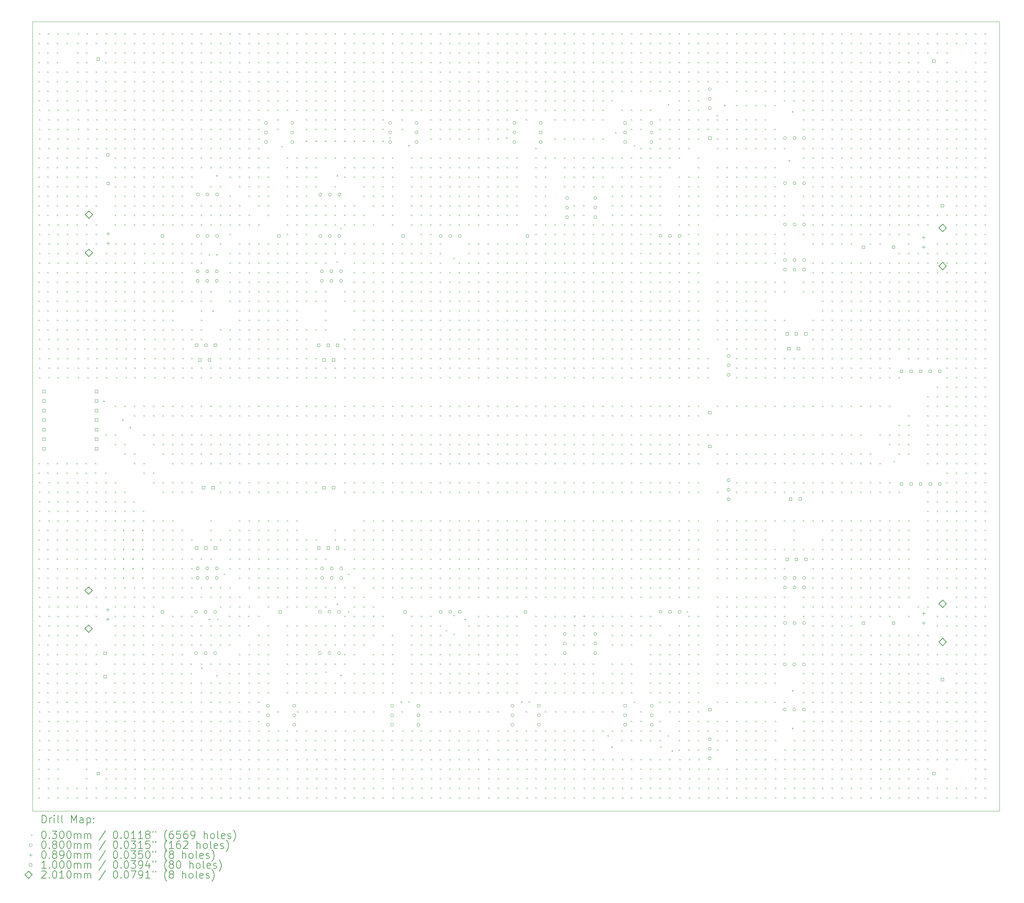
<source format=gbr>
%TF.GenerationSoftware,KiCad,Pcbnew,8.0.6*%
%TF.CreationDate,2025-08-20T21:33:48+02:00*%
%TF.ProjectId,OpAmpDevBoardProject,4f70416d-7044-4657-9642-6f6172645072,rev?*%
%TF.SameCoordinates,Original*%
%TF.FileFunction,Drillmap*%
%TF.FilePolarity,Positive*%
%FSLAX45Y45*%
G04 Gerber Fmt 4.5, Leading zero omitted, Abs format (unit mm)*
G04 Created by KiCad (PCBNEW 8.0.6) date 2025-08-20 21:33:48*
%MOMM*%
%LPD*%
G01*
G04 APERTURE LIST*
%ADD10C,0.050000*%
%ADD11C,0.200000*%
%ADD12C,0.100000*%
%ADD13C,0.201000*%
G04 APERTURE END LIST*
D10*
X4400000Y-4500000D02*
X30100000Y-4500000D01*
X30100000Y-25500000D01*
X4400000Y-25500000D01*
X4400000Y-4500000D01*
D11*
D12*
X4557000Y-5065000D02*
X4587000Y-5095000D01*
X4587000Y-5065000D02*
X4557000Y-5095000D01*
X4557000Y-5319000D02*
X4587000Y-5349000D01*
X4587000Y-5319000D02*
X4557000Y-5349000D01*
X4557000Y-5573000D02*
X4587000Y-5603000D01*
X4587000Y-5573000D02*
X4557000Y-5603000D01*
X4557000Y-5827000D02*
X4587000Y-5857000D01*
X4587000Y-5827000D02*
X4557000Y-5857000D01*
X4557000Y-6081000D02*
X4587000Y-6111000D01*
X4587000Y-6081000D02*
X4557000Y-6111000D01*
X4557000Y-6335000D02*
X4587000Y-6365000D01*
X4587000Y-6335000D02*
X4557000Y-6365000D01*
X4557000Y-6589000D02*
X4587000Y-6619000D01*
X4587000Y-6589000D02*
X4557000Y-6619000D01*
X4557000Y-8113000D02*
X4587000Y-8143000D01*
X4587000Y-8113000D02*
X4557000Y-8143000D01*
X4557000Y-8367000D02*
X4587000Y-8397000D01*
X4587000Y-8367000D02*
X4557000Y-8397000D01*
X4557000Y-8621000D02*
X4587000Y-8651000D01*
X4587000Y-8621000D02*
X4557000Y-8651000D01*
X4557000Y-8875000D02*
X4587000Y-8905000D01*
X4587000Y-8875000D02*
X4557000Y-8905000D01*
X4557000Y-9129000D02*
X4587000Y-9159000D01*
X4587000Y-9129000D02*
X4557000Y-9159000D01*
X4557000Y-9383000D02*
X4587000Y-9413000D01*
X4587000Y-9383000D02*
X4557000Y-9413000D01*
X4557000Y-9637000D02*
X4587000Y-9667000D01*
X4587000Y-9637000D02*
X4557000Y-9667000D01*
X4557000Y-11161000D02*
X4587000Y-11191000D01*
X4587000Y-11161000D02*
X4557000Y-11191000D01*
X4557000Y-11415000D02*
X4587000Y-11445000D01*
X4587000Y-11415000D02*
X4557000Y-11445000D01*
X4557000Y-11669000D02*
X4587000Y-11699000D01*
X4587000Y-11669000D02*
X4557000Y-11699000D01*
X4557000Y-11923000D02*
X4587000Y-11953000D01*
X4587000Y-11923000D02*
X4557000Y-11953000D01*
X4557000Y-12177000D02*
X4587000Y-12207000D01*
X4587000Y-12177000D02*
X4557000Y-12207000D01*
X4557000Y-12431000D02*
X4587000Y-12461000D01*
X4587000Y-12431000D02*
X4557000Y-12461000D01*
X4557000Y-12685000D02*
X4587000Y-12715000D01*
X4587000Y-12685000D02*
X4557000Y-12715000D01*
X4557000Y-16241000D02*
X4587000Y-16271000D01*
X4587000Y-16241000D02*
X4557000Y-16271000D01*
X4557000Y-16495000D02*
X4587000Y-16525000D01*
X4587000Y-16495000D02*
X4557000Y-16525000D01*
X4557000Y-18019000D02*
X4587000Y-18049000D01*
X4587000Y-18019000D02*
X4557000Y-18049000D01*
X4557000Y-18273000D02*
X4587000Y-18303000D01*
X4587000Y-18273000D02*
X4557000Y-18303000D01*
X4557000Y-18527000D02*
X4587000Y-18557000D01*
X4587000Y-18527000D02*
X4557000Y-18557000D01*
X4557000Y-18781000D02*
X4587000Y-18811000D01*
X4587000Y-18781000D02*
X4557000Y-18811000D01*
X4557000Y-19035000D02*
X4587000Y-19065000D01*
X4587000Y-19035000D02*
X4557000Y-19065000D01*
X4557000Y-19289000D02*
X4587000Y-19319000D01*
X4587000Y-19289000D02*
X4557000Y-19319000D01*
X4557000Y-19543000D02*
X4587000Y-19573000D01*
X4587000Y-19543000D02*
X4557000Y-19573000D01*
X4557000Y-21067000D02*
X4587000Y-21097000D01*
X4587000Y-21067000D02*
X4557000Y-21097000D01*
X4557000Y-21321000D02*
X4587000Y-21351000D01*
X4587000Y-21321000D02*
X4557000Y-21351000D01*
X4557000Y-21575000D02*
X4587000Y-21605000D01*
X4587000Y-21575000D02*
X4557000Y-21605000D01*
X4557000Y-21829000D02*
X4587000Y-21859000D01*
X4587000Y-21829000D02*
X4557000Y-21859000D01*
X4557000Y-22083000D02*
X4587000Y-22113000D01*
X4587000Y-22083000D02*
X4557000Y-22113000D01*
X4557000Y-22337000D02*
X4587000Y-22367000D01*
X4587000Y-22337000D02*
X4557000Y-22367000D01*
X4557000Y-22591000D02*
X4587000Y-22621000D01*
X4587000Y-22591000D02*
X4557000Y-22621000D01*
X4557000Y-24115000D02*
X4587000Y-24145000D01*
X4587000Y-24115000D02*
X4557000Y-24145000D01*
X4557000Y-24369000D02*
X4587000Y-24399000D01*
X4587000Y-24369000D02*
X4557000Y-24399000D01*
X4557000Y-24623000D02*
X4587000Y-24653000D01*
X4587000Y-24623000D02*
X4557000Y-24653000D01*
X4557000Y-24877000D02*
X4587000Y-24907000D01*
X4587000Y-24877000D02*
X4557000Y-24907000D01*
X4557000Y-25131000D02*
X4587000Y-25161000D01*
X4587000Y-25131000D02*
X4557000Y-25161000D01*
X4575000Y-4811000D02*
X4605000Y-4841000D01*
X4605000Y-4811000D02*
X4575000Y-4841000D01*
X4575000Y-6843000D02*
X4605000Y-6873000D01*
X4605000Y-6843000D02*
X4575000Y-6873000D01*
X4575000Y-7097000D02*
X4605000Y-7127000D01*
X4605000Y-7097000D02*
X4575000Y-7127000D01*
X4575000Y-7351000D02*
X4605000Y-7381000D01*
X4605000Y-7351000D02*
X4575000Y-7381000D01*
X4575000Y-7605000D02*
X4605000Y-7635000D01*
X4605000Y-7605000D02*
X4575000Y-7635000D01*
X4575000Y-7859000D02*
X4605000Y-7889000D01*
X4605000Y-7859000D02*
X4575000Y-7889000D01*
X4575000Y-9891000D02*
X4605000Y-9921000D01*
X4605000Y-9891000D02*
X4575000Y-9921000D01*
X4575000Y-10145000D02*
X4605000Y-10175000D01*
X4605000Y-10145000D02*
X4575000Y-10175000D01*
X4575000Y-10399000D02*
X4605000Y-10429000D01*
X4605000Y-10399000D02*
X4575000Y-10429000D01*
X4575000Y-10653000D02*
X4605000Y-10683000D01*
X4605000Y-10653000D02*
X4575000Y-10683000D01*
X4575000Y-10907000D02*
X4605000Y-10937000D01*
X4605000Y-10907000D02*
X4575000Y-10937000D01*
X4575000Y-12939000D02*
X4605000Y-12969000D01*
X4605000Y-12939000D02*
X4575000Y-12969000D01*
X4575000Y-13193000D02*
X4605000Y-13223000D01*
X4605000Y-13193000D02*
X4575000Y-13223000D01*
X4575000Y-13447000D02*
X4605000Y-13477000D01*
X4605000Y-13447000D02*
X4575000Y-13477000D01*
X4575000Y-13701000D02*
X4605000Y-13731000D01*
X4605000Y-13701000D02*
X4575000Y-13731000D01*
X4575000Y-13955000D02*
X4605000Y-13985000D01*
X4605000Y-13955000D02*
X4575000Y-13985000D01*
X4575000Y-16749000D02*
X4605000Y-16779000D01*
X4605000Y-16749000D02*
X4575000Y-16779000D01*
X4575000Y-17003000D02*
X4605000Y-17033000D01*
X4605000Y-17003000D02*
X4575000Y-17033000D01*
X4575000Y-17257000D02*
X4605000Y-17287000D01*
X4605000Y-17257000D02*
X4575000Y-17287000D01*
X4575000Y-17511000D02*
X4605000Y-17541000D01*
X4605000Y-17511000D02*
X4575000Y-17541000D01*
X4575000Y-17765000D02*
X4605000Y-17795000D01*
X4605000Y-17765000D02*
X4575000Y-17795000D01*
X4575000Y-19797000D02*
X4605000Y-19827000D01*
X4605000Y-19797000D02*
X4575000Y-19827000D01*
X4575000Y-20051000D02*
X4605000Y-20081000D01*
X4605000Y-20051000D02*
X4575000Y-20081000D01*
X4575000Y-20305000D02*
X4605000Y-20335000D01*
X4605000Y-20305000D02*
X4575000Y-20335000D01*
X4575000Y-20559000D02*
X4605000Y-20589000D01*
X4605000Y-20559000D02*
X4575000Y-20589000D01*
X4575000Y-20813000D02*
X4605000Y-20843000D01*
X4605000Y-20813000D02*
X4575000Y-20843000D01*
X4575000Y-22845000D02*
X4605000Y-22875000D01*
X4605000Y-22845000D02*
X4575000Y-22875000D01*
X4575000Y-23099000D02*
X4605000Y-23129000D01*
X4605000Y-23099000D02*
X4575000Y-23129000D01*
X4575000Y-23353000D02*
X4605000Y-23383000D01*
X4605000Y-23353000D02*
X4575000Y-23383000D01*
X4575000Y-23607000D02*
X4605000Y-23637000D01*
X4605000Y-23607000D02*
X4575000Y-23637000D01*
X4575000Y-23861000D02*
X4605000Y-23891000D01*
X4605000Y-23861000D02*
X4575000Y-23891000D01*
X4793000Y-5065000D02*
X4823000Y-5095000D01*
X4823000Y-5065000D02*
X4793000Y-5095000D01*
X4793000Y-5319000D02*
X4823000Y-5349000D01*
X4823000Y-5319000D02*
X4793000Y-5349000D01*
X4793000Y-5573000D02*
X4823000Y-5603000D01*
X4823000Y-5573000D02*
X4793000Y-5603000D01*
X4793000Y-5827000D02*
X4823000Y-5857000D01*
X4823000Y-5827000D02*
X4793000Y-5857000D01*
X4793000Y-6081000D02*
X4823000Y-6111000D01*
X4823000Y-6081000D02*
X4793000Y-6111000D01*
X4793000Y-6335000D02*
X4823000Y-6365000D01*
X4823000Y-6335000D02*
X4793000Y-6365000D01*
X4793000Y-6589000D02*
X4823000Y-6619000D01*
X4823000Y-6589000D02*
X4793000Y-6619000D01*
X4793000Y-8113000D02*
X4823000Y-8143000D01*
X4823000Y-8113000D02*
X4793000Y-8143000D01*
X4793000Y-8367000D02*
X4823000Y-8397000D01*
X4823000Y-8367000D02*
X4793000Y-8397000D01*
X4793000Y-8621000D02*
X4823000Y-8651000D01*
X4823000Y-8621000D02*
X4793000Y-8651000D01*
X4793000Y-8875000D02*
X4823000Y-8905000D01*
X4823000Y-8875000D02*
X4793000Y-8905000D01*
X4793000Y-9129000D02*
X4823000Y-9159000D01*
X4823000Y-9129000D02*
X4793000Y-9159000D01*
X4793000Y-9383000D02*
X4823000Y-9413000D01*
X4823000Y-9383000D02*
X4793000Y-9413000D01*
X4793000Y-9637000D02*
X4823000Y-9667000D01*
X4823000Y-9637000D02*
X4793000Y-9667000D01*
X4793000Y-11161000D02*
X4823000Y-11191000D01*
X4823000Y-11161000D02*
X4793000Y-11191000D01*
X4793000Y-11415000D02*
X4823000Y-11445000D01*
X4823000Y-11415000D02*
X4793000Y-11445000D01*
X4793000Y-11669000D02*
X4823000Y-11699000D01*
X4823000Y-11669000D02*
X4793000Y-11699000D01*
X4793000Y-11923000D02*
X4823000Y-11953000D01*
X4823000Y-11923000D02*
X4793000Y-11953000D01*
X4793000Y-12177000D02*
X4823000Y-12207000D01*
X4823000Y-12177000D02*
X4793000Y-12207000D01*
X4793000Y-12431000D02*
X4823000Y-12461000D01*
X4823000Y-12431000D02*
X4793000Y-12461000D01*
X4793000Y-12685000D02*
X4823000Y-12715000D01*
X4823000Y-12685000D02*
X4793000Y-12715000D01*
X4793000Y-16241000D02*
X4823000Y-16271000D01*
X4823000Y-16241000D02*
X4793000Y-16271000D01*
X4793000Y-16495000D02*
X4823000Y-16525000D01*
X4823000Y-16495000D02*
X4793000Y-16525000D01*
X4793000Y-18019000D02*
X4823000Y-18049000D01*
X4823000Y-18019000D02*
X4793000Y-18049000D01*
X4793000Y-18273000D02*
X4823000Y-18303000D01*
X4823000Y-18273000D02*
X4793000Y-18303000D01*
X4793000Y-18527000D02*
X4823000Y-18557000D01*
X4823000Y-18527000D02*
X4793000Y-18557000D01*
X4793000Y-18781000D02*
X4823000Y-18811000D01*
X4823000Y-18781000D02*
X4793000Y-18811000D01*
X4793000Y-19035000D02*
X4823000Y-19065000D01*
X4823000Y-19035000D02*
X4793000Y-19065000D01*
X4793000Y-19289000D02*
X4823000Y-19319000D01*
X4823000Y-19289000D02*
X4793000Y-19319000D01*
X4793000Y-19543000D02*
X4823000Y-19573000D01*
X4823000Y-19543000D02*
X4793000Y-19573000D01*
X4793000Y-21067000D02*
X4823000Y-21097000D01*
X4823000Y-21067000D02*
X4793000Y-21097000D01*
X4793000Y-21321000D02*
X4823000Y-21351000D01*
X4823000Y-21321000D02*
X4793000Y-21351000D01*
X4793000Y-21575000D02*
X4823000Y-21605000D01*
X4823000Y-21575000D02*
X4793000Y-21605000D01*
X4793000Y-21829000D02*
X4823000Y-21859000D01*
X4823000Y-21829000D02*
X4793000Y-21859000D01*
X4793000Y-22083000D02*
X4823000Y-22113000D01*
X4823000Y-22083000D02*
X4793000Y-22113000D01*
X4793000Y-22337000D02*
X4823000Y-22367000D01*
X4823000Y-22337000D02*
X4793000Y-22367000D01*
X4793000Y-22591000D02*
X4823000Y-22621000D01*
X4823000Y-22591000D02*
X4793000Y-22621000D01*
X4811000Y-4811000D02*
X4841000Y-4841000D01*
X4841000Y-4811000D02*
X4811000Y-4841000D01*
X4811000Y-24115000D02*
X4841000Y-24145000D01*
X4841000Y-24115000D02*
X4811000Y-24145000D01*
X4811000Y-24369000D02*
X4841000Y-24399000D01*
X4841000Y-24369000D02*
X4811000Y-24399000D01*
X4811000Y-24623000D02*
X4841000Y-24653000D01*
X4841000Y-24623000D02*
X4811000Y-24653000D01*
X4811000Y-24877000D02*
X4841000Y-24907000D01*
X4841000Y-24877000D02*
X4811000Y-24907000D01*
X4811000Y-25131000D02*
X4841000Y-25161000D01*
X4841000Y-25131000D02*
X4811000Y-25161000D01*
X4829000Y-6843000D02*
X4859000Y-6873000D01*
X4859000Y-6843000D02*
X4829000Y-6873000D01*
X4829000Y-7097000D02*
X4859000Y-7127000D01*
X4859000Y-7097000D02*
X4829000Y-7127000D01*
X4829000Y-7351000D02*
X4859000Y-7381000D01*
X4859000Y-7351000D02*
X4829000Y-7381000D01*
X4829000Y-7605000D02*
X4859000Y-7635000D01*
X4859000Y-7605000D02*
X4829000Y-7635000D01*
X4829000Y-7859000D02*
X4859000Y-7889000D01*
X4859000Y-7859000D02*
X4829000Y-7889000D01*
X4829000Y-9891000D02*
X4859000Y-9921000D01*
X4859000Y-9891000D02*
X4829000Y-9921000D01*
X4829000Y-10145000D02*
X4859000Y-10175000D01*
X4859000Y-10145000D02*
X4829000Y-10175000D01*
X4829000Y-10399000D02*
X4859000Y-10429000D01*
X4859000Y-10399000D02*
X4829000Y-10429000D01*
X4829000Y-10653000D02*
X4859000Y-10683000D01*
X4859000Y-10653000D02*
X4829000Y-10683000D01*
X4829000Y-10907000D02*
X4859000Y-10937000D01*
X4859000Y-10907000D02*
X4829000Y-10937000D01*
X4829000Y-12939000D02*
X4859000Y-12969000D01*
X4859000Y-12939000D02*
X4829000Y-12969000D01*
X4829000Y-13193000D02*
X4859000Y-13223000D01*
X4859000Y-13193000D02*
X4829000Y-13223000D01*
X4829000Y-13447000D02*
X4859000Y-13477000D01*
X4859000Y-13447000D02*
X4829000Y-13477000D01*
X4829000Y-13701000D02*
X4859000Y-13731000D01*
X4859000Y-13701000D02*
X4829000Y-13731000D01*
X4829000Y-13955000D02*
X4859000Y-13985000D01*
X4859000Y-13955000D02*
X4829000Y-13985000D01*
X4829000Y-16749000D02*
X4859000Y-16779000D01*
X4859000Y-16749000D02*
X4829000Y-16779000D01*
X4829000Y-17003000D02*
X4859000Y-17033000D01*
X4859000Y-17003000D02*
X4829000Y-17033000D01*
X4829000Y-17257000D02*
X4859000Y-17287000D01*
X4859000Y-17257000D02*
X4829000Y-17287000D01*
X4829000Y-17511000D02*
X4859000Y-17541000D01*
X4859000Y-17511000D02*
X4829000Y-17541000D01*
X4829000Y-17765000D02*
X4859000Y-17795000D01*
X4859000Y-17765000D02*
X4829000Y-17795000D01*
X4829000Y-19797000D02*
X4859000Y-19827000D01*
X4859000Y-19797000D02*
X4829000Y-19827000D01*
X4829000Y-20051000D02*
X4859000Y-20081000D01*
X4859000Y-20051000D02*
X4829000Y-20081000D01*
X4829000Y-20305000D02*
X4859000Y-20335000D01*
X4859000Y-20305000D02*
X4829000Y-20335000D01*
X4829000Y-20559000D02*
X4859000Y-20589000D01*
X4859000Y-20559000D02*
X4829000Y-20589000D01*
X4829000Y-20813000D02*
X4859000Y-20843000D01*
X4859000Y-20813000D02*
X4829000Y-20843000D01*
X4829000Y-22845000D02*
X4859000Y-22875000D01*
X4859000Y-22845000D02*
X4829000Y-22875000D01*
X4829000Y-23099000D02*
X4859000Y-23129000D01*
X4859000Y-23099000D02*
X4829000Y-23129000D01*
X4829000Y-23353000D02*
X4859000Y-23383000D01*
X4859000Y-23353000D02*
X4829000Y-23383000D01*
X4829000Y-23607000D02*
X4859000Y-23637000D01*
X4859000Y-23607000D02*
X4829000Y-23637000D01*
X4829000Y-23861000D02*
X4859000Y-23891000D01*
X4859000Y-23861000D02*
X4829000Y-23891000D01*
X5047000Y-5065000D02*
X5077000Y-5095000D01*
X5077000Y-5065000D02*
X5047000Y-5095000D01*
X5047000Y-5319000D02*
X5077000Y-5349000D01*
X5077000Y-5319000D02*
X5047000Y-5349000D01*
X5047000Y-5573000D02*
X5077000Y-5603000D01*
X5077000Y-5573000D02*
X5047000Y-5603000D01*
X5047000Y-5827000D02*
X5077000Y-5857000D01*
X5077000Y-5827000D02*
X5047000Y-5857000D01*
X5047000Y-6081000D02*
X5077000Y-6111000D01*
X5077000Y-6081000D02*
X5047000Y-6111000D01*
X5047000Y-6335000D02*
X5077000Y-6365000D01*
X5077000Y-6335000D02*
X5047000Y-6365000D01*
X5047000Y-6589000D02*
X5077000Y-6619000D01*
X5077000Y-6589000D02*
X5047000Y-6619000D01*
X5047000Y-8113000D02*
X5077000Y-8143000D01*
X5077000Y-8113000D02*
X5047000Y-8143000D01*
X5047000Y-8367000D02*
X5077000Y-8397000D01*
X5077000Y-8367000D02*
X5047000Y-8397000D01*
X5047000Y-8621000D02*
X5077000Y-8651000D01*
X5077000Y-8621000D02*
X5047000Y-8651000D01*
X5047000Y-8875000D02*
X5077000Y-8905000D01*
X5077000Y-8875000D02*
X5047000Y-8905000D01*
X5047000Y-9129000D02*
X5077000Y-9159000D01*
X5077000Y-9129000D02*
X5047000Y-9159000D01*
X5047000Y-9383000D02*
X5077000Y-9413000D01*
X5077000Y-9383000D02*
X5047000Y-9413000D01*
X5047000Y-9637000D02*
X5077000Y-9667000D01*
X5077000Y-9637000D02*
X5047000Y-9667000D01*
X5047000Y-11161000D02*
X5077000Y-11191000D01*
X5077000Y-11161000D02*
X5047000Y-11191000D01*
X5047000Y-11415000D02*
X5077000Y-11445000D01*
X5077000Y-11415000D02*
X5047000Y-11445000D01*
X5047000Y-11669000D02*
X5077000Y-11699000D01*
X5077000Y-11669000D02*
X5047000Y-11699000D01*
X5047000Y-11923000D02*
X5077000Y-11953000D01*
X5077000Y-11923000D02*
X5047000Y-11953000D01*
X5047000Y-12177000D02*
X5077000Y-12207000D01*
X5077000Y-12177000D02*
X5047000Y-12207000D01*
X5047000Y-12431000D02*
X5077000Y-12461000D01*
X5077000Y-12431000D02*
X5047000Y-12461000D01*
X5047000Y-12685000D02*
X5077000Y-12715000D01*
X5077000Y-12685000D02*
X5047000Y-12715000D01*
X5047000Y-16241000D02*
X5077000Y-16271000D01*
X5077000Y-16241000D02*
X5047000Y-16271000D01*
X5047000Y-16495000D02*
X5077000Y-16525000D01*
X5077000Y-16495000D02*
X5047000Y-16525000D01*
X5047000Y-18019000D02*
X5077000Y-18049000D01*
X5077000Y-18019000D02*
X5047000Y-18049000D01*
X5047000Y-18273000D02*
X5077000Y-18303000D01*
X5077000Y-18273000D02*
X5047000Y-18303000D01*
X5047000Y-18527000D02*
X5077000Y-18557000D01*
X5077000Y-18527000D02*
X5047000Y-18557000D01*
X5047000Y-18781000D02*
X5077000Y-18811000D01*
X5077000Y-18781000D02*
X5047000Y-18811000D01*
X5047000Y-19035000D02*
X5077000Y-19065000D01*
X5077000Y-19035000D02*
X5047000Y-19065000D01*
X5047000Y-19289000D02*
X5077000Y-19319000D01*
X5077000Y-19289000D02*
X5047000Y-19319000D01*
X5047000Y-19543000D02*
X5077000Y-19573000D01*
X5077000Y-19543000D02*
X5047000Y-19573000D01*
X5047000Y-21067000D02*
X5077000Y-21097000D01*
X5077000Y-21067000D02*
X5047000Y-21097000D01*
X5047000Y-21321000D02*
X5077000Y-21351000D01*
X5077000Y-21321000D02*
X5047000Y-21351000D01*
X5047000Y-21575000D02*
X5077000Y-21605000D01*
X5077000Y-21575000D02*
X5047000Y-21605000D01*
X5047000Y-21829000D02*
X5077000Y-21859000D01*
X5077000Y-21829000D02*
X5047000Y-21859000D01*
X5047000Y-22083000D02*
X5077000Y-22113000D01*
X5077000Y-22083000D02*
X5047000Y-22113000D01*
X5047000Y-22337000D02*
X5077000Y-22367000D01*
X5077000Y-22337000D02*
X5047000Y-22367000D01*
X5047000Y-22591000D02*
X5077000Y-22621000D01*
X5077000Y-22591000D02*
X5047000Y-22621000D01*
X5065000Y-4811000D02*
X5095000Y-4841000D01*
X5095000Y-4811000D02*
X5065000Y-4841000D01*
X5065000Y-6843000D02*
X5095000Y-6873000D01*
X5095000Y-6843000D02*
X5065000Y-6873000D01*
X5065000Y-7097000D02*
X5095000Y-7127000D01*
X5095000Y-7097000D02*
X5065000Y-7127000D01*
X5065000Y-7351000D02*
X5095000Y-7381000D01*
X5095000Y-7351000D02*
X5065000Y-7381000D01*
X5065000Y-7605000D02*
X5095000Y-7635000D01*
X5095000Y-7605000D02*
X5065000Y-7635000D01*
X5065000Y-7859000D02*
X5095000Y-7889000D01*
X5095000Y-7859000D02*
X5065000Y-7889000D01*
X5065000Y-9891000D02*
X5095000Y-9921000D01*
X5095000Y-9891000D02*
X5065000Y-9921000D01*
X5065000Y-10145000D02*
X5095000Y-10175000D01*
X5095000Y-10145000D02*
X5065000Y-10175000D01*
X5065000Y-10399000D02*
X5095000Y-10429000D01*
X5095000Y-10399000D02*
X5065000Y-10429000D01*
X5065000Y-10653000D02*
X5095000Y-10683000D01*
X5095000Y-10653000D02*
X5065000Y-10683000D01*
X5065000Y-10907000D02*
X5095000Y-10937000D01*
X5095000Y-10907000D02*
X5065000Y-10937000D01*
X5065000Y-12939000D02*
X5095000Y-12969000D01*
X5095000Y-12939000D02*
X5065000Y-12969000D01*
X5065000Y-13193000D02*
X5095000Y-13223000D01*
X5095000Y-13193000D02*
X5065000Y-13223000D01*
X5065000Y-13447000D02*
X5095000Y-13477000D01*
X5095000Y-13447000D02*
X5065000Y-13477000D01*
X5065000Y-13701000D02*
X5095000Y-13731000D01*
X5095000Y-13701000D02*
X5065000Y-13731000D01*
X5065000Y-13955000D02*
X5095000Y-13985000D01*
X5095000Y-13955000D02*
X5065000Y-13985000D01*
X5065000Y-16749000D02*
X5095000Y-16779000D01*
X5095000Y-16749000D02*
X5065000Y-16779000D01*
X5065000Y-17003000D02*
X5095000Y-17033000D01*
X5095000Y-17003000D02*
X5065000Y-17033000D01*
X5065000Y-17257000D02*
X5095000Y-17287000D01*
X5095000Y-17257000D02*
X5065000Y-17287000D01*
X5065000Y-17511000D02*
X5095000Y-17541000D01*
X5095000Y-17511000D02*
X5065000Y-17541000D01*
X5065000Y-17765000D02*
X5095000Y-17795000D01*
X5095000Y-17765000D02*
X5065000Y-17795000D01*
X5065000Y-19797000D02*
X5095000Y-19827000D01*
X5095000Y-19797000D02*
X5065000Y-19827000D01*
X5065000Y-20051000D02*
X5095000Y-20081000D01*
X5095000Y-20051000D02*
X5065000Y-20081000D01*
X5065000Y-20305000D02*
X5095000Y-20335000D01*
X5095000Y-20305000D02*
X5065000Y-20335000D01*
X5065000Y-20559000D02*
X5095000Y-20589000D01*
X5095000Y-20559000D02*
X5065000Y-20589000D01*
X5065000Y-20813000D02*
X5095000Y-20843000D01*
X5095000Y-20813000D02*
X5065000Y-20843000D01*
X5065000Y-22845000D02*
X5095000Y-22875000D01*
X5095000Y-22845000D02*
X5065000Y-22875000D01*
X5065000Y-23099000D02*
X5095000Y-23129000D01*
X5095000Y-23099000D02*
X5065000Y-23129000D01*
X5065000Y-23353000D02*
X5095000Y-23383000D01*
X5095000Y-23353000D02*
X5065000Y-23383000D01*
X5065000Y-23607000D02*
X5095000Y-23637000D01*
X5095000Y-23607000D02*
X5065000Y-23637000D01*
X5065000Y-23861000D02*
X5095000Y-23891000D01*
X5095000Y-23861000D02*
X5065000Y-23891000D01*
X5065000Y-24115000D02*
X5095000Y-24145000D01*
X5095000Y-24115000D02*
X5065000Y-24145000D01*
X5065000Y-24369000D02*
X5095000Y-24399000D01*
X5095000Y-24369000D02*
X5065000Y-24399000D01*
X5065000Y-24623000D02*
X5095000Y-24653000D01*
X5095000Y-24623000D02*
X5065000Y-24653000D01*
X5065000Y-24877000D02*
X5095000Y-24907000D01*
X5095000Y-24877000D02*
X5065000Y-24907000D01*
X5065000Y-25131000D02*
X5095000Y-25161000D01*
X5095000Y-25131000D02*
X5065000Y-25161000D01*
X5301000Y-5065000D02*
X5331000Y-5095000D01*
X5331000Y-5065000D02*
X5301000Y-5095000D01*
X5301000Y-5827000D02*
X5331000Y-5857000D01*
X5331000Y-5827000D02*
X5301000Y-5857000D01*
X5301000Y-6081000D02*
X5331000Y-6111000D01*
X5331000Y-6081000D02*
X5301000Y-6111000D01*
X5301000Y-6335000D02*
X5331000Y-6365000D01*
X5331000Y-6335000D02*
X5301000Y-6365000D01*
X5301000Y-6589000D02*
X5331000Y-6619000D01*
X5331000Y-6589000D02*
X5301000Y-6619000D01*
X5301000Y-8113000D02*
X5331000Y-8143000D01*
X5331000Y-8113000D02*
X5301000Y-8143000D01*
X5301000Y-8367000D02*
X5331000Y-8397000D01*
X5331000Y-8367000D02*
X5301000Y-8397000D01*
X5301000Y-8621000D02*
X5331000Y-8651000D01*
X5331000Y-8621000D02*
X5301000Y-8651000D01*
X5301000Y-8875000D02*
X5331000Y-8905000D01*
X5331000Y-8875000D02*
X5301000Y-8905000D01*
X5301000Y-9129000D02*
X5331000Y-9159000D01*
X5331000Y-9129000D02*
X5301000Y-9159000D01*
X5301000Y-9383000D02*
X5331000Y-9413000D01*
X5331000Y-9383000D02*
X5301000Y-9413000D01*
X5301000Y-9637000D02*
X5331000Y-9667000D01*
X5331000Y-9637000D02*
X5301000Y-9667000D01*
X5301000Y-11161000D02*
X5331000Y-11191000D01*
X5331000Y-11161000D02*
X5301000Y-11191000D01*
X5301000Y-11415000D02*
X5331000Y-11445000D01*
X5331000Y-11415000D02*
X5301000Y-11445000D01*
X5301000Y-11669000D02*
X5331000Y-11699000D01*
X5331000Y-11669000D02*
X5301000Y-11699000D01*
X5301000Y-11923000D02*
X5331000Y-11953000D01*
X5331000Y-11923000D02*
X5301000Y-11953000D01*
X5301000Y-12177000D02*
X5331000Y-12207000D01*
X5331000Y-12177000D02*
X5301000Y-12207000D01*
X5301000Y-12431000D02*
X5331000Y-12461000D01*
X5331000Y-12431000D02*
X5301000Y-12461000D01*
X5301000Y-12685000D02*
X5331000Y-12715000D01*
X5331000Y-12685000D02*
X5301000Y-12715000D01*
X5301000Y-16241000D02*
X5331000Y-16271000D01*
X5331000Y-16241000D02*
X5301000Y-16271000D01*
X5301000Y-16495000D02*
X5331000Y-16525000D01*
X5331000Y-16495000D02*
X5301000Y-16525000D01*
X5301000Y-18019000D02*
X5331000Y-18049000D01*
X5331000Y-18019000D02*
X5301000Y-18049000D01*
X5301000Y-18273000D02*
X5331000Y-18303000D01*
X5331000Y-18273000D02*
X5301000Y-18303000D01*
X5301000Y-18527000D02*
X5331000Y-18557000D01*
X5331000Y-18527000D02*
X5301000Y-18557000D01*
X5301000Y-18781000D02*
X5331000Y-18811000D01*
X5331000Y-18781000D02*
X5301000Y-18811000D01*
X5301000Y-19035000D02*
X5331000Y-19065000D01*
X5331000Y-19035000D02*
X5301000Y-19065000D01*
X5301000Y-19289000D02*
X5331000Y-19319000D01*
X5331000Y-19289000D02*
X5301000Y-19319000D01*
X5301000Y-19543000D02*
X5331000Y-19573000D01*
X5331000Y-19543000D02*
X5301000Y-19573000D01*
X5301000Y-21067000D02*
X5331000Y-21097000D01*
X5331000Y-21067000D02*
X5301000Y-21097000D01*
X5301000Y-21321000D02*
X5331000Y-21351000D01*
X5331000Y-21321000D02*
X5301000Y-21351000D01*
X5301000Y-21575000D02*
X5331000Y-21605000D01*
X5331000Y-21575000D02*
X5301000Y-21605000D01*
X5301000Y-21829000D02*
X5331000Y-21859000D01*
X5331000Y-21829000D02*
X5301000Y-21859000D01*
X5301000Y-22083000D02*
X5331000Y-22113000D01*
X5331000Y-22083000D02*
X5301000Y-22113000D01*
X5301000Y-22337000D02*
X5331000Y-22367000D01*
X5331000Y-22337000D02*
X5301000Y-22367000D01*
X5301000Y-22591000D02*
X5331000Y-22621000D01*
X5331000Y-22591000D02*
X5301000Y-22621000D01*
X5319000Y-4811000D02*
X5349000Y-4841000D01*
X5349000Y-4811000D02*
X5319000Y-4841000D01*
X5319000Y-6843000D02*
X5349000Y-6873000D01*
X5349000Y-6843000D02*
X5319000Y-6873000D01*
X5319000Y-7097000D02*
X5349000Y-7127000D01*
X5349000Y-7097000D02*
X5319000Y-7127000D01*
X5319000Y-7351000D02*
X5349000Y-7381000D01*
X5349000Y-7351000D02*
X5319000Y-7381000D01*
X5319000Y-7605000D02*
X5349000Y-7635000D01*
X5349000Y-7605000D02*
X5319000Y-7635000D01*
X5319000Y-7859000D02*
X5349000Y-7889000D01*
X5349000Y-7859000D02*
X5319000Y-7889000D01*
X5319000Y-9891000D02*
X5349000Y-9921000D01*
X5349000Y-9891000D02*
X5319000Y-9921000D01*
X5319000Y-10145000D02*
X5349000Y-10175000D01*
X5349000Y-10145000D02*
X5319000Y-10175000D01*
X5319000Y-10399000D02*
X5349000Y-10429000D01*
X5349000Y-10399000D02*
X5319000Y-10429000D01*
X5319000Y-10653000D02*
X5349000Y-10683000D01*
X5349000Y-10653000D02*
X5319000Y-10683000D01*
X5319000Y-10907000D02*
X5349000Y-10937000D01*
X5349000Y-10907000D02*
X5319000Y-10937000D01*
X5319000Y-12939000D02*
X5349000Y-12969000D01*
X5349000Y-12939000D02*
X5319000Y-12969000D01*
X5319000Y-13193000D02*
X5349000Y-13223000D01*
X5349000Y-13193000D02*
X5319000Y-13223000D01*
X5319000Y-13447000D02*
X5349000Y-13477000D01*
X5349000Y-13447000D02*
X5319000Y-13477000D01*
X5319000Y-13701000D02*
X5349000Y-13731000D01*
X5349000Y-13701000D02*
X5319000Y-13731000D01*
X5319000Y-13955000D02*
X5349000Y-13985000D01*
X5349000Y-13955000D02*
X5319000Y-13985000D01*
X5319000Y-16749000D02*
X5349000Y-16779000D01*
X5349000Y-16749000D02*
X5319000Y-16779000D01*
X5319000Y-17003000D02*
X5349000Y-17033000D01*
X5349000Y-17003000D02*
X5319000Y-17033000D01*
X5319000Y-17257000D02*
X5349000Y-17287000D01*
X5349000Y-17257000D02*
X5319000Y-17287000D01*
X5319000Y-17511000D02*
X5349000Y-17541000D01*
X5349000Y-17511000D02*
X5319000Y-17541000D01*
X5319000Y-17765000D02*
X5349000Y-17795000D01*
X5349000Y-17765000D02*
X5319000Y-17795000D01*
X5319000Y-19797000D02*
X5349000Y-19827000D01*
X5349000Y-19797000D02*
X5319000Y-19827000D01*
X5319000Y-20051000D02*
X5349000Y-20081000D01*
X5349000Y-20051000D02*
X5319000Y-20081000D01*
X5319000Y-20305000D02*
X5349000Y-20335000D01*
X5349000Y-20305000D02*
X5319000Y-20335000D01*
X5319000Y-20559000D02*
X5349000Y-20589000D01*
X5349000Y-20559000D02*
X5319000Y-20589000D01*
X5319000Y-20813000D02*
X5349000Y-20843000D01*
X5349000Y-20813000D02*
X5319000Y-20843000D01*
X5319000Y-22845000D02*
X5349000Y-22875000D01*
X5349000Y-22845000D02*
X5319000Y-22875000D01*
X5319000Y-23099000D02*
X5349000Y-23129000D01*
X5349000Y-23099000D02*
X5319000Y-23129000D01*
X5319000Y-23353000D02*
X5349000Y-23383000D01*
X5349000Y-23353000D02*
X5319000Y-23383000D01*
X5319000Y-23607000D02*
X5349000Y-23637000D01*
X5349000Y-23607000D02*
X5319000Y-23637000D01*
X5319000Y-23861000D02*
X5349000Y-23891000D01*
X5349000Y-23861000D02*
X5319000Y-23891000D01*
X5319000Y-24115000D02*
X5349000Y-24145000D01*
X5349000Y-24115000D02*
X5319000Y-24145000D01*
X5319000Y-24877000D02*
X5349000Y-24907000D01*
X5349000Y-24877000D02*
X5319000Y-24907000D01*
X5319000Y-25131000D02*
X5349000Y-25161000D01*
X5349000Y-25131000D02*
X5319000Y-25161000D01*
X5555000Y-21067000D02*
X5585000Y-21097000D01*
X5585000Y-21067000D02*
X5555000Y-21097000D01*
X5555000Y-21321000D02*
X5585000Y-21351000D01*
X5585000Y-21321000D02*
X5555000Y-21351000D01*
X5555000Y-21575000D02*
X5585000Y-21605000D01*
X5585000Y-21575000D02*
X5555000Y-21605000D01*
X5555000Y-21829000D02*
X5585000Y-21859000D01*
X5585000Y-21829000D02*
X5555000Y-21859000D01*
X5555000Y-22083000D02*
X5585000Y-22113000D01*
X5585000Y-22083000D02*
X5555000Y-22113000D01*
X5555000Y-22337000D02*
X5585000Y-22367000D01*
X5585000Y-22337000D02*
X5555000Y-22367000D01*
X5555000Y-22591000D02*
X5585000Y-22621000D01*
X5585000Y-22591000D02*
X5555000Y-22621000D01*
X5573000Y-9637000D02*
X5603000Y-9667000D01*
X5603000Y-9637000D02*
X5573000Y-9667000D01*
X5573000Y-9891000D02*
X5603000Y-9921000D01*
X5603000Y-9891000D02*
X5573000Y-9921000D01*
X5573000Y-10145000D02*
X5603000Y-10175000D01*
X5603000Y-10145000D02*
X5573000Y-10175000D01*
X5573000Y-10399000D02*
X5603000Y-10429000D01*
X5603000Y-10399000D02*
X5573000Y-10429000D01*
X5573000Y-10653000D02*
X5603000Y-10683000D01*
X5603000Y-10653000D02*
X5573000Y-10683000D01*
X5573000Y-10907000D02*
X5603000Y-10937000D01*
X5603000Y-10907000D02*
X5573000Y-10937000D01*
X5573000Y-16241000D02*
X5603000Y-16271000D01*
X5603000Y-16241000D02*
X5573000Y-16271000D01*
X5573000Y-16495000D02*
X5603000Y-16525000D01*
X5603000Y-16495000D02*
X5573000Y-16525000D01*
X5573000Y-18019000D02*
X5603000Y-18049000D01*
X5603000Y-18019000D02*
X5573000Y-18049000D01*
X5573000Y-18273000D02*
X5603000Y-18303000D01*
X5603000Y-18273000D02*
X5573000Y-18303000D01*
X5573000Y-18527000D02*
X5603000Y-18557000D01*
X5603000Y-18527000D02*
X5573000Y-18557000D01*
X5573000Y-18781000D02*
X5603000Y-18811000D01*
X5603000Y-18781000D02*
X5573000Y-18811000D01*
X5573000Y-19035000D02*
X5603000Y-19065000D01*
X5603000Y-19035000D02*
X5573000Y-19065000D01*
X5573000Y-19289000D02*
X5603000Y-19319000D01*
X5603000Y-19289000D02*
X5573000Y-19319000D01*
X5573000Y-19543000D02*
X5603000Y-19573000D01*
X5603000Y-19543000D02*
X5573000Y-19573000D01*
X5573000Y-19797000D02*
X5603000Y-19827000D01*
X5603000Y-19797000D02*
X5573000Y-19827000D01*
X5573000Y-20051000D02*
X5603000Y-20081000D01*
X5603000Y-20051000D02*
X5573000Y-20081000D01*
X5573000Y-20305000D02*
X5603000Y-20335000D01*
X5603000Y-20305000D02*
X5573000Y-20335000D01*
X5573000Y-20559000D02*
X5603000Y-20589000D01*
X5603000Y-20559000D02*
X5573000Y-20589000D01*
X5573000Y-20813000D02*
X5603000Y-20843000D01*
X5603000Y-20813000D02*
X5573000Y-20843000D01*
X5573000Y-22845000D02*
X5603000Y-22875000D01*
X5603000Y-22845000D02*
X5573000Y-22875000D01*
X5573000Y-23099000D02*
X5603000Y-23129000D01*
X5603000Y-23099000D02*
X5573000Y-23129000D01*
X5573000Y-23353000D02*
X5603000Y-23383000D01*
X5603000Y-23353000D02*
X5573000Y-23383000D01*
X5573000Y-23607000D02*
X5603000Y-23637000D01*
X5603000Y-23607000D02*
X5573000Y-23637000D01*
X5573000Y-23861000D02*
X5603000Y-23891000D01*
X5603000Y-23861000D02*
X5573000Y-23891000D01*
X5573000Y-24115000D02*
X5603000Y-24145000D01*
X5603000Y-24115000D02*
X5573000Y-24145000D01*
X5573000Y-24877000D02*
X5603000Y-24907000D01*
X5603000Y-24877000D02*
X5573000Y-24907000D01*
X5573000Y-25131000D02*
X5603000Y-25161000D01*
X5603000Y-25131000D02*
X5573000Y-25161000D01*
X5591000Y-5065000D02*
X5621000Y-5095000D01*
X5621000Y-5065000D02*
X5591000Y-5095000D01*
X5591000Y-5319000D02*
X5621000Y-5349000D01*
X5621000Y-5319000D02*
X5591000Y-5349000D01*
X5591000Y-5573000D02*
X5621000Y-5603000D01*
X5621000Y-5573000D02*
X5591000Y-5603000D01*
X5591000Y-5827000D02*
X5621000Y-5857000D01*
X5621000Y-5827000D02*
X5591000Y-5857000D01*
X5591000Y-6081000D02*
X5621000Y-6111000D01*
X5621000Y-6081000D02*
X5591000Y-6111000D01*
X5591000Y-6335000D02*
X5621000Y-6365000D01*
X5621000Y-6335000D02*
X5591000Y-6365000D01*
X5591000Y-6589000D02*
X5621000Y-6619000D01*
X5621000Y-6589000D02*
X5591000Y-6619000D01*
X5591000Y-8113000D02*
X5621000Y-8143000D01*
X5621000Y-8113000D02*
X5591000Y-8143000D01*
X5591000Y-8367000D02*
X5621000Y-8397000D01*
X5621000Y-8367000D02*
X5591000Y-8397000D01*
X5591000Y-8621000D02*
X5621000Y-8651000D01*
X5621000Y-8621000D02*
X5591000Y-8651000D01*
X5591000Y-8875000D02*
X5621000Y-8905000D01*
X5621000Y-8875000D02*
X5591000Y-8905000D01*
X5591000Y-9129000D02*
X5621000Y-9159000D01*
X5621000Y-9129000D02*
X5591000Y-9159000D01*
X5591000Y-9383000D02*
X5621000Y-9413000D01*
X5621000Y-9383000D02*
X5591000Y-9413000D01*
X5591000Y-11161000D02*
X5621000Y-11191000D01*
X5621000Y-11161000D02*
X5591000Y-11191000D01*
X5591000Y-11415000D02*
X5621000Y-11445000D01*
X5621000Y-11415000D02*
X5591000Y-11445000D01*
X5591000Y-11669000D02*
X5621000Y-11699000D01*
X5621000Y-11669000D02*
X5591000Y-11699000D01*
X5591000Y-11923000D02*
X5621000Y-11953000D01*
X5621000Y-11923000D02*
X5591000Y-11953000D01*
X5591000Y-12177000D02*
X5621000Y-12207000D01*
X5621000Y-12177000D02*
X5591000Y-12207000D01*
X5591000Y-12431000D02*
X5621000Y-12461000D01*
X5621000Y-12431000D02*
X5591000Y-12461000D01*
X5591000Y-12685000D02*
X5621000Y-12715000D01*
X5621000Y-12685000D02*
X5591000Y-12715000D01*
X5591000Y-16749000D02*
X5621000Y-16779000D01*
X5621000Y-16749000D02*
X5591000Y-16779000D01*
X5591000Y-17003000D02*
X5621000Y-17033000D01*
X5621000Y-17003000D02*
X5591000Y-17033000D01*
X5591000Y-17257000D02*
X5621000Y-17287000D01*
X5621000Y-17257000D02*
X5591000Y-17287000D01*
X5591000Y-17511000D02*
X5621000Y-17541000D01*
X5621000Y-17511000D02*
X5591000Y-17541000D01*
X5591000Y-17765000D02*
X5621000Y-17795000D01*
X5621000Y-17765000D02*
X5591000Y-17795000D01*
X5609000Y-4811000D02*
X5639000Y-4841000D01*
X5639000Y-4811000D02*
X5609000Y-4841000D01*
X5609000Y-6843000D02*
X5639000Y-6873000D01*
X5639000Y-6843000D02*
X5609000Y-6873000D01*
X5609000Y-7097000D02*
X5639000Y-7127000D01*
X5639000Y-7097000D02*
X5609000Y-7127000D01*
X5609000Y-7351000D02*
X5639000Y-7381000D01*
X5639000Y-7351000D02*
X5609000Y-7381000D01*
X5609000Y-7605000D02*
X5639000Y-7635000D01*
X5639000Y-7605000D02*
X5609000Y-7635000D01*
X5609000Y-7859000D02*
X5639000Y-7889000D01*
X5639000Y-7859000D02*
X5609000Y-7889000D01*
X5609000Y-12939000D02*
X5639000Y-12969000D01*
X5639000Y-12939000D02*
X5609000Y-12969000D01*
X5609000Y-13193000D02*
X5639000Y-13223000D01*
X5639000Y-13193000D02*
X5609000Y-13223000D01*
X5609000Y-13447000D02*
X5639000Y-13477000D01*
X5639000Y-13447000D02*
X5609000Y-13477000D01*
X5609000Y-13701000D02*
X5639000Y-13731000D01*
X5639000Y-13701000D02*
X5609000Y-13731000D01*
X5609000Y-13955000D02*
X5639000Y-13985000D01*
X5639000Y-13955000D02*
X5609000Y-13985000D01*
X5809000Y-16241000D02*
X5839000Y-16271000D01*
X5839000Y-16241000D02*
X5809000Y-16271000D01*
X5809000Y-16495000D02*
X5839000Y-16525000D01*
X5839000Y-16495000D02*
X5809000Y-16525000D01*
X5809000Y-18019000D02*
X5839000Y-18049000D01*
X5839000Y-18019000D02*
X5809000Y-18049000D01*
X5809000Y-18273000D02*
X5839000Y-18303000D01*
X5839000Y-18273000D02*
X5809000Y-18303000D01*
X5809000Y-18527000D02*
X5839000Y-18557000D01*
X5839000Y-18527000D02*
X5809000Y-18557000D01*
X5809000Y-18781000D02*
X5839000Y-18811000D01*
X5839000Y-18781000D02*
X5809000Y-18811000D01*
X5809000Y-19035000D02*
X5839000Y-19065000D01*
X5839000Y-19035000D02*
X5809000Y-19065000D01*
X5809000Y-19289000D02*
X5839000Y-19319000D01*
X5839000Y-19289000D02*
X5809000Y-19319000D01*
X5809000Y-21067000D02*
X5839000Y-21097000D01*
X5839000Y-21067000D02*
X5809000Y-21097000D01*
X5809000Y-21321000D02*
X5839000Y-21351000D01*
X5839000Y-21321000D02*
X5809000Y-21351000D01*
X5809000Y-21575000D02*
X5839000Y-21605000D01*
X5839000Y-21575000D02*
X5809000Y-21605000D01*
X5809000Y-21829000D02*
X5839000Y-21859000D01*
X5839000Y-21829000D02*
X5809000Y-21859000D01*
X5809000Y-22083000D02*
X5839000Y-22113000D01*
X5839000Y-22083000D02*
X5809000Y-22113000D01*
X5809000Y-22337000D02*
X5839000Y-22367000D01*
X5839000Y-22337000D02*
X5809000Y-22367000D01*
X5809000Y-22591000D02*
X5839000Y-22621000D01*
X5839000Y-22591000D02*
X5809000Y-22621000D01*
X5827000Y-5065000D02*
X5857000Y-5095000D01*
X5857000Y-5065000D02*
X5827000Y-5095000D01*
X5827000Y-5319000D02*
X5857000Y-5349000D01*
X5857000Y-5319000D02*
X5827000Y-5349000D01*
X5827000Y-5573000D02*
X5857000Y-5603000D01*
X5857000Y-5573000D02*
X5827000Y-5603000D01*
X5827000Y-5827000D02*
X5857000Y-5857000D01*
X5857000Y-5827000D02*
X5827000Y-5857000D01*
X5827000Y-6081000D02*
X5857000Y-6111000D01*
X5857000Y-6081000D02*
X5827000Y-6111000D01*
X5827000Y-6335000D02*
X5857000Y-6365000D01*
X5857000Y-6335000D02*
X5827000Y-6365000D01*
X5827000Y-6589000D02*
X5857000Y-6619000D01*
X5857000Y-6589000D02*
X5827000Y-6619000D01*
X5827000Y-8113000D02*
X5857000Y-8143000D01*
X5857000Y-8113000D02*
X5827000Y-8143000D01*
X5827000Y-8367000D02*
X5857000Y-8397000D01*
X5857000Y-8367000D02*
X5827000Y-8397000D01*
X5827000Y-8621000D02*
X5857000Y-8651000D01*
X5857000Y-8621000D02*
X5827000Y-8651000D01*
X5827000Y-8875000D02*
X5857000Y-8905000D01*
X5857000Y-8875000D02*
X5827000Y-8905000D01*
X5827000Y-9129000D02*
X5857000Y-9159000D01*
X5857000Y-9129000D02*
X5827000Y-9159000D01*
X5827000Y-9383000D02*
X5857000Y-9413000D01*
X5857000Y-9383000D02*
X5827000Y-9413000D01*
X5827000Y-9891000D02*
X5857000Y-9921000D01*
X5857000Y-9891000D02*
X5827000Y-9921000D01*
X5827000Y-10145000D02*
X5857000Y-10175000D01*
X5857000Y-10145000D02*
X5827000Y-10175000D01*
X5827000Y-10399000D02*
X5857000Y-10429000D01*
X5857000Y-10399000D02*
X5827000Y-10429000D01*
X5827000Y-10907000D02*
X5857000Y-10937000D01*
X5857000Y-10907000D02*
X5827000Y-10937000D01*
X5827000Y-11161000D02*
X5857000Y-11191000D01*
X5857000Y-11161000D02*
X5827000Y-11191000D01*
X5827000Y-11415000D02*
X5857000Y-11445000D01*
X5857000Y-11415000D02*
X5827000Y-11445000D01*
X5827000Y-11669000D02*
X5857000Y-11699000D01*
X5857000Y-11669000D02*
X5827000Y-11699000D01*
X5827000Y-11923000D02*
X5857000Y-11953000D01*
X5857000Y-11923000D02*
X5827000Y-11953000D01*
X5827000Y-12177000D02*
X5857000Y-12207000D01*
X5857000Y-12177000D02*
X5827000Y-12207000D01*
X5827000Y-12431000D02*
X5857000Y-12461000D01*
X5857000Y-12431000D02*
X5827000Y-12461000D01*
X5827000Y-12685000D02*
X5857000Y-12715000D01*
X5857000Y-12685000D02*
X5827000Y-12715000D01*
X5827000Y-20051000D02*
X5857000Y-20081000D01*
X5857000Y-20051000D02*
X5827000Y-20081000D01*
X5827000Y-20305000D02*
X5857000Y-20335000D01*
X5857000Y-20305000D02*
X5827000Y-20335000D01*
X5827000Y-22845000D02*
X5857000Y-22875000D01*
X5857000Y-22845000D02*
X5827000Y-22875000D01*
X5827000Y-23099000D02*
X5857000Y-23129000D01*
X5857000Y-23099000D02*
X5827000Y-23129000D01*
X5827000Y-23353000D02*
X5857000Y-23383000D01*
X5857000Y-23353000D02*
X5827000Y-23383000D01*
X5827000Y-23607000D02*
X5857000Y-23637000D01*
X5857000Y-23607000D02*
X5827000Y-23637000D01*
X5827000Y-23861000D02*
X5857000Y-23891000D01*
X5857000Y-23861000D02*
X5827000Y-23891000D01*
X5827000Y-24115000D02*
X5857000Y-24145000D01*
X5857000Y-24115000D02*
X5827000Y-24145000D01*
X5827000Y-24369000D02*
X5857000Y-24399000D01*
X5857000Y-24369000D02*
X5827000Y-24399000D01*
X5827000Y-24623000D02*
X5857000Y-24653000D01*
X5857000Y-24623000D02*
X5827000Y-24653000D01*
X5827000Y-24877000D02*
X5857000Y-24907000D01*
X5857000Y-24877000D02*
X5827000Y-24907000D01*
X5827000Y-25131000D02*
X5857000Y-25161000D01*
X5857000Y-25131000D02*
X5827000Y-25161000D01*
X5845000Y-4811000D02*
X5875000Y-4841000D01*
X5875000Y-4811000D02*
X5845000Y-4841000D01*
X5845000Y-16749000D02*
X5875000Y-16779000D01*
X5875000Y-16749000D02*
X5845000Y-16779000D01*
X5845000Y-17003000D02*
X5875000Y-17033000D01*
X5875000Y-17003000D02*
X5845000Y-17033000D01*
X5845000Y-17257000D02*
X5875000Y-17287000D01*
X5875000Y-17257000D02*
X5845000Y-17287000D01*
X5845000Y-17511000D02*
X5875000Y-17541000D01*
X5875000Y-17511000D02*
X5845000Y-17541000D01*
X5845000Y-17765000D02*
X5875000Y-17795000D01*
X5875000Y-17765000D02*
X5845000Y-17795000D01*
X5863000Y-6843000D02*
X5893000Y-6873000D01*
X5893000Y-6843000D02*
X5863000Y-6873000D01*
X5863000Y-7097000D02*
X5893000Y-7127000D01*
X5893000Y-7097000D02*
X5863000Y-7127000D01*
X5863000Y-7351000D02*
X5893000Y-7381000D01*
X5893000Y-7351000D02*
X5863000Y-7381000D01*
X5863000Y-7605000D02*
X5893000Y-7635000D01*
X5893000Y-7605000D02*
X5863000Y-7635000D01*
X5863000Y-7859000D02*
X5893000Y-7889000D01*
X5893000Y-7859000D02*
X5863000Y-7889000D01*
X5863000Y-12939000D02*
X5893000Y-12969000D01*
X5893000Y-12939000D02*
X5863000Y-12969000D01*
X5863000Y-13193000D02*
X5893000Y-13223000D01*
X5893000Y-13193000D02*
X5863000Y-13223000D01*
X5863000Y-13447000D02*
X5893000Y-13477000D01*
X5893000Y-13447000D02*
X5863000Y-13477000D01*
X5863000Y-13701000D02*
X5893000Y-13731000D01*
X5893000Y-13701000D02*
X5863000Y-13731000D01*
X5863000Y-13955000D02*
X5893000Y-13985000D01*
X5893000Y-13955000D02*
X5863000Y-13985000D01*
X6063000Y-16241000D02*
X6093000Y-16271000D01*
X6093000Y-16241000D02*
X6063000Y-16271000D01*
X6063000Y-16495000D02*
X6093000Y-16525000D01*
X6093000Y-16495000D02*
X6063000Y-16525000D01*
X6063000Y-18019000D02*
X6093000Y-18049000D01*
X6093000Y-18019000D02*
X6063000Y-18049000D01*
X6063000Y-18273000D02*
X6093000Y-18303000D01*
X6093000Y-18273000D02*
X6063000Y-18303000D01*
X6063000Y-18527000D02*
X6093000Y-18557000D01*
X6093000Y-18527000D02*
X6063000Y-18557000D01*
X6063000Y-18781000D02*
X6093000Y-18811000D01*
X6093000Y-18781000D02*
X6063000Y-18811000D01*
X6063000Y-19035000D02*
X6093000Y-19065000D01*
X6093000Y-19035000D02*
X6063000Y-19065000D01*
X6063000Y-19289000D02*
X6093000Y-19319000D01*
X6093000Y-19289000D02*
X6063000Y-19319000D01*
X6081000Y-5065000D02*
X6111000Y-5095000D01*
X6111000Y-5065000D02*
X6081000Y-5095000D01*
X6081000Y-5827000D02*
X6111000Y-5857000D01*
X6111000Y-5827000D02*
X6081000Y-5857000D01*
X6081000Y-6081000D02*
X6111000Y-6111000D01*
X6111000Y-6081000D02*
X6081000Y-6111000D01*
X6081000Y-6335000D02*
X6111000Y-6365000D01*
X6111000Y-6335000D02*
X6081000Y-6365000D01*
X6081000Y-6589000D02*
X6111000Y-6619000D01*
X6111000Y-6589000D02*
X6081000Y-6619000D01*
X6081000Y-8113000D02*
X6111000Y-8143000D01*
X6111000Y-8113000D02*
X6081000Y-8143000D01*
X6081000Y-8367000D02*
X6111000Y-8397000D01*
X6111000Y-8367000D02*
X6081000Y-8397000D01*
X6081000Y-8621000D02*
X6111000Y-8651000D01*
X6111000Y-8621000D02*
X6081000Y-8651000D01*
X6081000Y-8875000D02*
X6111000Y-8905000D01*
X6111000Y-8875000D02*
X6081000Y-8905000D01*
X6081000Y-9129000D02*
X6111000Y-9159000D01*
X6111000Y-9129000D02*
X6081000Y-9159000D01*
X6081000Y-9383000D02*
X6111000Y-9413000D01*
X6111000Y-9383000D02*
X6081000Y-9413000D01*
X6081000Y-9891000D02*
X6111000Y-9921000D01*
X6111000Y-9891000D02*
X6081000Y-9921000D01*
X6081000Y-10145000D02*
X6111000Y-10175000D01*
X6111000Y-10145000D02*
X6081000Y-10175000D01*
X6081000Y-10399000D02*
X6111000Y-10429000D01*
X6111000Y-10399000D02*
X6081000Y-10429000D01*
X6081000Y-10907000D02*
X6111000Y-10937000D01*
X6111000Y-10907000D02*
X6081000Y-10937000D01*
X6081000Y-11161000D02*
X6111000Y-11191000D01*
X6111000Y-11161000D02*
X6081000Y-11191000D01*
X6081000Y-11415000D02*
X6111000Y-11445000D01*
X6111000Y-11415000D02*
X6081000Y-11445000D01*
X6081000Y-11669000D02*
X6111000Y-11699000D01*
X6111000Y-11669000D02*
X6081000Y-11699000D01*
X6081000Y-11923000D02*
X6111000Y-11953000D01*
X6111000Y-11923000D02*
X6081000Y-11953000D01*
X6081000Y-12177000D02*
X6111000Y-12207000D01*
X6111000Y-12177000D02*
X6081000Y-12207000D01*
X6081000Y-12431000D02*
X6111000Y-12461000D01*
X6111000Y-12431000D02*
X6081000Y-12461000D01*
X6081000Y-12685000D02*
X6111000Y-12715000D01*
X6111000Y-12685000D02*
X6081000Y-12715000D01*
X6081000Y-16749000D02*
X6111000Y-16779000D01*
X6111000Y-16749000D02*
X6081000Y-16779000D01*
X6081000Y-17003000D02*
X6111000Y-17033000D01*
X6111000Y-17003000D02*
X6081000Y-17033000D01*
X6081000Y-17257000D02*
X6111000Y-17287000D01*
X6111000Y-17257000D02*
X6081000Y-17287000D01*
X6081000Y-17511000D02*
X6111000Y-17541000D01*
X6111000Y-17511000D02*
X6081000Y-17541000D01*
X6081000Y-17765000D02*
X6111000Y-17795000D01*
X6111000Y-17765000D02*
X6081000Y-17795000D01*
X6081000Y-19797000D02*
X6111000Y-19827000D01*
X6111000Y-19797000D02*
X6081000Y-19827000D01*
X6081000Y-20051000D02*
X6111000Y-20081000D01*
X6111000Y-20051000D02*
X6081000Y-20081000D01*
X6081000Y-20305000D02*
X6111000Y-20335000D01*
X6111000Y-20305000D02*
X6081000Y-20335000D01*
X6081000Y-21067000D02*
X6111000Y-21097000D01*
X6111000Y-21067000D02*
X6081000Y-21097000D01*
X6081000Y-21321000D02*
X6111000Y-21351000D01*
X6111000Y-21321000D02*
X6081000Y-21351000D01*
X6081000Y-21575000D02*
X6111000Y-21605000D01*
X6111000Y-21575000D02*
X6081000Y-21605000D01*
X6081000Y-21829000D02*
X6111000Y-21859000D01*
X6111000Y-21829000D02*
X6081000Y-21859000D01*
X6081000Y-22083000D02*
X6111000Y-22113000D01*
X6111000Y-22083000D02*
X6081000Y-22113000D01*
X6081000Y-22337000D02*
X6111000Y-22367000D01*
X6111000Y-22337000D02*
X6081000Y-22367000D01*
X6081000Y-22591000D02*
X6111000Y-22621000D01*
X6111000Y-22591000D02*
X6081000Y-22621000D01*
X6081000Y-22845000D02*
X6111000Y-22875000D01*
X6111000Y-22845000D02*
X6081000Y-22875000D01*
X6081000Y-23099000D02*
X6111000Y-23129000D01*
X6111000Y-23099000D02*
X6081000Y-23129000D01*
X6081000Y-23353000D02*
X6111000Y-23383000D01*
X6111000Y-23353000D02*
X6081000Y-23383000D01*
X6081000Y-23607000D02*
X6111000Y-23637000D01*
X6111000Y-23607000D02*
X6081000Y-23637000D01*
X6081000Y-23861000D02*
X6111000Y-23891000D01*
X6111000Y-23861000D02*
X6081000Y-23891000D01*
X6081000Y-24115000D02*
X6111000Y-24145000D01*
X6111000Y-24115000D02*
X6081000Y-24145000D01*
X6081000Y-24877000D02*
X6111000Y-24907000D01*
X6111000Y-24877000D02*
X6081000Y-24907000D01*
X6081000Y-25131000D02*
X6111000Y-25161000D01*
X6111000Y-25131000D02*
X6081000Y-25161000D01*
X6099000Y-4811000D02*
X6129000Y-4841000D01*
X6129000Y-4811000D02*
X6099000Y-4841000D01*
X6099000Y-6843000D02*
X6129000Y-6873000D01*
X6129000Y-6843000D02*
X6099000Y-6873000D01*
X6099000Y-7097000D02*
X6129000Y-7127000D01*
X6129000Y-7097000D02*
X6099000Y-7127000D01*
X6099000Y-7351000D02*
X6129000Y-7381000D01*
X6129000Y-7351000D02*
X6099000Y-7381000D01*
X6099000Y-7605000D02*
X6129000Y-7635000D01*
X6129000Y-7605000D02*
X6099000Y-7635000D01*
X6099000Y-7859000D02*
X6129000Y-7889000D01*
X6129000Y-7859000D02*
X6099000Y-7889000D01*
X6099000Y-12939000D02*
X6129000Y-12969000D01*
X6129000Y-12939000D02*
X6099000Y-12969000D01*
X6099000Y-13193000D02*
X6129000Y-13223000D01*
X6129000Y-13193000D02*
X6099000Y-13223000D01*
X6099000Y-13447000D02*
X6129000Y-13477000D01*
X6129000Y-13447000D02*
X6099000Y-13477000D01*
X6099000Y-13701000D02*
X6129000Y-13731000D01*
X6129000Y-13701000D02*
X6099000Y-13731000D01*
X6099000Y-13955000D02*
X6129000Y-13985000D01*
X6129000Y-13955000D02*
X6099000Y-13985000D01*
X6285000Y-14585000D02*
X6315000Y-14615000D01*
X6315000Y-14585000D02*
X6285000Y-14615000D01*
X6317000Y-18019000D02*
X6347000Y-18049000D01*
X6347000Y-18019000D02*
X6317000Y-18049000D01*
X6317000Y-18273000D02*
X6347000Y-18303000D01*
X6347000Y-18273000D02*
X6317000Y-18303000D01*
X6317000Y-18527000D02*
X6347000Y-18557000D01*
X6347000Y-18527000D02*
X6317000Y-18557000D01*
X6317000Y-18781000D02*
X6347000Y-18811000D01*
X6347000Y-18781000D02*
X6317000Y-18811000D01*
X6317000Y-19035000D02*
X6347000Y-19065000D01*
X6347000Y-19035000D02*
X6317000Y-19065000D01*
X6317000Y-19289000D02*
X6347000Y-19319000D01*
X6347000Y-19289000D02*
X6317000Y-19319000D01*
X6335000Y-5065000D02*
X6365000Y-5095000D01*
X6365000Y-5065000D02*
X6335000Y-5095000D01*
X6335000Y-5319000D02*
X6365000Y-5349000D01*
X6365000Y-5319000D02*
X6335000Y-5349000D01*
X6335000Y-5573000D02*
X6365000Y-5603000D01*
X6365000Y-5573000D02*
X6335000Y-5603000D01*
X6335000Y-5827000D02*
X6365000Y-5857000D01*
X6365000Y-5827000D02*
X6335000Y-5857000D01*
X6335000Y-6081000D02*
X6365000Y-6111000D01*
X6365000Y-6081000D02*
X6335000Y-6111000D01*
X6335000Y-6335000D02*
X6365000Y-6365000D01*
X6365000Y-6335000D02*
X6335000Y-6365000D01*
X6335000Y-6589000D02*
X6365000Y-6619000D01*
X6365000Y-6589000D02*
X6335000Y-6619000D01*
X6335000Y-11161000D02*
X6365000Y-11191000D01*
X6365000Y-11161000D02*
X6335000Y-11191000D01*
X6335000Y-11415000D02*
X6365000Y-11445000D01*
X6365000Y-11415000D02*
X6335000Y-11445000D01*
X6335000Y-11669000D02*
X6365000Y-11699000D01*
X6365000Y-11669000D02*
X6335000Y-11699000D01*
X6335000Y-11923000D02*
X6365000Y-11953000D01*
X6365000Y-11923000D02*
X6335000Y-11953000D01*
X6335000Y-12177000D02*
X6365000Y-12207000D01*
X6365000Y-12177000D02*
X6335000Y-12207000D01*
X6335000Y-12431000D02*
X6365000Y-12461000D01*
X6365000Y-12431000D02*
X6335000Y-12461000D01*
X6335000Y-12685000D02*
X6365000Y-12715000D01*
X6365000Y-12685000D02*
X6335000Y-12715000D01*
X6335000Y-15479000D02*
X6365000Y-15509000D01*
X6365000Y-15479000D02*
X6335000Y-15509000D01*
X6335000Y-16495000D02*
X6365000Y-16525000D01*
X6365000Y-16495000D02*
X6335000Y-16525000D01*
X6335000Y-16749000D02*
X6365000Y-16779000D01*
X6365000Y-16749000D02*
X6335000Y-16779000D01*
X6335000Y-17003000D02*
X6365000Y-17033000D01*
X6365000Y-17003000D02*
X6335000Y-17033000D01*
X6335000Y-17257000D02*
X6365000Y-17287000D01*
X6365000Y-17257000D02*
X6335000Y-17287000D01*
X6335000Y-17511000D02*
X6365000Y-17541000D01*
X6365000Y-17511000D02*
X6335000Y-17541000D01*
X6335000Y-17765000D02*
X6365000Y-17795000D01*
X6365000Y-17765000D02*
X6335000Y-17795000D01*
X6335000Y-19543000D02*
X6365000Y-19573000D01*
X6365000Y-19543000D02*
X6335000Y-19573000D01*
X6335000Y-19797000D02*
X6365000Y-19827000D01*
X6365000Y-19797000D02*
X6335000Y-19827000D01*
X6335000Y-22337000D02*
X6365000Y-22367000D01*
X6365000Y-22337000D02*
X6335000Y-22367000D01*
X6335000Y-22591000D02*
X6365000Y-22621000D01*
X6365000Y-22591000D02*
X6335000Y-22621000D01*
X6353000Y-4811000D02*
X6383000Y-4841000D01*
X6383000Y-4811000D02*
X6353000Y-4841000D01*
X6353000Y-6843000D02*
X6383000Y-6873000D01*
X6383000Y-6843000D02*
X6353000Y-6873000D01*
X6353000Y-7097000D02*
X6383000Y-7127000D01*
X6383000Y-7097000D02*
X6353000Y-7127000D01*
X6353000Y-7351000D02*
X6383000Y-7381000D01*
X6383000Y-7351000D02*
X6353000Y-7381000D01*
X6353000Y-7605000D02*
X6383000Y-7635000D01*
X6383000Y-7605000D02*
X6353000Y-7635000D01*
X6353000Y-7859000D02*
X6383000Y-7889000D01*
X6383000Y-7859000D02*
X6353000Y-7889000D01*
X6353000Y-10653000D02*
X6383000Y-10683000D01*
X6383000Y-10653000D02*
X6353000Y-10683000D01*
X6353000Y-10907000D02*
X6383000Y-10937000D01*
X6383000Y-10907000D02*
X6353000Y-10937000D01*
X6353000Y-12939000D02*
X6383000Y-12969000D01*
X6383000Y-12939000D02*
X6353000Y-12969000D01*
X6353000Y-13193000D02*
X6383000Y-13223000D01*
X6383000Y-13193000D02*
X6353000Y-13223000D01*
X6353000Y-13447000D02*
X6383000Y-13477000D01*
X6383000Y-13447000D02*
X6353000Y-13477000D01*
X6353000Y-13701000D02*
X6383000Y-13731000D01*
X6383000Y-13701000D02*
X6353000Y-13731000D01*
X6353000Y-13955000D02*
X6383000Y-13985000D01*
X6383000Y-13955000D02*
X6353000Y-13985000D01*
X6353000Y-22845000D02*
X6383000Y-22875000D01*
X6383000Y-22845000D02*
X6353000Y-22875000D01*
X6353000Y-23099000D02*
X6383000Y-23129000D01*
X6383000Y-23099000D02*
X6353000Y-23129000D01*
X6353000Y-23353000D02*
X6383000Y-23383000D01*
X6383000Y-23353000D02*
X6353000Y-23383000D01*
X6353000Y-23607000D02*
X6383000Y-23637000D01*
X6383000Y-23607000D02*
X6353000Y-23637000D01*
X6353000Y-23861000D02*
X6383000Y-23891000D01*
X6383000Y-23861000D02*
X6353000Y-23891000D01*
X6353000Y-24115000D02*
X6383000Y-24145000D01*
X6383000Y-24115000D02*
X6353000Y-24145000D01*
X6353000Y-24369000D02*
X6383000Y-24399000D01*
X6383000Y-24369000D02*
X6353000Y-24399000D01*
X6353000Y-24623000D02*
X6383000Y-24653000D01*
X6383000Y-24623000D02*
X6353000Y-24653000D01*
X6353000Y-24877000D02*
X6383000Y-24907000D01*
X6383000Y-24877000D02*
X6353000Y-24907000D01*
X6353000Y-25131000D02*
X6383000Y-25161000D01*
X6383000Y-25131000D02*
X6353000Y-25161000D01*
X6571000Y-18019000D02*
X6601000Y-18049000D01*
X6601000Y-18019000D02*
X6571000Y-18049000D01*
X6571000Y-18273000D02*
X6601000Y-18303000D01*
X6601000Y-18273000D02*
X6571000Y-18303000D01*
X6571000Y-18527000D02*
X6601000Y-18557000D01*
X6601000Y-18527000D02*
X6571000Y-18557000D01*
X6571000Y-18781000D02*
X6601000Y-18811000D01*
X6601000Y-18781000D02*
X6571000Y-18811000D01*
X6571000Y-19035000D02*
X6601000Y-19065000D01*
X6601000Y-19035000D02*
X6571000Y-19065000D01*
X6571000Y-19289000D02*
X6601000Y-19319000D01*
X6601000Y-19289000D02*
X6571000Y-19319000D01*
X6571000Y-21575000D02*
X6601000Y-21605000D01*
X6601000Y-21575000D02*
X6571000Y-21605000D01*
X6571000Y-21829000D02*
X6601000Y-21859000D01*
X6601000Y-21829000D02*
X6571000Y-21859000D01*
X6571000Y-22083000D02*
X6601000Y-22113000D01*
X6601000Y-22083000D02*
X6571000Y-22113000D01*
X6571000Y-22337000D02*
X6601000Y-22367000D01*
X6601000Y-22337000D02*
X6571000Y-22367000D01*
X6571000Y-22591000D02*
X6601000Y-22621000D01*
X6601000Y-22591000D02*
X6571000Y-22621000D01*
X6589000Y-4811000D02*
X6619000Y-4841000D01*
X6619000Y-4811000D02*
X6589000Y-4841000D01*
X6589000Y-5065000D02*
X6619000Y-5095000D01*
X6619000Y-5065000D02*
X6589000Y-5095000D01*
X6589000Y-5319000D02*
X6619000Y-5349000D01*
X6619000Y-5319000D02*
X6589000Y-5349000D01*
X6589000Y-5573000D02*
X6619000Y-5603000D01*
X6619000Y-5573000D02*
X6589000Y-5603000D01*
X6589000Y-5827000D02*
X6619000Y-5857000D01*
X6619000Y-5827000D02*
X6589000Y-5857000D01*
X6589000Y-6081000D02*
X6619000Y-6111000D01*
X6619000Y-6081000D02*
X6589000Y-6111000D01*
X6589000Y-6335000D02*
X6619000Y-6365000D01*
X6619000Y-6335000D02*
X6589000Y-6365000D01*
X6589000Y-6589000D02*
X6619000Y-6619000D01*
X6619000Y-6589000D02*
X6589000Y-6619000D01*
X6589000Y-6843000D02*
X6619000Y-6873000D01*
X6619000Y-6843000D02*
X6589000Y-6873000D01*
X6589000Y-7097000D02*
X6619000Y-7127000D01*
X6619000Y-7097000D02*
X6589000Y-7127000D01*
X6589000Y-7351000D02*
X6619000Y-7381000D01*
X6619000Y-7351000D02*
X6589000Y-7381000D01*
X6589000Y-7605000D02*
X6619000Y-7635000D01*
X6619000Y-7605000D02*
X6589000Y-7635000D01*
X6589000Y-7859000D02*
X6619000Y-7889000D01*
X6619000Y-7859000D02*
X6589000Y-7889000D01*
X6589000Y-8113000D02*
X6619000Y-8143000D01*
X6619000Y-8113000D02*
X6589000Y-8143000D01*
X6589000Y-8367000D02*
X6619000Y-8397000D01*
X6619000Y-8367000D02*
X6589000Y-8397000D01*
X6589000Y-8621000D02*
X6619000Y-8651000D01*
X6619000Y-8621000D02*
X6589000Y-8651000D01*
X6589000Y-8875000D02*
X6619000Y-8905000D01*
X6619000Y-8875000D02*
X6589000Y-8905000D01*
X6589000Y-9129000D02*
X6619000Y-9159000D01*
X6619000Y-9129000D02*
X6589000Y-9159000D01*
X6589000Y-9383000D02*
X6619000Y-9413000D01*
X6619000Y-9383000D02*
X6589000Y-9413000D01*
X6589000Y-9637000D02*
X6619000Y-9667000D01*
X6619000Y-9637000D02*
X6589000Y-9667000D01*
X6589000Y-9891000D02*
X6619000Y-9921000D01*
X6619000Y-9891000D02*
X6589000Y-9921000D01*
X6589000Y-10653000D02*
X6619000Y-10683000D01*
X6619000Y-10653000D02*
X6589000Y-10683000D01*
X6589000Y-10907000D02*
X6619000Y-10937000D01*
X6619000Y-10907000D02*
X6589000Y-10937000D01*
X6589000Y-14717000D02*
X6619000Y-14747000D01*
X6619000Y-14717000D02*
X6589000Y-14747000D01*
X6589000Y-15479000D02*
X6619000Y-15509000D01*
X6619000Y-15479000D02*
X6589000Y-15509000D01*
X6589000Y-15733000D02*
X6619000Y-15763000D01*
X6619000Y-15733000D02*
X6589000Y-15763000D01*
X6589000Y-16749000D02*
X6619000Y-16779000D01*
X6619000Y-16749000D02*
X6589000Y-16779000D01*
X6589000Y-17003000D02*
X6619000Y-17033000D01*
X6619000Y-17003000D02*
X6589000Y-17033000D01*
X6589000Y-17257000D02*
X6619000Y-17287000D01*
X6619000Y-17257000D02*
X6589000Y-17287000D01*
X6589000Y-17511000D02*
X6619000Y-17541000D01*
X6619000Y-17511000D02*
X6589000Y-17541000D01*
X6589000Y-17765000D02*
X6619000Y-17795000D01*
X6619000Y-17765000D02*
X6589000Y-17795000D01*
X6589000Y-19543000D02*
X6619000Y-19573000D01*
X6619000Y-19543000D02*
X6589000Y-19573000D01*
X6589000Y-19797000D02*
X6619000Y-19827000D01*
X6619000Y-19797000D02*
X6589000Y-19827000D01*
X6589000Y-20051000D02*
X6619000Y-20081000D01*
X6619000Y-20051000D02*
X6589000Y-20081000D01*
X6589000Y-20305000D02*
X6619000Y-20335000D01*
X6619000Y-20305000D02*
X6589000Y-20335000D01*
X6589000Y-20559000D02*
X6619000Y-20589000D01*
X6619000Y-20559000D02*
X6589000Y-20589000D01*
X6589000Y-20813000D02*
X6619000Y-20843000D01*
X6619000Y-20813000D02*
X6589000Y-20843000D01*
X6589000Y-21067000D02*
X6619000Y-21097000D01*
X6619000Y-21067000D02*
X6589000Y-21097000D01*
X6589000Y-21321000D02*
X6619000Y-21351000D01*
X6619000Y-21321000D02*
X6589000Y-21351000D01*
X6607000Y-10399000D02*
X6637000Y-10429000D01*
X6637000Y-10399000D02*
X6607000Y-10429000D01*
X6607000Y-11161000D02*
X6637000Y-11191000D01*
X6637000Y-11161000D02*
X6607000Y-11191000D01*
X6607000Y-11415000D02*
X6637000Y-11445000D01*
X6637000Y-11415000D02*
X6607000Y-11445000D01*
X6607000Y-11669000D02*
X6637000Y-11699000D01*
X6637000Y-11669000D02*
X6607000Y-11699000D01*
X6607000Y-11923000D02*
X6637000Y-11953000D01*
X6637000Y-11923000D02*
X6607000Y-11953000D01*
X6607000Y-12177000D02*
X6637000Y-12207000D01*
X6637000Y-12177000D02*
X6607000Y-12207000D01*
X6607000Y-12431000D02*
X6637000Y-12461000D01*
X6637000Y-12431000D02*
X6607000Y-12461000D01*
X6607000Y-12685000D02*
X6637000Y-12715000D01*
X6637000Y-12685000D02*
X6607000Y-12715000D01*
X6607000Y-22845000D02*
X6637000Y-22875000D01*
X6637000Y-22845000D02*
X6607000Y-22875000D01*
X6607000Y-23099000D02*
X6637000Y-23129000D01*
X6637000Y-23099000D02*
X6607000Y-23129000D01*
X6607000Y-23353000D02*
X6637000Y-23383000D01*
X6637000Y-23353000D02*
X6607000Y-23383000D01*
X6607000Y-23607000D02*
X6637000Y-23637000D01*
X6637000Y-23607000D02*
X6607000Y-23637000D01*
X6607000Y-23861000D02*
X6637000Y-23891000D01*
X6637000Y-23861000D02*
X6607000Y-23891000D01*
X6607000Y-24115000D02*
X6637000Y-24145000D01*
X6637000Y-24115000D02*
X6607000Y-24145000D01*
X6607000Y-24369000D02*
X6637000Y-24399000D01*
X6637000Y-24369000D02*
X6607000Y-24399000D01*
X6607000Y-24623000D02*
X6637000Y-24653000D01*
X6637000Y-24623000D02*
X6607000Y-24653000D01*
X6607000Y-24877000D02*
X6637000Y-24907000D01*
X6637000Y-24877000D02*
X6607000Y-24907000D01*
X6607000Y-25131000D02*
X6637000Y-25161000D01*
X6637000Y-25131000D02*
X6607000Y-25161000D01*
X6625000Y-12939000D02*
X6655000Y-12969000D01*
X6655000Y-12939000D02*
X6625000Y-12969000D01*
X6625000Y-13193000D02*
X6655000Y-13223000D01*
X6655000Y-13193000D02*
X6625000Y-13223000D01*
X6625000Y-13447000D02*
X6655000Y-13477000D01*
X6655000Y-13447000D02*
X6625000Y-13477000D01*
X6625000Y-13701000D02*
X6655000Y-13731000D01*
X6655000Y-13701000D02*
X6625000Y-13731000D01*
X6625000Y-13955000D02*
X6655000Y-13985000D01*
X6655000Y-13955000D02*
X6625000Y-13985000D01*
X6785000Y-15085000D02*
X6815000Y-15115000D01*
X6815000Y-15085000D02*
X6785000Y-15115000D01*
X6807000Y-18019000D02*
X6837000Y-18049000D01*
X6837000Y-18019000D02*
X6807000Y-18049000D01*
X6807000Y-18273000D02*
X6837000Y-18303000D01*
X6837000Y-18273000D02*
X6807000Y-18303000D01*
X6807000Y-18527000D02*
X6837000Y-18557000D01*
X6837000Y-18527000D02*
X6807000Y-18557000D01*
X6807000Y-18781000D02*
X6837000Y-18811000D01*
X6837000Y-18781000D02*
X6807000Y-18811000D01*
X6807000Y-19035000D02*
X6837000Y-19065000D01*
X6837000Y-19035000D02*
X6807000Y-19065000D01*
X6807000Y-19289000D02*
X6837000Y-19319000D01*
X6837000Y-19289000D02*
X6807000Y-19319000D01*
X6825000Y-20305000D02*
X6855000Y-20335000D01*
X6855000Y-20305000D02*
X6825000Y-20335000D01*
X6825000Y-20559000D02*
X6855000Y-20589000D01*
X6855000Y-20559000D02*
X6825000Y-20589000D01*
X6825000Y-20813000D02*
X6855000Y-20843000D01*
X6855000Y-20813000D02*
X6825000Y-20843000D01*
X6825000Y-21067000D02*
X6855000Y-21097000D01*
X6855000Y-21067000D02*
X6825000Y-21097000D01*
X6825000Y-21321000D02*
X6855000Y-21351000D01*
X6855000Y-21321000D02*
X6825000Y-21351000D01*
X6825000Y-21575000D02*
X6855000Y-21605000D01*
X6855000Y-21575000D02*
X6825000Y-21605000D01*
X6825000Y-21829000D02*
X6855000Y-21859000D01*
X6855000Y-21829000D02*
X6825000Y-21859000D01*
X6825000Y-22083000D02*
X6855000Y-22113000D01*
X6855000Y-22083000D02*
X6825000Y-22113000D01*
X6825000Y-22337000D02*
X6855000Y-22367000D01*
X6855000Y-22337000D02*
X6825000Y-22367000D01*
X6825000Y-22591000D02*
X6855000Y-22621000D01*
X6855000Y-22591000D02*
X6825000Y-22621000D01*
X6843000Y-4811000D02*
X6873000Y-4841000D01*
X6873000Y-4811000D02*
X6843000Y-4841000D01*
X6843000Y-5065000D02*
X6873000Y-5095000D01*
X6873000Y-5065000D02*
X6843000Y-5095000D01*
X6843000Y-5319000D02*
X6873000Y-5349000D01*
X6873000Y-5319000D02*
X6843000Y-5349000D01*
X6843000Y-5573000D02*
X6873000Y-5603000D01*
X6873000Y-5573000D02*
X6843000Y-5603000D01*
X6843000Y-5827000D02*
X6873000Y-5857000D01*
X6873000Y-5827000D02*
X6843000Y-5857000D01*
X6843000Y-6081000D02*
X6873000Y-6111000D01*
X6873000Y-6081000D02*
X6843000Y-6111000D01*
X6843000Y-6335000D02*
X6873000Y-6365000D01*
X6873000Y-6335000D02*
X6843000Y-6365000D01*
X6843000Y-6589000D02*
X6873000Y-6619000D01*
X6873000Y-6589000D02*
X6843000Y-6619000D01*
X6843000Y-6843000D02*
X6873000Y-6873000D01*
X6873000Y-6843000D02*
X6843000Y-6873000D01*
X6843000Y-7097000D02*
X6873000Y-7127000D01*
X6873000Y-7097000D02*
X6843000Y-7127000D01*
X6843000Y-7351000D02*
X6873000Y-7381000D01*
X6873000Y-7351000D02*
X6843000Y-7381000D01*
X6843000Y-7605000D02*
X6873000Y-7635000D01*
X6873000Y-7605000D02*
X6843000Y-7635000D01*
X6843000Y-7859000D02*
X6873000Y-7889000D01*
X6873000Y-7859000D02*
X6843000Y-7889000D01*
X6843000Y-8113000D02*
X6873000Y-8143000D01*
X6873000Y-8113000D02*
X6843000Y-8143000D01*
X6843000Y-8367000D02*
X6873000Y-8397000D01*
X6873000Y-8367000D02*
X6843000Y-8397000D01*
X6843000Y-8621000D02*
X6873000Y-8651000D01*
X6873000Y-8621000D02*
X6843000Y-8651000D01*
X6843000Y-8875000D02*
X6873000Y-8905000D01*
X6873000Y-8875000D02*
X6843000Y-8905000D01*
X6843000Y-9129000D02*
X6873000Y-9159000D01*
X6873000Y-9129000D02*
X6843000Y-9159000D01*
X6843000Y-9383000D02*
X6873000Y-9413000D01*
X6873000Y-9383000D02*
X6843000Y-9413000D01*
X6843000Y-9637000D02*
X6873000Y-9667000D01*
X6873000Y-9637000D02*
X6843000Y-9667000D01*
X6843000Y-9891000D02*
X6873000Y-9921000D01*
X6873000Y-9891000D02*
X6843000Y-9921000D01*
X6843000Y-10399000D02*
X6873000Y-10429000D01*
X6873000Y-10399000D02*
X6843000Y-10429000D01*
X6843000Y-10653000D02*
X6873000Y-10683000D01*
X6873000Y-10653000D02*
X6843000Y-10683000D01*
X6843000Y-10907000D02*
X6873000Y-10937000D01*
X6873000Y-10907000D02*
X6843000Y-10937000D01*
X6843000Y-11161000D02*
X6873000Y-11191000D01*
X6873000Y-11161000D02*
X6843000Y-11191000D01*
X6843000Y-11415000D02*
X6873000Y-11445000D01*
X6873000Y-11415000D02*
X6843000Y-11445000D01*
X6843000Y-11669000D02*
X6873000Y-11699000D01*
X6873000Y-11669000D02*
X6843000Y-11699000D01*
X6843000Y-11923000D02*
X6873000Y-11953000D01*
X6873000Y-11923000D02*
X6843000Y-11953000D01*
X6843000Y-12177000D02*
X6873000Y-12207000D01*
X6873000Y-12177000D02*
X6843000Y-12207000D01*
X6843000Y-12431000D02*
X6873000Y-12461000D01*
X6873000Y-12431000D02*
X6843000Y-12461000D01*
X6843000Y-12685000D02*
X6873000Y-12715000D01*
X6873000Y-12685000D02*
X6843000Y-12715000D01*
X6843000Y-14717000D02*
X6873000Y-14747000D01*
X6873000Y-14717000D02*
X6843000Y-14747000D01*
X6843000Y-15733000D02*
X6873000Y-15763000D01*
X6873000Y-15733000D02*
X6843000Y-15763000D01*
X6843000Y-15987000D02*
X6873000Y-16017000D01*
X6873000Y-15987000D02*
X6843000Y-16017000D01*
X6843000Y-17003000D02*
X6873000Y-17033000D01*
X6873000Y-17003000D02*
X6843000Y-17033000D01*
X6843000Y-17257000D02*
X6873000Y-17287000D01*
X6873000Y-17257000D02*
X6843000Y-17287000D01*
X6843000Y-17511000D02*
X6873000Y-17541000D01*
X6873000Y-17511000D02*
X6843000Y-17541000D01*
X6843000Y-17765000D02*
X6873000Y-17795000D01*
X6873000Y-17765000D02*
X6843000Y-17795000D01*
X6843000Y-19543000D02*
X6873000Y-19573000D01*
X6873000Y-19543000D02*
X6843000Y-19573000D01*
X6843000Y-19797000D02*
X6873000Y-19827000D01*
X6873000Y-19797000D02*
X6843000Y-19827000D01*
X6843000Y-20051000D02*
X6873000Y-20081000D01*
X6873000Y-20051000D02*
X6843000Y-20081000D01*
X6843000Y-22845000D02*
X6873000Y-22875000D01*
X6873000Y-22845000D02*
X6843000Y-22875000D01*
X6843000Y-23099000D02*
X6873000Y-23129000D01*
X6873000Y-23099000D02*
X6843000Y-23129000D01*
X6843000Y-23353000D02*
X6873000Y-23383000D01*
X6873000Y-23353000D02*
X6843000Y-23383000D01*
X6843000Y-23607000D02*
X6873000Y-23637000D01*
X6873000Y-23607000D02*
X6843000Y-23637000D01*
X6843000Y-23861000D02*
X6873000Y-23891000D01*
X6873000Y-23861000D02*
X6843000Y-23891000D01*
X6861000Y-24115000D02*
X6891000Y-24145000D01*
X6891000Y-24115000D02*
X6861000Y-24145000D01*
X6861000Y-24369000D02*
X6891000Y-24399000D01*
X6891000Y-24369000D02*
X6861000Y-24399000D01*
X6861000Y-24623000D02*
X6891000Y-24653000D01*
X6891000Y-24623000D02*
X6861000Y-24653000D01*
X6861000Y-24877000D02*
X6891000Y-24907000D01*
X6891000Y-24877000D02*
X6861000Y-24907000D01*
X6861000Y-25131000D02*
X6891000Y-25161000D01*
X6891000Y-25131000D02*
X6861000Y-25161000D01*
X6879000Y-12939000D02*
X6909000Y-12969000D01*
X6909000Y-12939000D02*
X6879000Y-12969000D01*
X6879000Y-13193000D02*
X6909000Y-13223000D01*
X6909000Y-13193000D02*
X6879000Y-13223000D01*
X6879000Y-13447000D02*
X6909000Y-13477000D01*
X6909000Y-13447000D02*
X6879000Y-13477000D01*
X6879000Y-13701000D02*
X6909000Y-13731000D01*
X6909000Y-13701000D02*
X6879000Y-13731000D01*
X6879000Y-13955000D02*
X6909000Y-13985000D01*
X6909000Y-13955000D02*
X6879000Y-13985000D01*
X6985000Y-15285000D02*
X7015000Y-15315000D01*
X7015000Y-15285000D02*
X6985000Y-15315000D01*
X7061000Y-18019000D02*
X7091000Y-18049000D01*
X7091000Y-18019000D02*
X7061000Y-18049000D01*
X7061000Y-18273000D02*
X7091000Y-18303000D01*
X7091000Y-18273000D02*
X7061000Y-18303000D01*
X7061000Y-18527000D02*
X7091000Y-18557000D01*
X7091000Y-18527000D02*
X7061000Y-18557000D01*
X7061000Y-18781000D02*
X7091000Y-18811000D01*
X7091000Y-18781000D02*
X7061000Y-18811000D01*
X7061000Y-19035000D02*
X7091000Y-19065000D01*
X7091000Y-19035000D02*
X7061000Y-19065000D01*
X7061000Y-19289000D02*
X7091000Y-19319000D01*
X7091000Y-19289000D02*
X7061000Y-19319000D01*
X7079000Y-17257000D02*
X7109000Y-17287000D01*
X7109000Y-17257000D02*
X7079000Y-17287000D01*
X7079000Y-17511000D02*
X7109000Y-17541000D01*
X7109000Y-17511000D02*
X7079000Y-17541000D01*
X7079000Y-17765000D02*
X7109000Y-17795000D01*
X7109000Y-17765000D02*
X7079000Y-17795000D01*
X7079000Y-20305000D02*
X7109000Y-20335000D01*
X7109000Y-20305000D02*
X7079000Y-20335000D01*
X7079000Y-20559000D02*
X7109000Y-20589000D01*
X7109000Y-20559000D02*
X7079000Y-20589000D01*
X7079000Y-20813000D02*
X7109000Y-20843000D01*
X7109000Y-20813000D02*
X7079000Y-20843000D01*
X7079000Y-21067000D02*
X7109000Y-21097000D01*
X7109000Y-21067000D02*
X7079000Y-21097000D01*
X7079000Y-21321000D02*
X7109000Y-21351000D01*
X7109000Y-21321000D02*
X7079000Y-21351000D01*
X7079000Y-21575000D02*
X7109000Y-21605000D01*
X7109000Y-21575000D02*
X7079000Y-21605000D01*
X7079000Y-21829000D02*
X7109000Y-21859000D01*
X7109000Y-21829000D02*
X7079000Y-21859000D01*
X7079000Y-22083000D02*
X7109000Y-22113000D01*
X7109000Y-22083000D02*
X7079000Y-22113000D01*
X7079000Y-22337000D02*
X7109000Y-22367000D01*
X7109000Y-22337000D02*
X7079000Y-22367000D01*
X7079000Y-22591000D02*
X7109000Y-22621000D01*
X7109000Y-22591000D02*
X7079000Y-22621000D01*
X7097000Y-4811000D02*
X7127000Y-4841000D01*
X7127000Y-4811000D02*
X7097000Y-4841000D01*
X7097000Y-5065000D02*
X7127000Y-5095000D01*
X7127000Y-5065000D02*
X7097000Y-5095000D01*
X7097000Y-5319000D02*
X7127000Y-5349000D01*
X7127000Y-5319000D02*
X7097000Y-5349000D01*
X7097000Y-5573000D02*
X7127000Y-5603000D01*
X7127000Y-5573000D02*
X7097000Y-5603000D01*
X7097000Y-5827000D02*
X7127000Y-5857000D01*
X7127000Y-5827000D02*
X7097000Y-5857000D01*
X7097000Y-6081000D02*
X7127000Y-6111000D01*
X7127000Y-6081000D02*
X7097000Y-6111000D01*
X7097000Y-6335000D02*
X7127000Y-6365000D01*
X7127000Y-6335000D02*
X7097000Y-6365000D01*
X7097000Y-6589000D02*
X7127000Y-6619000D01*
X7127000Y-6589000D02*
X7097000Y-6619000D01*
X7097000Y-6843000D02*
X7127000Y-6873000D01*
X7127000Y-6843000D02*
X7097000Y-6873000D01*
X7097000Y-7097000D02*
X7127000Y-7127000D01*
X7127000Y-7097000D02*
X7097000Y-7127000D01*
X7097000Y-7351000D02*
X7127000Y-7381000D01*
X7127000Y-7351000D02*
X7097000Y-7381000D01*
X7097000Y-7605000D02*
X7127000Y-7635000D01*
X7127000Y-7605000D02*
X7097000Y-7635000D01*
X7097000Y-7859000D02*
X7127000Y-7889000D01*
X7127000Y-7859000D02*
X7097000Y-7889000D01*
X7097000Y-8113000D02*
X7127000Y-8143000D01*
X7127000Y-8113000D02*
X7097000Y-8143000D01*
X7097000Y-8367000D02*
X7127000Y-8397000D01*
X7127000Y-8367000D02*
X7097000Y-8397000D01*
X7097000Y-8621000D02*
X7127000Y-8651000D01*
X7127000Y-8621000D02*
X7097000Y-8651000D01*
X7097000Y-8875000D02*
X7127000Y-8905000D01*
X7127000Y-8875000D02*
X7097000Y-8905000D01*
X7097000Y-9129000D02*
X7127000Y-9159000D01*
X7127000Y-9129000D02*
X7097000Y-9159000D01*
X7097000Y-9383000D02*
X7127000Y-9413000D01*
X7127000Y-9383000D02*
X7097000Y-9413000D01*
X7097000Y-9637000D02*
X7127000Y-9667000D01*
X7127000Y-9637000D02*
X7097000Y-9667000D01*
X7097000Y-9891000D02*
X7127000Y-9921000D01*
X7127000Y-9891000D02*
X7097000Y-9921000D01*
X7097000Y-10399000D02*
X7127000Y-10429000D01*
X7127000Y-10399000D02*
X7097000Y-10429000D01*
X7097000Y-10653000D02*
X7127000Y-10683000D01*
X7127000Y-10653000D02*
X7097000Y-10683000D01*
X7097000Y-10907000D02*
X7127000Y-10937000D01*
X7127000Y-10907000D02*
X7097000Y-10937000D01*
X7097000Y-11161000D02*
X7127000Y-11191000D01*
X7127000Y-11161000D02*
X7097000Y-11191000D01*
X7097000Y-11415000D02*
X7127000Y-11445000D01*
X7127000Y-11415000D02*
X7097000Y-11445000D01*
X7097000Y-11669000D02*
X7127000Y-11699000D01*
X7127000Y-11669000D02*
X7097000Y-11699000D01*
X7097000Y-11923000D02*
X7127000Y-11953000D01*
X7127000Y-11923000D02*
X7097000Y-11953000D01*
X7097000Y-12177000D02*
X7127000Y-12207000D01*
X7127000Y-12177000D02*
X7097000Y-12207000D01*
X7097000Y-12431000D02*
X7127000Y-12461000D01*
X7127000Y-12431000D02*
X7097000Y-12461000D01*
X7097000Y-12685000D02*
X7127000Y-12715000D01*
X7127000Y-12685000D02*
X7097000Y-12715000D01*
X7097000Y-14717000D02*
X7127000Y-14747000D01*
X7127000Y-14717000D02*
X7097000Y-14747000D01*
X7097000Y-14971000D02*
X7127000Y-15001000D01*
X7127000Y-14971000D02*
X7097000Y-15001000D01*
X7097000Y-15987000D02*
X7127000Y-16017000D01*
X7127000Y-15987000D02*
X7097000Y-16017000D01*
X7097000Y-16241000D02*
X7127000Y-16271000D01*
X7127000Y-16241000D02*
X7097000Y-16271000D01*
X7097000Y-19543000D02*
X7127000Y-19573000D01*
X7127000Y-19543000D02*
X7097000Y-19573000D01*
X7097000Y-19797000D02*
X7127000Y-19827000D01*
X7127000Y-19797000D02*
X7097000Y-19827000D01*
X7097000Y-20051000D02*
X7127000Y-20081000D01*
X7127000Y-20051000D02*
X7097000Y-20081000D01*
X7097000Y-22845000D02*
X7127000Y-22875000D01*
X7127000Y-22845000D02*
X7097000Y-22875000D01*
X7097000Y-23099000D02*
X7127000Y-23129000D01*
X7127000Y-23099000D02*
X7097000Y-23129000D01*
X7097000Y-23353000D02*
X7127000Y-23383000D01*
X7127000Y-23353000D02*
X7097000Y-23383000D01*
X7097000Y-23607000D02*
X7127000Y-23637000D01*
X7127000Y-23607000D02*
X7097000Y-23637000D01*
X7097000Y-23861000D02*
X7127000Y-23891000D01*
X7127000Y-23861000D02*
X7097000Y-23891000D01*
X7115000Y-12939000D02*
X7145000Y-12969000D01*
X7145000Y-12939000D02*
X7115000Y-12969000D01*
X7115000Y-13193000D02*
X7145000Y-13223000D01*
X7145000Y-13193000D02*
X7115000Y-13223000D01*
X7115000Y-13447000D02*
X7145000Y-13477000D01*
X7145000Y-13447000D02*
X7115000Y-13477000D01*
X7115000Y-13701000D02*
X7145000Y-13731000D01*
X7145000Y-13701000D02*
X7115000Y-13731000D01*
X7115000Y-13955000D02*
X7145000Y-13985000D01*
X7145000Y-13955000D02*
X7115000Y-13985000D01*
X7115000Y-24115000D02*
X7145000Y-24145000D01*
X7145000Y-24115000D02*
X7115000Y-24145000D01*
X7115000Y-24369000D02*
X7145000Y-24399000D01*
X7145000Y-24369000D02*
X7115000Y-24399000D01*
X7115000Y-24623000D02*
X7145000Y-24653000D01*
X7145000Y-24623000D02*
X7115000Y-24653000D01*
X7115000Y-24877000D02*
X7145000Y-24907000D01*
X7145000Y-24877000D02*
X7115000Y-24907000D01*
X7115000Y-25131000D02*
X7145000Y-25161000D01*
X7145000Y-25131000D02*
X7115000Y-25161000D01*
X7315000Y-18019000D02*
X7345000Y-18049000D01*
X7345000Y-18019000D02*
X7315000Y-18049000D01*
X7315000Y-18273000D02*
X7345000Y-18303000D01*
X7345000Y-18273000D02*
X7315000Y-18303000D01*
X7315000Y-18527000D02*
X7345000Y-18557000D01*
X7345000Y-18527000D02*
X7315000Y-18557000D01*
X7315000Y-18781000D02*
X7345000Y-18811000D01*
X7345000Y-18781000D02*
X7315000Y-18811000D01*
X7315000Y-19035000D02*
X7345000Y-19065000D01*
X7345000Y-19035000D02*
X7315000Y-19065000D01*
X7315000Y-19289000D02*
X7345000Y-19319000D01*
X7345000Y-19289000D02*
X7315000Y-19319000D01*
X7333000Y-17511000D02*
X7363000Y-17541000D01*
X7363000Y-17511000D02*
X7333000Y-17541000D01*
X7333000Y-17765000D02*
X7363000Y-17795000D01*
X7363000Y-17765000D02*
X7333000Y-17795000D01*
X7333000Y-20305000D02*
X7363000Y-20335000D01*
X7363000Y-20305000D02*
X7333000Y-20335000D01*
X7333000Y-20559000D02*
X7363000Y-20589000D01*
X7363000Y-20559000D02*
X7333000Y-20589000D01*
X7333000Y-20813000D02*
X7363000Y-20843000D01*
X7363000Y-20813000D02*
X7333000Y-20843000D01*
X7333000Y-21067000D02*
X7363000Y-21097000D01*
X7363000Y-21067000D02*
X7333000Y-21097000D01*
X7333000Y-21321000D02*
X7363000Y-21351000D01*
X7363000Y-21321000D02*
X7333000Y-21351000D01*
X7351000Y-4811000D02*
X7381000Y-4841000D01*
X7381000Y-4811000D02*
X7351000Y-4841000D01*
X7351000Y-5065000D02*
X7381000Y-5095000D01*
X7381000Y-5065000D02*
X7351000Y-5095000D01*
X7351000Y-5319000D02*
X7381000Y-5349000D01*
X7381000Y-5319000D02*
X7351000Y-5349000D01*
X7351000Y-5573000D02*
X7381000Y-5603000D01*
X7381000Y-5573000D02*
X7351000Y-5603000D01*
X7351000Y-5827000D02*
X7381000Y-5857000D01*
X7381000Y-5827000D02*
X7351000Y-5857000D01*
X7351000Y-6081000D02*
X7381000Y-6111000D01*
X7381000Y-6081000D02*
X7351000Y-6111000D01*
X7351000Y-6335000D02*
X7381000Y-6365000D01*
X7381000Y-6335000D02*
X7351000Y-6365000D01*
X7351000Y-6589000D02*
X7381000Y-6619000D01*
X7381000Y-6589000D02*
X7351000Y-6619000D01*
X7351000Y-6843000D02*
X7381000Y-6873000D01*
X7381000Y-6843000D02*
X7351000Y-6873000D01*
X7351000Y-7097000D02*
X7381000Y-7127000D01*
X7381000Y-7097000D02*
X7351000Y-7127000D01*
X7351000Y-7351000D02*
X7381000Y-7381000D01*
X7381000Y-7351000D02*
X7351000Y-7381000D01*
X7351000Y-7605000D02*
X7381000Y-7635000D01*
X7381000Y-7605000D02*
X7351000Y-7635000D01*
X7351000Y-7859000D02*
X7381000Y-7889000D01*
X7381000Y-7859000D02*
X7351000Y-7889000D01*
X7351000Y-8113000D02*
X7381000Y-8143000D01*
X7381000Y-8113000D02*
X7351000Y-8143000D01*
X7351000Y-8367000D02*
X7381000Y-8397000D01*
X7381000Y-8367000D02*
X7351000Y-8397000D01*
X7351000Y-8621000D02*
X7381000Y-8651000D01*
X7381000Y-8621000D02*
X7351000Y-8651000D01*
X7351000Y-8875000D02*
X7381000Y-8905000D01*
X7381000Y-8875000D02*
X7351000Y-8905000D01*
X7351000Y-9129000D02*
X7381000Y-9159000D01*
X7381000Y-9129000D02*
X7351000Y-9159000D01*
X7351000Y-9383000D02*
X7381000Y-9413000D01*
X7381000Y-9383000D02*
X7351000Y-9413000D01*
X7351000Y-9637000D02*
X7381000Y-9667000D01*
X7381000Y-9637000D02*
X7351000Y-9667000D01*
X7351000Y-9891000D02*
X7381000Y-9921000D01*
X7381000Y-9891000D02*
X7351000Y-9921000D01*
X7351000Y-10399000D02*
X7381000Y-10429000D01*
X7381000Y-10399000D02*
X7351000Y-10429000D01*
X7351000Y-11161000D02*
X7381000Y-11191000D01*
X7381000Y-11161000D02*
X7351000Y-11191000D01*
X7351000Y-11415000D02*
X7381000Y-11445000D01*
X7381000Y-11415000D02*
X7351000Y-11445000D01*
X7351000Y-11669000D02*
X7381000Y-11699000D01*
X7381000Y-11669000D02*
X7351000Y-11699000D01*
X7351000Y-11923000D02*
X7381000Y-11953000D01*
X7381000Y-11923000D02*
X7351000Y-11953000D01*
X7351000Y-12177000D02*
X7381000Y-12207000D01*
X7381000Y-12177000D02*
X7351000Y-12207000D01*
X7351000Y-12431000D02*
X7381000Y-12461000D01*
X7381000Y-12431000D02*
X7351000Y-12461000D01*
X7351000Y-12685000D02*
X7381000Y-12715000D01*
X7381000Y-12685000D02*
X7351000Y-12715000D01*
X7351000Y-14717000D02*
X7381000Y-14747000D01*
X7381000Y-14717000D02*
X7351000Y-14747000D01*
X7351000Y-14971000D02*
X7381000Y-15001000D01*
X7381000Y-14971000D02*
X7351000Y-15001000D01*
X7351000Y-15479000D02*
X7381000Y-15509000D01*
X7381000Y-15479000D02*
X7351000Y-15509000D01*
X7351000Y-16241000D02*
X7381000Y-16271000D01*
X7381000Y-16241000D02*
X7351000Y-16271000D01*
X7351000Y-16495000D02*
X7381000Y-16525000D01*
X7381000Y-16495000D02*
X7351000Y-16525000D01*
X7351000Y-19543000D02*
X7381000Y-19573000D01*
X7381000Y-19543000D02*
X7351000Y-19573000D01*
X7351000Y-19797000D02*
X7381000Y-19827000D01*
X7381000Y-19797000D02*
X7351000Y-19827000D01*
X7351000Y-20051000D02*
X7381000Y-20081000D01*
X7381000Y-20051000D02*
X7351000Y-20081000D01*
X7351000Y-21575000D02*
X7381000Y-21605000D01*
X7381000Y-21575000D02*
X7351000Y-21605000D01*
X7351000Y-21829000D02*
X7381000Y-21859000D01*
X7381000Y-21829000D02*
X7351000Y-21859000D01*
X7351000Y-22083000D02*
X7381000Y-22113000D01*
X7381000Y-22083000D02*
X7351000Y-22113000D01*
X7351000Y-22337000D02*
X7381000Y-22367000D01*
X7381000Y-22337000D02*
X7351000Y-22367000D01*
X7351000Y-22591000D02*
X7381000Y-22621000D01*
X7381000Y-22591000D02*
X7351000Y-22621000D01*
X7351000Y-22845000D02*
X7381000Y-22875000D01*
X7381000Y-22845000D02*
X7351000Y-22875000D01*
X7351000Y-23099000D02*
X7381000Y-23129000D01*
X7381000Y-23099000D02*
X7351000Y-23129000D01*
X7351000Y-23353000D02*
X7381000Y-23383000D01*
X7381000Y-23353000D02*
X7351000Y-23383000D01*
X7351000Y-23607000D02*
X7381000Y-23637000D01*
X7381000Y-23607000D02*
X7351000Y-23637000D01*
X7351000Y-23861000D02*
X7381000Y-23891000D01*
X7381000Y-23861000D02*
X7351000Y-23891000D01*
X7369000Y-10653000D02*
X7399000Y-10683000D01*
X7399000Y-10653000D02*
X7369000Y-10683000D01*
X7369000Y-10907000D02*
X7399000Y-10937000D01*
X7399000Y-10907000D02*
X7369000Y-10937000D01*
X7369000Y-12939000D02*
X7399000Y-12969000D01*
X7399000Y-12939000D02*
X7369000Y-12969000D01*
X7369000Y-13193000D02*
X7399000Y-13223000D01*
X7399000Y-13193000D02*
X7369000Y-13223000D01*
X7369000Y-13447000D02*
X7399000Y-13477000D01*
X7399000Y-13447000D02*
X7369000Y-13477000D01*
X7369000Y-13701000D02*
X7399000Y-13731000D01*
X7399000Y-13701000D02*
X7369000Y-13731000D01*
X7369000Y-13955000D02*
X7399000Y-13985000D01*
X7399000Y-13955000D02*
X7369000Y-13985000D01*
X7369000Y-24115000D02*
X7399000Y-24145000D01*
X7399000Y-24115000D02*
X7369000Y-24145000D01*
X7369000Y-24369000D02*
X7399000Y-24399000D01*
X7399000Y-24369000D02*
X7369000Y-24399000D01*
X7369000Y-24623000D02*
X7399000Y-24653000D01*
X7399000Y-24623000D02*
X7369000Y-24653000D01*
X7369000Y-24877000D02*
X7399000Y-24907000D01*
X7399000Y-24877000D02*
X7369000Y-24907000D01*
X7369000Y-25131000D02*
X7399000Y-25161000D01*
X7399000Y-25131000D02*
X7369000Y-25161000D01*
X7587000Y-20305000D02*
X7617000Y-20335000D01*
X7617000Y-20305000D02*
X7587000Y-20335000D01*
X7587000Y-20559000D02*
X7617000Y-20589000D01*
X7617000Y-20559000D02*
X7587000Y-20589000D01*
X7587000Y-20813000D02*
X7617000Y-20843000D01*
X7617000Y-20813000D02*
X7587000Y-20843000D01*
X7587000Y-21067000D02*
X7617000Y-21097000D01*
X7617000Y-21067000D02*
X7587000Y-21097000D01*
X7587000Y-21321000D02*
X7617000Y-21351000D01*
X7617000Y-21321000D02*
X7587000Y-21351000D01*
X7587000Y-21575000D02*
X7617000Y-21605000D01*
X7617000Y-21575000D02*
X7587000Y-21605000D01*
X7587000Y-21829000D02*
X7617000Y-21859000D01*
X7617000Y-21829000D02*
X7587000Y-21859000D01*
X7587000Y-22083000D02*
X7617000Y-22113000D01*
X7617000Y-22083000D02*
X7587000Y-22113000D01*
X7587000Y-22337000D02*
X7617000Y-22367000D01*
X7617000Y-22337000D02*
X7587000Y-22367000D01*
X7587000Y-22591000D02*
X7617000Y-22621000D01*
X7617000Y-22591000D02*
X7587000Y-22621000D01*
X7605000Y-4811000D02*
X7635000Y-4841000D01*
X7635000Y-4811000D02*
X7605000Y-4841000D01*
X7605000Y-5065000D02*
X7635000Y-5095000D01*
X7635000Y-5065000D02*
X7605000Y-5095000D01*
X7605000Y-5319000D02*
X7635000Y-5349000D01*
X7635000Y-5319000D02*
X7605000Y-5349000D01*
X7605000Y-5573000D02*
X7635000Y-5603000D01*
X7635000Y-5573000D02*
X7605000Y-5603000D01*
X7605000Y-5827000D02*
X7635000Y-5857000D01*
X7635000Y-5827000D02*
X7605000Y-5857000D01*
X7605000Y-6081000D02*
X7635000Y-6111000D01*
X7635000Y-6081000D02*
X7605000Y-6111000D01*
X7605000Y-6335000D02*
X7635000Y-6365000D01*
X7635000Y-6335000D02*
X7605000Y-6365000D01*
X7605000Y-6589000D02*
X7635000Y-6619000D01*
X7635000Y-6589000D02*
X7605000Y-6619000D01*
X7605000Y-6843000D02*
X7635000Y-6873000D01*
X7635000Y-6843000D02*
X7605000Y-6873000D01*
X7605000Y-7097000D02*
X7635000Y-7127000D01*
X7635000Y-7097000D02*
X7605000Y-7127000D01*
X7605000Y-7351000D02*
X7635000Y-7381000D01*
X7635000Y-7351000D02*
X7605000Y-7381000D01*
X7605000Y-7605000D02*
X7635000Y-7635000D01*
X7635000Y-7605000D02*
X7605000Y-7635000D01*
X7605000Y-7859000D02*
X7635000Y-7889000D01*
X7635000Y-7859000D02*
X7605000Y-7889000D01*
X7605000Y-8113000D02*
X7635000Y-8143000D01*
X7635000Y-8113000D02*
X7605000Y-8143000D01*
X7605000Y-8367000D02*
X7635000Y-8397000D01*
X7635000Y-8367000D02*
X7605000Y-8397000D01*
X7605000Y-8621000D02*
X7635000Y-8651000D01*
X7635000Y-8621000D02*
X7605000Y-8651000D01*
X7605000Y-8875000D02*
X7635000Y-8905000D01*
X7635000Y-8875000D02*
X7605000Y-8905000D01*
X7605000Y-9129000D02*
X7635000Y-9159000D01*
X7635000Y-9129000D02*
X7605000Y-9159000D01*
X7605000Y-9383000D02*
X7635000Y-9413000D01*
X7635000Y-9383000D02*
X7605000Y-9413000D01*
X7605000Y-9637000D02*
X7635000Y-9667000D01*
X7635000Y-9637000D02*
X7605000Y-9667000D01*
X7605000Y-9891000D02*
X7635000Y-9921000D01*
X7635000Y-9891000D02*
X7605000Y-9921000D01*
X7605000Y-10653000D02*
X7635000Y-10683000D01*
X7635000Y-10653000D02*
X7605000Y-10683000D01*
X7605000Y-10907000D02*
X7635000Y-10937000D01*
X7635000Y-10907000D02*
X7605000Y-10937000D01*
X7605000Y-14717000D02*
X7635000Y-14747000D01*
X7635000Y-14717000D02*
X7605000Y-14747000D01*
X7605000Y-14971000D02*
X7635000Y-15001000D01*
X7635000Y-14971000D02*
X7605000Y-15001000D01*
X7605000Y-15479000D02*
X7635000Y-15509000D01*
X7635000Y-15479000D02*
X7605000Y-15509000D01*
X7605000Y-15733000D02*
X7635000Y-15763000D01*
X7635000Y-15733000D02*
X7605000Y-15763000D01*
X7605000Y-16495000D02*
X7635000Y-16525000D01*
X7635000Y-16495000D02*
X7605000Y-16525000D01*
X7605000Y-16749000D02*
X7635000Y-16779000D01*
X7635000Y-16749000D02*
X7605000Y-16779000D01*
X7605000Y-17765000D02*
X7635000Y-17795000D01*
X7635000Y-17765000D02*
X7605000Y-17795000D01*
X7605000Y-18019000D02*
X7635000Y-18049000D01*
X7635000Y-18019000D02*
X7605000Y-18049000D01*
X7605000Y-18273000D02*
X7635000Y-18303000D01*
X7635000Y-18273000D02*
X7605000Y-18303000D01*
X7605000Y-18527000D02*
X7635000Y-18557000D01*
X7635000Y-18527000D02*
X7605000Y-18557000D01*
X7605000Y-18781000D02*
X7635000Y-18811000D01*
X7635000Y-18781000D02*
X7605000Y-18811000D01*
X7605000Y-19035000D02*
X7635000Y-19065000D01*
X7635000Y-19035000D02*
X7605000Y-19065000D01*
X7605000Y-19289000D02*
X7635000Y-19319000D01*
X7635000Y-19289000D02*
X7605000Y-19319000D01*
X7605000Y-19543000D02*
X7635000Y-19573000D01*
X7635000Y-19543000D02*
X7605000Y-19573000D01*
X7605000Y-19797000D02*
X7635000Y-19827000D01*
X7635000Y-19797000D02*
X7605000Y-19827000D01*
X7605000Y-20051000D02*
X7635000Y-20081000D01*
X7635000Y-20051000D02*
X7605000Y-20081000D01*
X7605000Y-22845000D02*
X7635000Y-22875000D01*
X7635000Y-22845000D02*
X7605000Y-22875000D01*
X7605000Y-23099000D02*
X7635000Y-23129000D01*
X7635000Y-23099000D02*
X7605000Y-23129000D01*
X7605000Y-23353000D02*
X7635000Y-23383000D01*
X7635000Y-23353000D02*
X7605000Y-23383000D01*
X7605000Y-23607000D02*
X7635000Y-23637000D01*
X7635000Y-23607000D02*
X7605000Y-23637000D01*
X7605000Y-23861000D02*
X7635000Y-23891000D01*
X7635000Y-23861000D02*
X7605000Y-23891000D01*
X7605000Y-24115000D02*
X7635000Y-24145000D01*
X7635000Y-24115000D02*
X7605000Y-24145000D01*
X7605000Y-24369000D02*
X7635000Y-24399000D01*
X7635000Y-24369000D02*
X7605000Y-24399000D01*
X7605000Y-24623000D02*
X7635000Y-24653000D01*
X7635000Y-24623000D02*
X7605000Y-24653000D01*
X7605000Y-24877000D02*
X7635000Y-24907000D01*
X7635000Y-24877000D02*
X7605000Y-24907000D01*
X7605000Y-25131000D02*
X7635000Y-25161000D01*
X7635000Y-25131000D02*
X7605000Y-25161000D01*
X7623000Y-10399000D02*
X7653000Y-10429000D01*
X7653000Y-10399000D02*
X7623000Y-10429000D01*
X7623000Y-11161000D02*
X7653000Y-11191000D01*
X7653000Y-11161000D02*
X7623000Y-11191000D01*
X7623000Y-11415000D02*
X7653000Y-11445000D01*
X7653000Y-11415000D02*
X7623000Y-11445000D01*
X7623000Y-11669000D02*
X7653000Y-11699000D01*
X7653000Y-11669000D02*
X7623000Y-11699000D01*
X7623000Y-11923000D02*
X7653000Y-11953000D01*
X7653000Y-11923000D02*
X7623000Y-11953000D01*
X7623000Y-12177000D02*
X7653000Y-12207000D01*
X7653000Y-12177000D02*
X7623000Y-12207000D01*
X7623000Y-12431000D02*
X7653000Y-12461000D01*
X7653000Y-12431000D02*
X7623000Y-12461000D01*
X7623000Y-12685000D02*
X7653000Y-12715000D01*
X7653000Y-12685000D02*
X7623000Y-12715000D01*
X7641000Y-12939000D02*
X7671000Y-12969000D01*
X7671000Y-12939000D02*
X7641000Y-12969000D01*
X7641000Y-13193000D02*
X7671000Y-13223000D01*
X7671000Y-13193000D02*
X7641000Y-13223000D01*
X7641000Y-13447000D02*
X7671000Y-13477000D01*
X7671000Y-13447000D02*
X7641000Y-13477000D01*
X7641000Y-13701000D02*
X7671000Y-13731000D01*
X7671000Y-13701000D02*
X7641000Y-13731000D01*
X7641000Y-13955000D02*
X7671000Y-13985000D01*
X7671000Y-13955000D02*
X7641000Y-13985000D01*
X7841000Y-20559000D02*
X7871000Y-20589000D01*
X7871000Y-20559000D02*
X7841000Y-20589000D01*
X7841000Y-20813000D02*
X7871000Y-20843000D01*
X7871000Y-20813000D02*
X7841000Y-20843000D01*
X7841000Y-21067000D02*
X7871000Y-21097000D01*
X7871000Y-21067000D02*
X7841000Y-21097000D01*
X7841000Y-21321000D02*
X7871000Y-21351000D01*
X7871000Y-21321000D02*
X7841000Y-21351000D01*
X7841000Y-21575000D02*
X7871000Y-21605000D01*
X7871000Y-21575000D02*
X7841000Y-21605000D01*
X7841000Y-21829000D02*
X7871000Y-21859000D01*
X7871000Y-21829000D02*
X7841000Y-21859000D01*
X7841000Y-22083000D02*
X7871000Y-22113000D01*
X7871000Y-22083000D02*
X7841000Y-22113000D01*
X7841000Y-22337000D02*
X7871000Y-22367000D01*
X7871000Y-22337000D02*
X7841000Y-22367000D01*
X7841000Y-22591000D02*
X7871000Y-22621000D01*
X7871000Y-22591000D02*
X7841000Y-22621000D01*
X7859000Y-4811000D02*
X7889000Y-4841000D01*
X7889000Y-4811000D02*
X7859000Y-4841000D01*
X7859000Y-5065000D02*
X7889000Y-5095000D01*
X7889000Y-5065000D02*
X7859000Y-5095000D01*
X7859000Y-5319000D02*
X7889000Y-5349000D01*
X7889000Y-5319000D02*
X7859000Y-5349000D01*
X7859000Y-5573000D02*
X7889000Y-5603000D01*
X7889000Y-5573000D02*
X7859000Y-5603000D01*
X7859000Y-5827000D02*
X7889000Y-5857000D01*
X7889000Y-5827000D02*
X7859000Y-5857000D01*
X7859000Y-6081000D02*
X7889000Y-6111000D01*
X7889000Y-6081000D02*
X7859000Y-6111000D01*
X7859000Y-6335000D02*
X7889000Y-6365000D01*
X7889000Y-6335000D02*
X7859000Y-6365000D01*
X7859000Y-6589000D02*
X7889000Y-6619000D01*
X7889000Y-6589000D02*
X7859000Y-6619000D01*
X7859000Y-6843000D02*
X7889000Y-6873000D01*
X7889000Y-6843000D02*
X7859000Y-6873000D01*
X7859000Y-7097000D02*
X7889000Y-7127000D01*
X7889000Y-7097000D02*
X7859000Y-7127000D01*
X7859000Y-7351000D02*
X7889000Y-7381000D01*
X7889000Y-7351000D02*
X7859000Y-7381000D01*
X7859000Y-7605000D02*
X7889000Y-7635000D01*
X7889000Y-7605000D02*
X7859000Y-7635000D01*
X7859000Y-7859000D02*
X7889000Y-7889000D01*
X7889000Y-7859000D02*
X7859000Y-7889000D01*
X7859000Y-8113000D02*
X7889000Y-8143000D01*
X7889000Y-8113000D02*
X7859000Y-8143000D01*
X7859000Y-8367000D02*
X7889000Y-8397000D01*
X7889000Y-8367000D02*
X7859000Y-8397000D01*
X7859000Y-8621000D02*
X7889000Y-8651000D01*
X7889000Y-8621000D02*
X7859000Y-8651000D01*
X7859000Y-8875000D02*
X7889000Y-8905000D01*
X7889000Y-8875000D02*
X7859000Y-8905000D01*
X7859000Y-9129000D02*
X7889000Y-9159000D01*
X7889000Y-9129000D02*
X7859000Y-9159000D01*
X7859000Y-9383000D02*
X7889000Y-9413000D01*
X7889000Y-9383000D02*
X7859000Y-9413000D01*
X7859000Y-9637000D02*
X7889000Y-9667000D01*
X7889000Y-9637000D02*
X7859000Y-9667000D01*
X7859000Y-9891000D02*
X7889000Y-9921000D01*
X7889000Y-9891000D02*
X7859000Y-9921000D01*
X7859000Y-10399000D02*
X7889000Y-10429000D01*
X7889000Y-10399000D02*
X7859000Y-10429000D01*
X7859000Y-10653000D02*
X7889000Y-10683000D01*
X7889000Y-10653000D02*
X7859000Y-10683000D01*
X7859000Y-10907000D02*
X7889000Y-10937000D01*
X7889000Y-10907000D02*
X7859000Y-10937000D01*
X7859000Y-11161000D02*
X7889000Y-11191000D01*
X7889000Y-11161000D02*
X7859000Y-11191000D01*
X7859000Y-11415000D02*
X7889000Y-11445000D01*
X7889000Y-11415000D02*
X7859000Y-11445000D01*
X7859000Y-11669000D02*
X7889000Y-11699000D01*
X7889000Y-11669000D02*
X7859000Y-11699000D01*
X7859000Y-11923000D02*
X7889000Y-11953000D01*
X7889000Y-11923000D02*
X7859000Y-11953000D01*
X7859000Y-12177000D02*
X7889000Y-12207000D01*
X7889000Y-12177000D02*
X7859000Y-12207000D01*
X7859000Y-12431000D02*
X7889000Y-12461000D01*
X7889000Y-12431000D02*
X7859000Y-12461000D01*
X7859000Y-12685000D02*
X7889000Y-12715000D01*
X7889000Y-12685000D02*
X7859000Y-12715000D01*
X7859000Y-14717000D02*
X7889000Y-14747000D01*
X7889000Y-14717000D02*
X7859000Y-14747000D01*
X7859000Y-14971000D02*
X7889000Y-15001000D01*
X7889000Y-14971000D02*
X7859000Y-15001000D01*
X7859000Y-15479000D02*
X7889000Y-15509000D01*
X7889000Y-15479000D02*
X7859000Y-15509000D01*
X7859000Y-15733000D02*
X7889000Y-15763000D01*
X7889000Y-15733000D02*
X7859000Y-15763000D01*
X7859000Y-15987000D02*
X7889000Y-16017000D01*
X7889000Y-15987000D02*
X7859000Y-16017000D01*
X7859000Y-16749000D02*
X7889000Y-16779000D01*
X7889000Y-16749000D02*
X7859000Y-16779000D01*
X7859000Y-17003000D02*
X7889000Y-17033000D01*
X7889000Y-17003000D02*
X7859000Y-17033000D01*
X7859000Y-17765000D02*
X7889000Y-17795000D01*
X7889000Y-17765000D02*
X7859000Y-17795000D01*
X7859000Y-18019000D02*
X7889000Y-18049000D01*
X7889000Y-18019000D02*
X7859000Y-18049000D01*
X7859000Y-18273000D02*
X7889000Y-18303000D01*
X7889000Y-18273000D02*
X7859000Y-18303000D01*
X7859000Y-18527000D02*
X7889000Y-18557000D01*
X7889000Y-18527000D02*
X7859000Y-18557000D01*
X7859000Y-18781000D02*
X7889000Y-18811000D01*
X7889000Y-18781000D02*
X7859000Y-18811000D01*
X7859000Y-19035000D02*
X7889000Y-19065000D01*
X7889000Y-19035000D02*
X7859000Y-19065000D01*
X7859000Y-19289000D02*
X7889000Y-19319000D01*
X7889000Y-19289000D02*
X7859000Y-19319000D01*
X7859000Y-19543000D02*
X7889000Y-19573000D01*
X7889000Y-19543000D02*
X7859000Y-19573000D01*
X7859000Y-19797000D02*
X7889000Y-19827000D01*
X7889000Y-19797000D02*
X7859000Y-19827000D01*
X7859000Y-22845000D02*
X7889000Y-22875000D01*
X7889000Y-22845000D02*
X7859000Y-22875000D01*
X7859000Y-23099000D02*
X7889000Y-23129000D01*
X7889000Y-23099000D02*
X7859000Y-23129000D01*
X7859000Y-23353000D02*
X7889000Y-23383000D01*
X7889000Y-23353000D02*
X7859000Y-23383000D01*
X7859000Y-23607000D02*
X7889000Y-23637000D01*
X7889000Y-23607000D02*
X7859000Y-23637000D01*
X7859000Y-23861000D02*
X7889000Y-23891000D01*
X7889000Y-23861000D02*
X7859000Y-23891000D01*
X7859000Y-24115000D02*
X7889000Y-24145000D01*
X7889000Y-24115000D02*
X7859000Y-24145000D01*
X7859000Y-24369000D02*
X7889000Y-24399000D01*
X7889000Y-24369000D02*
X7859000Y-24399000D01*
X7859000Y-24623000D02*
X7889000Y-24653000D01*
X7889000Y-24623000D02*
X7859000Y-24653000D01*
X7859000Y-24877000D02*
X7889000Y-24907000D01*
X7889000Y-24877000D02*
X7859000Y-24907000D01*
X7859000Y-25131000D02*
X7889000Y-25161000D01*
X7889000Y-25131000D02*
X7859000Y-25161000D01*
X7895000Y-12939000D02*
X7925000Y-12969000D01*
X7925000Y-12939000D02*
X7895000Y-12969000D01*
X7895000Y-13193000D02*
X7925000Y-13223000D01*
X7925000Y-13193000D02*
X7895000Y-13223000D01*
X7895000Y-13447000D02*
X7925000Y-13477000D01*
X7925000Y-13447000D02*
X7895000Y-13477000D01*
X7895000Y-13701000D02*
X7925000Y-13731000D01*
X7925000Y-13701000D02*
X7895000Y-13731000D01*
X7895000Y-13955000D02*
X7925000Y-13985000D01*
X7925000Y-13955000D02*
X7895000Y-13985000D01*
X8095000Y-21575000D02*
X8125000Y-21605000D01*
X8125000Y-21575000D02*
X8095000Y-21605000D01*
X8095000Y-21829000D02*
X8125000Y-21859000D01*
X8125000Y-21829000D02*
X8095000Y-21859000D01*
X8095000Y-22083000D02*
X8125000Y-22113000D01*
X8125000Y-22083000D02*
X8095000Y-22113000D01*
X8095000Y-22337000D02*
X8125000Y-22367000D01*
X8125000Y-22337000D02*
X8095000Y-22367000D01*
X8095000Y-22591000D02*
X8125000Y-22621000D01*
X8125000Y-22591000D02*
X8095000Y-22621000D01*
X8113000Y-4811000D02*
X8143000Y-4841000D01*
X8143000Y-4811000D02*
X8113000Y-4841000D01*
X8113000Y-5065000D02*
X8143000Y-5095000D01*
X8143000Y-5065000D02*
X8113000Y-5095000D01*
X8113000Y-5319000D02*
X8143000Y-5349000D01*
X8143000Y-5319000D02*
X8113000Y-5349000D01*
X8113000Y-5573000D02*
X8143000Y-5603000D01*
X8143000Y-5573000D02*
X8113000Y-5603000D01*
X8113000Y-5827000D02*
X8143000Y-5857000D01*
X8143000Y-5827000D02*
X8113000Y-5857000D01*
X8113000Y-6081000D02*
X8143000Y-6111000D01*
X8143000Y-6081000D02*
X8113000Y-6111000D01*
X8113000Y-6335000D02*
X8143000Y-6365000D01*
X8143000Y-6335000D02*
X8113000Y-6365000D01*
X8113000Y-6589000D02*
X8143000Y-6619000D01*
X8143000Y-6589000D02*
X8113000Y-6619000D01*
X8113000Y-6843000D02*
X8143000Y-6873000D01*
X8143000Y-6843000D02*
X8113000Y-6873000D01*
X8113000Y-7097000D02*
X8143000Y-7127000D01*
X8143000Y-7097000D02*
X8113000Y-7127000D01*
X8113000Y-7351000D02*
X8143000Y-7381000D01*
X8143000Y-7351000D02*
X8113000Y-7381000D01*
X8113000Y-7605000D02*
X8143000Y-7635000D01*
X8143000Y-7605000D02*
X8113000Y-7635000D01*
X8113000Y-7859000D02*
X8143000Y-7889000D01*
X8143000Y-7859000D02*
X8113000Y-7889000D01*
X8113000Y-8113000D02*
X8143000Y-8143000D01*
X8143000Y-8113000D02*
X8113000Y-8143000D01*
X8113000Y-8367000D02*
X8143000Y-8397000D01*
X8143000Y-8367000D02*
X8113000Y-8397000D01*
X8113000Y-8621000D02*
X8143000Y-8651000D01*
X8143000Y-8621000D02*
X8113000Y-8651000D01*
X8113000Y-8875000D02*
X8143000Y-8905000D01*
X8143000Y-8875000D02*
X8113000Y-8905000D01*
X8113000Y-9129000D02*
X8143000Y-9159000D01*
X8143000Y-9129000D02*
X8113000Y-9159000D01*
X8113000Y-9383000D02*
X8143000Y-9413000D01*
X8143000Y-9383000D02*
X8113000Y-9413000D01*
X8113000Y-9637000D02*
X8143000Y-9667000D01*
X8143000Y-9637000D02*
X8113000Y-9667000D01*
X8113000Y-9891000D02*
X8143000Y-9921000D01*
X8143000Y-9891000D02*
X8113000Y-9921000D01*
X8113000Y-10399000D02*
X8143000Y-10429000D01*
X8143000Y-10399000D02*
X8113000Y-10429000D01*
X8113000Y-10653000D02*
X8143000Y-10683000D01*
X8143000Y-10653000D02*
X8113000Y-10683000D01*
X8113000Y-10907000D02*
X8143000Y-10937000D01*
X8143000Y-10907000D02*
X8113000Y-10937000D01*
X8113000Y-11161000D02*
X8143000Y-11191000D01*
X8143000Y-11161000D02*
X8113000Y-11191000D01*
X8113000Y-11415000D02*
X8143000Y-11445000D01*
X8143000Y-11415000D02*
X8113000Y-11445000D01*
X8113000Y-11669000D02*
X8143000Y-11699000D01*
X8143000Y-11669000D02*
X8113000Y-11699000D01*
X8113000Y-11923000D02*
X8143000Y-11953000D01*
X8143000Y-11923000D02*
X8113000Y-11953000D01*
X8113000Y-12177000D02*
X8143000Y-12207000D01*
X8143000Y-12177000D02*
X8113000Y-12207000D01*
X8113000Y-12431000D02*
X8143000Y-12461000D01*
X8143000Y-12431000D02*
X8113000Y-12461000D01*
X8113000Y-12685000D02*
X8143000Y-12715000D01*
X8143000Y-12685000D02*
X8113000Y-12715000D01*
X8113000Y-14717000D02*
X8143000Y-14747000D01*
X8143000Y-14717000D02*
X8113000Y-14747000D01*
X8113000Y-14971000D02*
X8143000Y-15001000D01*
X8143000Y-14971000D02*
X8113000Y-15001000D01*
X8113000Y-15479000D02*
X8143000Y-15509000D01*
X8143000Y-15479000D02*
X8113000Y-15509000D01*
X8113000Y-15733000D02*
X8143000Y-15763000D01*
X8143000Y-15733000D02*
X8113000Y-15763000D01*
X8113000Y-15987000D02*
X8143000Y-16017000D01*
X8143000Y-15987000D02*
X8113000Y-16017000D01*
X8113000Y-16241000D02*
X8143000Y-16271000D01*
X8143000Y-16241000D02*
X8113000Y-16271000D01*
X8113000Y-16749000D02*
X8143000Y-16779000D01*
X8143000Y-16749000D02*
X8113000Y-16779000D01*
X8113000Y-17003000D02*
X8143000Y-17033000D01*
X8143000Y-17003000D02*
X8113000Y-17033000D01*
X8113000Y-17765000D02*
X8143000Y-17795000D01*
X8143000Y-17765000D02*
X8113000Y-17795000D01*
X8113000Y-18019000D02*
X8143000Y-18049000D01*
X8143000Y-18019000D02*
X8113000Y-18049000D01*
X8113000Y-18273000D02*
X8143000Y-18303000D01*
X8143000Y-18273000D02*
X8113000Y-18303000D01*
X8113000Y-18527000D02*
X8143000Y-18557000D01*
X8143000Y-18527000D02*
X8113000Y-18557000D01*
X8113000Y-18781000D02*
X8143000Y-18811000D01*
X8143000Y-18781000D02*
X8113000Y-18811000D01*
X8113000Y-19035000D02*
X8143000Y-19065000D01*
X8143000Y-19035000D02*
X8113000Y-19065000D01*
X8113000Y-19289000D02*
X8143000Y-19319000D01*
X8143000Y-19289000D02*
X8113000Y-19319000D01*
X8113000Y-19543000D02*
X8143000Y-19573000D01*
X8143000Y-19543000D02*
X8113000Y-19573000D01*
X8113000Y-19797000D02*
X8143000Y-19827000D01*
X8143000Y-19797000D02*
X8113000Y-19827000D01*
X8113000Y-20305000D02*
X8143000Y-20335000D01*
X8143000Y-20305000D02*
X8113000Y-20335000D01*
X8113000Y-20559000D02*
X8143000Y-20589000D01*
X8143000Y-20559000D02*
X8113000Y-20589000D01*
X8113000Y-20813000D02*
X8143000Y-20843000D01*
X8143000Y-20813000D02*
X8113000Y-20843000D01*
X8113000Y-21067000D02*
X8143000Y-21097000D01*
X8143000Y-21067000D02*
X8113000Y-21097000D01*
X8113000Y-21321000D02*
X8143000Y-21351000D01*
X8143000Y-21321000D02*
X8113000Y-21351000D01*
X8113000Y-24115000D02*
X8143000Y-24145000D01*
X8143000Y-24115000D02*
X8113000Y-24145000D01*
X8113000Y-24369000D02*
X8143000Y-24399000D01*
X8143000Y-24369000D02*
X8113000Y-24399000D01*
X8113000Y-24623000D02*
X8143000Y-24653000D01*
X8143000Y-24623000D02*
X8113000Y-24653000D01*
X8113000Y-24877000D02*
X8143000Y-24907000D01*
X8143000Y-24877000D02*
X8113000Y-24907000D01*
X8113000Y-25131000D02*
X8143000Y-25161000D01*
X8143000Y-25131000D02*
X8113000Y-25161000D01*
X8131000Y-12939000D02*
X8161000Y-12969000D01*
X8161000Y-12939000D02*
X8131000Y-12969000D01*
X8131000Y-13193000D02*
X8161000Y-13223000D01*
X8161000Y-13193000D02*
X8131000Y-13223000D01*
X8131000Y-13447000D02*
X8161000Y-13477000D01*
X8161000Y-13447000D02*
X8131000Y-13477000D01*
X8131000Y-13701000D02*
X8161000Y-13731000D01*
X8161000Y-13701000D02*
X8131000Y-13731000D01*
X8131000Y-13955000D02*
X8161000Y-13985000D01*
X8161000Y-13955000D02*
X8131000Y-13985000D01*
X8131000Y-22845000D02*
X8161000Y-22875000D01*
X8161000Y-22845000D02*
X8131000Y-22875000D01*
X8131000Y-23099000D02*
X8161000Y-23129000D01*
X8161000Y-23099000D02*
X8131000Y-23129000D01*
X8131000Y-23353000D02*
X8161000Y-23383000D01*
X8161000Y-23353000D02*
X8131000Y-23383000D01*
X8131000Y-23607000D02*
X8161000Y-23637000D01*
X8161000Y-23607000D02*
X8131000Y-23637000D01*
X8131000Y-23861000D02*
X8161000Y-23891000D01*
X8161000Y-23861000D02*
X8131000Y-23891000D01*
X8349000Y-20305000D02*
X8379000Y-20335000D01*
X8379000Y-20305000D02*
X8349000Y-20335000D01*
X8349000Y-20559000D02*
X8379000Y-20589000D01*
X8379000Y-20559000D02*
X8349000Y-20589000D01*
X8349000Y-20813000D02*
X8379000Y-20843000D01*
X8379000Y-20813000D02*
X8349000Y-20843000D01*
X8349000Y-21067000D02*
X8379000Y-21097000D01*
X8379000Y-21067000D02*
X8349000Y-21097000D01*
X8349000Y-21575000D02*
X8379000Y-21605000D01*
X8379000Y-21575000D02*
X8349000Y-21605000D01*
X8349000Y-21829000D02*
X8379000Y-21859000D01*
X8379000Y-21829000D02*
X8349000Y-21859000D01*
X8349000Y-22083000D02*
X8379000Y-22113000D01*
X8379000Y-22083000D02*
X8349000Y-22113000D01*
X8349000Y-22337000D02*
X8379000Y-22367000D01*
X8379000Y-22337000D02*
X8349000Y-22367000D01*
X8349000Y-22591000D02*
X8379000Y-22621000D01*
X8379000Y-22591000D02*
X8349000Y-22621000D01*
X8367000Y-4811000D02*
X8397000Y-4841000D01*
X8397000Y-4811000D02*
X8367000Y-4841000D01*
X8367000Y-5065000D02*
X8397000Y-5095000D01*
X8397000Y-5065000D02*
X8367000Y-5095000D01*
X8367000Y-5319000D02*
X8397000Y-5349000D01*
X8397000Y-5319000D02*
X8367000Y-5349000D01*
X8367000Y-5573000D02*
X8397000Y-5603000D01*
X8397000Y-5573000D02*
X8367000Y-5603000D01*
X8367000Y-5827000D02*
X8397000Y-5857000D01*
X8397000Y-5827000D02*
X8367000Y-5857000D01*
X8367000Y-6081000D02*
X8397000Y-6111000D01*
X8397000Y-6081000D02*
X8367000Y-6111000D01*
X8367000Y-6335000D02*
X8397000Y-6365000D01*
X8397000Y-6335000D02*
X8367000Y-6365000D01*
X8367000Y-6589000D02*
X8397000Y-6619000D01*
X8397000Y-6589000D02*
X8367000Y-6619000D01*
X8367000Y-6843000D02*
X8397000Y-6873000D01*
X8397000Y-6843000D02*
X8367000Y-6873000D01*
X8367000Y-7097000D02*
X8397000Y-7127000D01*
X8397000Y-7097000D02*
X8367000Y-7127000D01*
X8367000Y-7351000D02*
X8397000Y-7381000D01*
X8397000Y-7351000D02*
X8367000Y-7381000D01*
X8367000Y-7605000D02*
X8397000Y-7635000D01*
X8397000Y-7605000D02*
X8367000Y-7635000D01*
X8367000Y-7859000D02*
X8397000Y-7889000D01*
X8397000Y-7859000D02*
X8367000Y-7889000D01*
X8367000Y-8113000D02*
X8397000Y-8143000D01*
X8397000Y-8113000D02*
X8367000Y-8143000D01*
X8367000Y-8367000D02*
X8397000Y-8397000D01*
X8397000Y-8367000D02*
X8367000Y-8397000D01*
X8367000Y-8621000D02*
X8397000Y-8651000D01*
X8397000Y-8621000D02*
X8367000Y-8651000D01*
X8367000Y-8875000D02*
X8397000Y-8905000D01*
X8397000Y-8875000D02*
X8367000Y-8905000D01*
X8367000Y-9129000D02*
X8397000Y-9159000D01*
X8397000Y-9129000D02*
X8367000Y-9159000D01*
X8367000Y-9383000D02*
X8397000Y-9413000D01*
X8397000Y-9383000D02*
X8367000Y-9413000D01*
X8367000Y-9637000D02*
X8397000Y-9667000D01*
X8397000Y-9637000D02*
X8367000Y-9667000D01*
X8367000Y-9891000D02*
X8397000Y-9921000D01*
X8397000Y-9891000D02*
X8367000Y-9921000D01*
X8367000Y-10399000D02*
X8397000Y-10429000D01*
X8397000Y-10399000D02*
X8367000Y-10429000D01*
X8367000Y-10653000D02*
X8397000Y-10683000D01*
X8397000Y-10653000D02*
X8367000Y-10683000D01*
X8367000Y-10907000D02*
X8397000Y-10937000D01*
X8397000Y-10907000D02*
X8367000Y-10937000D01*
X8367000Y-11161000D02*
X8397000Y-11191000D01*
X8397000Y-11161000D02*
X8367000Y-11191000D01*
X8367000Y-11415000D02*
X8397000Y-11445000D01*
X8397000Y-11415000D02*
X8367000Y-11445000D01*
X8367000Y-11669000D02*
X8397000Y-11699000D01*
X8397000Y-11669000D02*
X8367000Y-11699000D01*
X8367000Y-11923000D02*
X8397000Y-11953000D01*
X8397000Y-11923000D02*
X8367000Y-11953000D01*
X8367000Y-12685000D02*
X8397000Y-12715000D01*
X8397000Y-12685000D02*
X8367000Y-12715000D01*
X8367000Y-14717000D02*
X8397000Y-14747000D01*
X8397000Y-14717000D02*
X8367000Y-14747000D01*
X8367000Y-14971000D02*
X8397000Y-15001000D01*
X8397000Y-14971000D02*
X8367000Y-15001000D01*
X8367000Y-15479000D02*
X8397000Y-15509000D01*
X8397000Y-15479000D02*
X8367000Y-15509000D01*
X8367000Y-15733000D02*
X8397000Y-15763000D01*
X8397000Y-15733000D02*
X8367000Y-15763000D01*
X8367000Y-15987000D02*
X8397000Y-16017000D01*
X8397000Y-15987000D02*
X8367000Y-16017000D01*
X8367000Y-16241000D02*
X8397000Y-16271000D01*
X8397000Y-16241000D02*
X8367000Y-16271000D01*
X8367000Y-16749000D02*
X8397000Y-16779000D01*
X8397000Y-16749000D02*
X8367000Y-16779000D01*
X8367000Y-17003000D02*
X8397000Y-17033000D01*
X8397000Y-17003000D02*
X8367000Y-17033000D01*
X8367000Y-18019000D02*
X8397000Y-18049000D01*
X8397000Y-18019000D02*
X8367000Y-18049000D01*
X8367000Y-18273000D02*
X8397000Y-18303000D01*
X8397000Y-18273000D02*
X8367000Y-18303000D01*
X8367000Y-18527000D02*
X8397000Y-18557000D01*
X8397000Y-18527000D02*
X8367000Y-18557000D01*
X8367000Y-18781000D02*
X8397000Y-18811000D01*
X8397000Y-18781000D02*
X8367000Y-18811000D01*
X8367000Y-19035000D02*
X8397000Y-19065000D01*
X8397000Y-19035000D02*
X8367000Y-19065000D01*
X8367000Y-19289000D02*
X8397000Y-19319000D01*
X8397000Y-19289000D02*
X8367000Y-19319000D01*
X8367000Y-19543000D02*
X8397000Y-19573000D01*
X8397000Y-19543000D02*
X8367000Y-19573000D01*
X8367000Y-19797000D02*
X8397000Y-19827000D01*
X8397000Y-19797000D02*
X8367000Y-19827000D01*
X8367000Y-21321000D02*
X8397000Y-21351000D01*
X8397000Y-21321000D02*
X8367000Y-21351000D01*
X8367000Y-24115000D02*
X8397000Y-24145000D01*
X8397000Y-24115000D02*
X8367000Y-24145000D01*
X8367000Y-24369000D02*
X8397000Y-24399000D01*
X8397000Y-24369000D02*
X8367000Y-24399000D01*
X8367000Y-24623000D02*
X8397000Y-24653000D01*
X8397000Y-24623000D02*
X8367000Y-24653000D01*
X8367000Y-24877000D02*
X8397000Y-24907000D01*
X8397000Y-24877000D02*
X8367000Y-24907000D01*
X8367000Y-25131000D02*
X8397000Y-25161000D01*
X8397000Y-25131000D02*
X8367000Y-25161000D01*
X8385000Y-12939000D02*
X8415000Y-12969000D01*
X8415000Y-12939000D02*
X8385000Y-12969000D01*
X8385000Y-13193000D02*
X8415000Y-13223000D01*
X8415000Y-13193000D02*
X8385000Y-13223000D01*
X8385000Y-13447000D02*
X8415000Y-13477000D01*
X8415000Y-13447000D02*
X8385000Y-13477000D01*
X8385000Y-13701000D02*
X8415000Y-13731000D01*
X8415000Y-13701000D02*
X8385000Y-13731000D01*
X8385000Y-13955000D02*
X8415000Y-13985000D01*
X8415000Y-13955000D02*
X8385000Y-13985000D01*
X8385000Y-22845000D02*
X8415000Y-22875000D01*
X8415000Y-22845000D02*
X8385000Y-22875000D01*
X8385000Y-23099000D02*
X8415000Y-23129000D01*
X8415000Y-23099000D02*
X8385000Y-23129000D01*
X8385000Y-23353000D02*
X8415000Y-23383000D01*
X8415000Y-23353000D02*
X8385000Y-23383000D01*
X8385000Y-23607000D02*
X8415000Y-23637000D01*
X8415000Y-23607000D02*
X8385000Y-23637000D01*
X8385000Y-23861000D02*
X8415000Y-23891000D01*
X8415000Y-23861000D02*
X8385000Y-23891000D01*
X8603000Y-21575000D02*
X8633000Y-21605000D01*
X8633000Y-21575000D02*
X8603000Y-21605000D01*
X8603000Y-21829000D02*
X8633000Y-21859000D01*
X8633000Y-21829000D02*
X8603000Y-21859000D01*
X8603000Y-22083000D02*
X8633000Y-22113000D01*
X8633000Y-22083000D02*
X8603000Y-22113000D01*
X8603000Y-22337000D02*
X8633000Y-22367000D01*
X8633000Y-22337000D02*
X8603000Y-22367000D01*
X8603000Y-22591000D02*
X8633000Y-22621000D01*
X8633000Y-22591000D02*
X8603000Y-22621000D01*
X8621000Y-4811000D02*
X8651000Y-4841000D01*
X8651000Y-4811000D02*
X8621000Y-4841000D01*
X8621000Y-5065000D02*
X8651000Y-5095000D01*
X8651000Y-5065000D02*
X8621000Y-5095000D01*
X8621000Y-5319000D02*
X8651000Y-5349000D01*
X8651000Y-5319000D02*
X8621000Y-5349000D01*
X8621000Y-5573000D02*
X8651000Y-5603000D01*
X8651000Y-5573000D02*
X8621000Y-5603000D01*
X8621000Y-5827000D02*
X8651000Y-5857000D01*
X8651000Y-5827000D02*
X8621000Y-5857000D01*
X8621000Y-6081000D02*
X8651000Y-6111000D01*
X8651000Y-6081000D02*
X8621000Y-6111000D01*
X8621000Y-6335000D02*
X8651000Y-6365000D01*
X8651000Y-6335000D02*
X8621000Y-6365000D01*
X8621000Y-6589000D02*
X8651000Y-6619000D01*
X8651000Y-6589000D02*
X8621000Y-6619000D01*
X8621000Y-6843000D02*
X8651000Y-6873000D01*
X8651000Y-6843000D02*
X8621000Y-6873000D01*
X8621000Y-7097000D02*
X8651000Y-7127000D01*
X8651000Y-7097000D02*
X8621000Y-7127000D01*
X8621000Y-7351000D02*
X8651000Y-7381000D01*
X8651000Y-7351000D02*
X8621000Y-7381000D01*
X8621000Y-7605000D02*
X8651000Y-7635000D01*
X8651000Y-7605000D02*
X8621000Y-7635000D01*
X8621000Y-7859000D02*
X8651000Y-7889000D01*
X8651000Y-7859000D02*
X8621000Y-7889000D01*
X8621000Y-8113000D02*
X8651000Y-8143000D01*
X8651000Y-8113000D02*
X8621000Y-8143000D01*
X8621000Y-8367000D02*
X8651000Y-8397000D01*
X8651000Y-8367000D02*
X8621000Y-8397000D01*
X8621000Y-8621000D02*
X8651000Y-8651000D01*
X8651000Y-8621000D02*
X8621000Y-8651000D01*
X8621000Y-8875000D02*
X8651000Y-8905000D01*
X8651000Y-8875000D02*
X8621000Y-8905000D01*
X8621000Y-9383000D02*
X8651000Y-9413000D01*
X8651000Y-9383000D02*
X8621000Y-9413000D01*
X8621000Y-9637000D02*
X8651000Y-9667000D01*
X8651000Y-9637000D02*
X8621000Y-9667000D01*
X8621000Y-9891000D02*
X8651000Y-9921000D01*
X8651000Y-9891000D02*
X8621000Y-9921000D01*
X8621000Y-10399000D02*
X8651000Y-10429000D01*
X8651000Y-10399000D02*
X8621000Y-10429000D01*
X8621000Y-10653000D02*
X8651000Y-10683000D01*
X8651000Y-10653000D02*
X8621000Y-10683000D01*
X8621000Y-10907000D02*
X8651000Y-10937000D01*
X8651000Y-10907000D02*
X8621000Y-10937000D01*
X8621000Y-11669000D02*
X8651000Y-11699000D01*
X8651000Y-11669000D02*
X8621000Y-11699000D01*
X8621000Y-11923000D02*
X8651000Y-11953000D01*
X8651000Y-11923000D02*
X8621000Y-11953000D01*
X8621000Y-12685000D02*
X8651000Y-12715000D01*
X8651000Y-12685000D02*
X8621000Y-12715000D01*
X8621000Y-12939000D02*
X8651000Y-12969000D01*
X8651000Y-12939000D02*
X8621000Y-12969000D01*
X8621000Y-13447000D02*
X8651000Y-13477000D01*
X8651000Y-13447000D02*
X8621000Y-13477000D01*
X8621000Y-13701000D02*
X8651000Y-13731000D01*
X8651000Y-13701000D02*
X8621000Y-13731000D01*
X8621000Y-13955000D02*
X8651000Y-13985000D01*
X8651000Y-13955000D02*
X8621000Y-13985000D01*
X8621000Y-14717000D02*
X8651000Y-14747000D01*
X8651000Y-14717000D02*
X8621000Y-14747000D01*
X8621000Y-14971000D02*
X8651000Y-15001000D01*
X8651000Y-14971000D02*
X8621000Y-15001000D01*
X8621000Y-15479000D02*
X8651000Y-15509000D01*
X8651000Y-15479000D02*
X8621000Y-15509000D01*
X8621000Y-15733000D02*
X8651000Y-15763000D01*
X8651000Y-15733000D02*
X8621000Y-15763000D01*
X8621000Y-15987000D02*
X8651000Y-16017000D01*
X8651000Y-15987000D02*
X8621000Y-16017000D01*
X8621000Y-16241000D02*
X8651000Y-16271000D01*
X8651000Y-16241000D02*
X8621000Y-16271000D01*
X8621000Y-16749000D02*
X8651000Y-16779000D01*
X8651000Y-16749000D02*
X8621000Y-16779000D01*
X8621000Y-17003000D02*
X8651000Y-17033000D01*
X8651000Y-17003000D02*
X8621000Y-17033000D01*
X8621000Y-18273000D02*
X8651000Y-18303000D01*
X8651000Y-18273000D02*
X8621000Y-18303000D01*
X8621000Y-18781000D02*
X8651000Y-18811000D01*
X8651000Y-18781000D02*
X8621000Y-18811000D01*
X8621000Y-19035000D02*
X8651000Y-19065000D01*
X8651000Y-19035000D02*
X8621000Y-19065000D01*
X8621000Y-19289000D02*
X8651000Y-19319000D01*
X8651000Y-19289000D02*
X8621000Y-19319000D01*
X8621000Y-19543000D02*
X8651000Y-19573000D01*
X8651000Y-19543000D02*
X8621000Y-19573000D01*
X8621000Y-19797000D02*
X8651000Y-19827000D01*
X8651000Y-19797000D02*
X8621000Y-19827000D01*
X8621000Y-20305000D02*
X8651000Y-20335000D01*
X8651000Y-20305000D02*
X8621000Y-20335000D01*
X8621000Y-20559000D02*
X8651000Y-20589000D01*
X8651000Y-20559000D02*
X8621000Y-20589000D01*
X8621000Y-20813000D02*
X8651000Y-20843000D01*
X8651000Y-20813000D02*
X8621000Y-20843000D01*
X8621000Y-21067000D02*
X8651000Y-21097000D01*
X8651000Y-21067000D02*
X8621000Y-21097000D01*
X8621000Y-22845000D02*
X8651000Y-22875000D01*
X8651000Y-22845000D02*
X8621000Y-22875000D01*
X8621000Y-23099000D02*
X8651000Y-23129000D01*
X8651000Y-23099000D02*
X8621000Y-23129000D01*
X8621000Y-23353000D02*
X8651000Y-23383000D01*
X8651000Y-23353000D02*
X8621000Y-23383000D01*
X8621000Y-23607000D02*
X8651000Y-23637000D01*
X8651000Y-23607000D02*
X8621000Y-23637000D01*
X8621000Y-23861000D02*
X8651000Y-23891000D01*
X8651000Y-23861000D02*
X8621000Y-23891000D01*
X8621000Y-24115000D02*
X8651000Y-24145000D01*
X8651000Y-24115000D02*
X8621000Y-24145000D01*
X8621000Y-24369000D02*
X8651000Y-24399000D01*
X8651000Y-24369000D02*
X8621000Y-24399000D01*
X8621000Y-24623000D02*
X8651000Y-24653000D01*
X8651000Y-24623000D02*
X8621000Y-24653000D01*
X8621000Y-24877000D02*
X8651000Y-24907000D01*
X8651000Y-24877000D02*
X8621000Y-24907000D01*
X8621000Y-25131000D02*
X8651000Y-25161000D01*
X8651000Y-25131000D02*
X8621000Y-25161000D01*
X8857000Y-20813000D02*
X8887000Y-20843000D01*
X8887000Y-20813000D02*
X8857000Y-20843000D01*
X8857000Y-21067000D02*
X8887000Y-21097000D01*
X8887000Y-21067000D02*
X8857000Y-21097000D01*
X8875000Y-4811000D02*
X8905000Y-4841000D01*
X8905000Y-4811000D02*
X8875000Y-4841000D01*
X8875000Y-5065000D02*
X8905000Y-5095000D01*
X8905000Y-5065000D02*
X8875000Y-5095000D01*
X8875000Y-5319000D02*
X8905000Y-5349000D01*
X8905000Y-5319000D02*
X8875000Y-5349000D01*
X8875000Y-5573000D02*
X8905000Y-5603000D01*
X8905000Y-5573000D02*
X8875000Y-5603000D01*
X8875000Y-5827000D02*
X8905000Y-5857000D01*
X8905000Y-5827000D02*
X8875000Y-5857000D01*
X8875000Y-6081000D02*
X8905000Y-6111000D01*
X8905000Y-6081000D02*
X8875000Y-6111000D01*
X8875000Y-6335000D02*
X8905000Y-6365000D01*
X8905000Y-6335000D02*
X8875000Y-6365000D01*
X8875000Y-6589000D02*
X8905000Y-6619000D01*
X8905000Y-6589000D02*
X8875000Y-6619000D01*
X8875000Y-6843000D02*
X8905000Y-6873000D01*
X8905000Y-6843000D02*
X8875000Y-6873000D01*
X8875000Y-7097000D02*
X8905000Y-7127000D01*
X8905000Y-7097000D02*
X8875000Y-7127000D01*
X8875000Y-7351000D02*
X8905000Y-7381000D01*
X8905000Y-7351000D02*
X8875000Y-7381000D01*
X8875000Y-7605000D02*
X8905000Y-7635000D01*
X8905000Y-7605000D02*
X8875000Y-7635000D01*
X8875000Y-7859000D02*
X8905000Y-7889000D01*
X8905000Y-7859000D02*
X8875000Y-7889000D01*
X8875000Y-8113000D02*
X8905000Y-8143000D01*
X8905000Y-8113000D02*
X8875000Y-8143000D01*
X8875000Y-8367000D02*
X8905000Y-8397000D01*
X8905000Y-8367000D02*
X8875000Y-8397000D01*
X8875000Y-9383000D02*
X8905000Y-9413000D01*
X8905000Y-9383000D02*
X8875000Y-9413000D01*
X8875000Y-9637000D02*
X8905000Y-9667000D01*
X8905000Y-9637000D02*
X8875000Y-9667000D01*
X8875000Y-9891000D02*
X8905000Y-9921000D01*
X8905000Y-9891000D02*
X8875000Y-9921000D01*
X8875000Y-10399000D02*
X8905000Y-10429000D01*
X8905000Y-10399000D02*
X8875000Y-10429000D01*
X8875000Y-10653000D02*
X8905000Y-10683000D01*
X8905000Y-10653000D02*
X8875000Y-10683000D01*
X8875000Y-10907000D02*
X8905000Y-10937000D01*
X8905000Y-10907000D02*
X8875000Y-10937000D01*
X8875000Y-11669000D02*
X8905000Y-11699000D01*
X8905000Y-11669000D02*
X8875000Y-11699000D01*
X8875000Y-11923000D02*
X8905000Y-11953000D01*
X8905000Y-11923000D02*
X8875000Y-11953000D01*
X8875000Y-12177000D02*
X8905000Y-12207000D01*
X8905000Y-12177000D02*
X8875000Y-12207000D01*
X8875000Y-12431000D02*
X8905000Y-12461000D01*
X8905000Y-12431000D02*
X8875000Y-12461000D01*
X8875000Y-12685000D02*
X8905000Y-12715000D01*
X8905000Y-12685000D02*
X8875000Y-12715000D01*
X8875000Y-12939000D02*
X8905000Y-12969000D01*
X8905000Y-12939000D02*
X8875000Y-12969000D01*
X8875000Y-13701000D02*
X8905000Y-13731000D01*
X8905000Y-13701000D02*
X8875000Y-13731000D01*
X8875000Y-13955000D02*
X8905000Y-13985000D01*
X8905000Y-13955000D02*
X8875000Y-13985000D01*
X8875000Y-14717000D02*
X8905000Y-14747000D01*
X8905000Y-14717000D02*
X8875000Y-14747000D01*
X8875000Y-14971000D02*
X8905000Y-15001000D01*
X8905000Y-14971000D02*
X8875000Y-15001000D01*
X8875000Y-15479000D02*
X8905000Y-15509000D01*
X8905000Y-15479000D02*
X8875000Y-15509000D01*
X8875000Y-15733000D02*
X8905000Y-15763000D01*
X8905000Y-15733000D02*
X8875000Y-15763000D01*
X8875000Y-15987000D02*
X8905000Y-16017000D01*
X8905000Y-15987000D02*
X8875000Y-16017000D01*
X8875000Y-16241000D02*
X8905000Y-16271000D01*
X8905000Y-16241000D02*
X8875000Y-16271000D01*
X8875000Y-18781000D02*
X8905000Y-18811000D01*
X8905000Y-18781000D02*
X8875000Y-18811000D01*
X8875000Y-19543000D02*
X8905000Y-19573000D01*
X8905000Y-19543000D02*
X8875000Y-19573000D01*
X8875000Y-19797000D02*
X8905000Y-19827000D01*
X8905000Y-19797000D02*
X8875000Y-19827000D01*
X8875000Y-20559000D02*
X8905000Y-20589000D01*
X8905000Y-20559000D02*
X8875000Y-20589000D01*
X8875000Y-21575000D02*
X8905000Y-21605000D01*
X8905000Y-21575000D02*
X8875000Y-21605000D01*
X8875000Y-22083000D02*
X8905000Y-22113000D01*
X8905000Y-22083000D02*
X8875000Y-22113000D01*
X8875000Y-22337000D02*
X8905000Y-22367000D01*
X8905000Y-22337000D02*
X8875000Y-22367000D01*
X8875000Y-22591000D02*
X8905000Y-22621000D01*
X8905000Y-22591000D02*
X8875000Y-22621000D01*
X8875000Y-22845000D02*
X8905000Y-22875000D01*
X8905000Y-22845000D02*
X8875000Y-22875000D01*
X8875000Y-23099000D02*
X8905000Y-23129000D01*
X8905000Y-23099000D02*
X8875000Y-23129000D01*
X8875000Y-23353000D02*
X8905000Y-23383000D01*
X8905000Y-23353000D02*
X8875000Y-23383000D01*
X8875000Y-23607000D02*
X8905000Y-23637000D01*
X8905000Y-23607000D02*
X8875000Y-23637000D01*
X8875000Y-23861000D02*
X8905000Y-23891000D01*
X8905000Y-23861000D02*
X8875000Y-23891000D01*
X8885000Y-21685000D02*
X8915000Y-21715000D01*
X8915000Y-21685000D02*
X8885000Y-21715000D01*
X8893000Y-24115000D02*
X8923000Y-24145000D01*
X8923000Y-24115000D02*
X8893000Y-24145000D01*
X8893000Y-24369000D02*
X8923000Y-24399000D01*
X8923000Y-24369000D02*
X8893000Y-24399000D01*
X8893000Y-24623000D02*
X8923000Y-24653000D01*
X8923000Y-24623000D02*
X8893000Y-24653000D01*
X8893000Y-24877000D02*
X8923000Y-24907000D01*
X8923000Y-24877000D02*
X8893000Y-24907000D01*
X8893000Y-25131000D02*
X8923000Y-25161000D01*
X8923000Y-25131000D02*
X8893000Y-25161000D01*
X9085000Y-10685000D02*
X9115000Y-10715000D01*
X9115000Y-10685000D02*
X9085000Y-10715000D01*
X9085000Y-20385000D02*
X9115000Y-20415000D01*
X9115000Y-20385000D02*
X9085000Y-20415000D01*
X9129000Y-4811000D02*
X9159000Y-4841000D01*
X9159000Y-4811000D02*
X9129000Y-4841000D01*
X9129000Y-5065000D02*
X9159000Y-5095000D01*
X9159000Y-5065000D02*
X9129000Y-5095000D01*
X9129000Y-5319000D02*
X9159000Y-5349000D01*
X9159000Y-5319000D02*
X9129000Y-5349000D01*
X9129000Y-5573000D02*
X9159000Y-5603000D01*
X9159000Y-5573000D02*
X9129000Y-5603000D01*
X9129000Y-5827000D02*
X9159000Y-5857000D01*
X9159000Y-5827000D02*
X9129000Y-5857000D01*
X9129000Y-6081000D02*
X9159000Y-6111000D01*
X9159000Y-6081000D02*
X9129000Y-6111000D01*
X9129000Y-6335000D02*
X9159000Y-6365000D01*
X9159000Y-6335000D02*
X9129000Y-6365000D01*
X9129000Y-6589000D02*
X9159000Y-6619000D01*
X9159000Y-6589000D02*
X9129000Y-6619000D01*
X9129000Y-6843000D02*
X9159000Y-6873000D01*
X9159000Y-6843000D02*
X9129000Y-6873000D01*
X9129000Y-7097000D02*
X9159000Y-7127000D01*
X9159000Y-7097000D02*
X9129000Y-7127000D01*
X9129000Y-7351000D02*
X9159000Y-7381000D01*
X9159000Y-7351000D02*
X9129000Y-7381000D01*
X9129000Y-7605000D02*
X9159000Y-7635000D01*
X9159000Y-7605000D02*
X9129000Y-7635000D01*
X9129000Y-7859000D02*
X9159000Y-7889000D01*
X9159000Y-7859000D02*
X9129000Y-7889000D01*
X9129000Y-8113000D02*
X9159000Y-8143000D01*
X9159000Y-8113000D02*
X9129000Y-8143000D01*
X9129000Y-8367000D02*
X9159000Y-8397000D01*
X9159000Y-8367000D02*
X9129000Y-8397000D01*
X9129000Y-8875000D02*
X9159000Y-8905000D01*
X9159000Y-8875000D02*
X9129000Y-8905000D01*
X9129000Y-9383000D02*
X9159000Y-9413000D01*
X9159000Y-9383000D02*
X9129000Y-9413000D01*
X9129000Y-9637000D02*
X9159000Y-9667000D01*
X9159000Y-9637000D02*
X9129000Y-9667000D01*
X9129000Y-9891000D02*
X9159000Y-9921000D01*
X9159000Y-9891000D02*
X9129000Y-9921000D01*
X9129000Y-11669000D02*
X9159000Y-11699000D01*
X9159000Y-11669000D02*
X9129000Y-11699000D01*
X9129000Y-11923000D02*
X9159000Y-11953000D01*
X9159000Y-11923000D02*
X9129000Y-11953000D01*
X9129000Y-13701000D02*
X9159000Y-13731000D01*
X9159000Y-13701000D02*
X9129000Y-13731000D01*
X9129000Y-13955000D02*
X9159000Y-13985000D01*
X9159000Y-13955000D02*
X9129000Y-13985000D01*
X9129000Y-14717000D02*
X9159000Y-14747000D01*
X9159000Y-14717000D02*
X9129000Y-14747000D01*
X9129000Y-14971000D02*
X9159000Y-15001000D01*
X9159000Y-14971000D02*
X9129000Y-15001000D01*
X9129000Y-15479000D02*
X9159000Y-15509000D01*
X9159000Y-15479000D02*
X9129000Y-15509000D01*
X9129000Y-15733000D02*
X9159000Y-15763000D01*
X9159000Y-15733000D02*
X9129000Y-15763000D01*
X9129000Y-15987000D02*
X9159000Y-16017000D01*
X9159000Y-15987000D02*
X9129000Y-16017000D01*
X9129000Y-16241000D02*
X9159000Y-16271000D01*
X9159000Y-16241000D02*
X9129000Y-16271000D01*
X9129000Y-17765000D02*
X9159000Y-17795000D01*
X9159000Y-17765000D02*
X9129000Y-17795000D01*
X9129000Y-18019000D02*
X9159000Y-18049000D01*
X9159000Y-18019000D02*
X9129000Y-18049000D01*
X9129000Y-18273000D02*
X9159000Y-18303000D01*
X9159000Y-18273000D02*
X9129000Y-18303000D01*
X9129000Y-18781000D02*
X9159000Y-18811000D01*
X9159000Y-18781000D02*
X9129000Y-18811000D01*
X9129000Y-19543000D02*
X9159000Y-19573000D01*
X9159000Y-19543000D02*
X9129000Y-19573000D01*
X9129000Y-19797000D02*
X9159000Y-19827000D01*
X9159000Y-19797000D02*
X9129000Y-19827000D01*
X9129000Y-20559000D02*
X9159000Y-20589000D01*
X9159000Y-20559000D02*
X9129000Y-20589000D01*
X9129000Y-20813000D02*
X9159000Y-20843000D01*
X9159000Y-20813000D02*
X9129000Y-20843000D01*
X9129000Y-21067000D02*
X9159000Y-21097000D01*
X9159000Y-21067000D02*
X9129000Y-21097000D01*
X9129000Y-21575000D02*
X9159000Y-21605000D01*
X9159000Y-21575000D02*
X9129000Y-21605000D01*
X9129000Y-22083000D02*
X9159000Y-22113000D01*
X9159000Y-22083000D02*
X9129000Y-22113000D01*
X9129000Y-22337000D02*
X9159000Y-22367000D01*
X9159000Y-22337000D02*
X9129000Y-22367000D01*
X9129000Y-22591000D02*
X9159000Y-22621000D01*
X9159000Y-22591000D02*
X9129000Y-22621000D01*
X9129000Y-22845000D02*
X9159000Y-22875000D01*
X9159000Y-22845000D02*
X9129000Y-22875000D01*
X9129000Y-23099000D02*
X9159000Y-23129000D01*
X9159000Y-23099000D02*
X9129000Y-23129000D01*
X9129000Y-23353000D02*
X9159000Y-23383000D01*
X9159000Y-23353000D02*
X9129000Y-23383000D01*
X9129000Y-23607000D02*
X9159000Y-23637000D01*
X9159000Y-23607000D02*
X9129000Y-23637000D01*
X9129000Y-23861000D02*
X9159000Y-23891000D01*
X9159000Y-23861000D02*
X9129000Y-23891000D01*
X9147000Y-24115000D02*
X9177000Y-24145000D01*
X9177000Y-24115000D02*
X9147000Y-24145000D01*
X9147000Y-24369000D02*
X9177000Y-24399000D01*
X9177000Y-24369000D02*
X9147000Y-24399000D01*
X9147000Y-24623000D02*
X9177000Y-24653000D01*
X9177000Y-24623000D02*
X9147000Y-24653000D01*
X9147000Y-24877000D02*
X9177000Y-24907000D01*
X9177000Y-24877000D02*
X9147000Y-24907000D01*
X9147000Y-25131000D02*
X9177000Y-25161000D01*
X9177000Y-25131000D02*
X9147000Y-25161000D01*
X9185000Y-12185000D02*
X9215000Y-12215000D01*
X9215000Y-12185000D02*
X9185000Y-12215000D01*
X9285000Y-8585000D02*
X9315000Y-8615000D01*
X9315000Y-8585000D02*
X9285000Y-8615000D01*
X9285000Y-10685000D02*
X9315000Y-10715000D01*
X9315000Y-10685000D02*
X9285000Y-10715000D01*
X9285000Y-21885000D02*
X9315000Y-21915000D01*
X9315000Y-21885000D02*
X9285000Y-21915000D01*
X9313000Y-20385000D02*
X9343000Y-20415000D01*
X9343000Y-20385000D02*
X9313000Y-20415000D01*
X9365000Y-21575000D02*
X9395000Y-21605000D01*
X9395000Y-21575000D02*
X9365000Y-21605000D01*
X9365000Y-22083000D02*
X9395000Y-22113000D01*
X9395000Y-22083000D02*
X9365000Y-22113000D01*
X9365000Y-22337000D02*
X9395000Y-22367000D01*
X9395000Y-22337000D02*
X9365000Y-22367000D01*
X9365000Y-22591000D02*
X9395000Y-22621000D01*
X9395000Y-22591000D02*
X9365000Y-22621000D01*
X9383000Y-4811000D02*
X9413000Y-4841000D01*
X9413000Y-4811000D02*
X9383000Y-4841000D01*
X9383000Y-5065000D02*
X9413000Y-5095000D01*
X9413000Y-5065000D02*
X9383000Y-5095000D01*
X9383000Y-5319000D02*
X9413000Y-5349000D01*
X9413000Y-5319000D02*
X9383000Y-5349000D01*
X9383000Y-5573000D02*
X9413000Y-5603000D01*
X9413000Y-5573000D02*
X9383000Y-5603000D01*
X9383000Y-5827000D02*
X9413000Y-5857000D01*
X9413000Y-5827000D02*
X9383000Y-5857000D01*
X9383000Y-6081000D02*
X9413000Y-6111000D01*
X9413000Y-6081000D02*
X9383000Y-6111000D01*
X9383000Y-6335000D02*
X9413000Y-6365000D01*
X9413000Y-6335000D02*
X9383000Y-6365000D01*
X9383000Y-6589000D02*
X9413000Y-6619000D01*
X9413000Y-6589000D02*
X9383000Y-6619000D01*
X9383000Y-6843000D02*
X9413000Y-6873000D01*
X9413000Y-6843000D02*
X9383000Y-6873000D01*
X9383000Y-7097000D02*
X9413000Y-7127000D01*
X9413000Y-7097000D02*
X9383000Y-7127000D01*
X9383000Y-7351000D02*
X9413000Y-7381000D01*
X9413000Y-7351000D02*
X9383000Y-7381000D01*
X9383000Y-7605000D02*
X9413000Y-7635000D01*
X9413000Y-7605000D02*
X9383000Y-7635000D01*
X9383000Y-7859000D02*
X9413000Y-7889000D01*
X9413000Y-7859000D02*
X9383000Y-7889000D01*
X9383000Y-8113000D02*
X9413000Y-8143000D01*
X9413000Y-8113000D02*
X9383000Y-8143000D01*
X9383000Y-8367000D02*
X9413000Y-8397000D01*
X9413000Y-8367000D02*
X9383000Y-8397000D01*
X9383000Y-8875000D02*
X9413000Y-8905000D01*
X9413000Y-8875000D02*
X9383000Y-8905000D01*
X9383000Y-9383000D02*
X9413000Y-9413000D01*
X9413000Y-9383000D02*
X9383000Y-9413000D01*
X9383000Y-9637000D02*
X9413000Y-9667000D01*
X9413000Y-9637000D02*
X9383000Y-9667000D01*
X9383000Y-9891000D02*
X9413000Y-9921000D01*
X9413000Y-9891000D02*
X9383000Y-9921000D01*
X9383000Y-10399000D02*
X9413000Y-10429000D01*
X9413000Y-10399000D02*
X9383000Y-10429000D01*
X9383000Y-12685000D02*
X9413000Y-12715000D01*
X9413000Y-12685000D02*
X9383000Y-12715000D01*
X9383000Y-13447000D02*
X9413000Y-13477000D01*
X9413000Y-13447000D02*
X9383000Y-13477000D01*
X9383000Y-13701000D02*
X9413000Y-13731000D01*
X9413000Y-13701000D02*
X9383000Y-13731000D01*
X9383000Y-13955000D02*
X9413000Y-13985000D01*
X9413000Y-13955000D02*
X9383000Y-13985000D01*
X9383000Y-14717000D02*
X9413000Y-14747000D01*
X9413000Y-14717000D02*
X9383000Y-14747000D01*
X9383000Y-14971000D02*
X9413000Y-15001000D01*
X9413000Y-14971000D02*
X9383000Y-15001000D01*
X9383000Y-15479000D02*
X9413000Y-15509000D01*
X9413000Y-15479000D02*
X9383000Y-15509000D01*
X9383000Y-15733000D02*
X9413000Y-15763000D01*
X9413000Y-15733000D02*
X9383000Y-15763000D01*
X9383000Y-15987000D02*
X9413000Y-16017000D01*
X9413000Y-15987000D02*
X9383000Y-16017000D01*
X9383000Y-16241000D02*
X9413000Y-16271000D01*
X9413000Y-16241000D02*
X9383000Y-16271000D01*
X9383000Y-16749000D02*
X9413000Y-16779000D01*
X9413000Y-16749000D02*
X9383000Y-16779000D01*
X9383000Y-17003000D02*
X9413000Y-17033000D01*
X9413000Y-17003000D02*
X9383000Y-17033000D01*
X9383000Y-18273000D02*
X9413000Y-18303000D01*
X9413000Y-18273000D02*
X9383000Y-18303000D01*
X9383000Y-19543000D02*
X9413000Y-19573000D01*
X9413000Y-19543000D02*
X9383000Y-19573000D01*
X9383000Y-19797000D02*
X9413000Y-19827000D01*
X9413000Y-19797000D02*
X9383000Y-19827000D01*
X9383000Y-20051000D02*
X9413000Y-20081000D01*
X9413000Y-20051000D02*
X9383000Y-20081000D01*
X9383000Y-20559000D02*
X9413000Y-20589000D01*
X9413000Y-20559000D02*
X9383000Y-20589000D01*
X9383000Y-20813000D02*
X9413000Y-20843000D01*
X9413000Y-20813000D02*
X9383000Y-20843000D01*
X9383000Y-21067000D02*
X9413000Y-21097000D01*
X9413000Y-21067000D02*
X9383000Y-21097000D01*
X9383000Y-22845000D02*
X9413000Y-22875000D01*
X9413000Y-22845000D02*
X9383000Y-22875000D01*
X9383000Y-23099000D02*
X9413000Y-23129000D01*
X9413000Y-23099000D02*
X9383000Y-23129000D01*
X9383000Y-23353000D02*
X9413000Y-23383000D01*
X9413000Y-23353000D02*
X9383000Y-23383000D01*
X9383000Y-23607000D02*
X9413000Y-23637000D01*
X9413000Y-23607000D02*
X9383000Y-23637000D01*
X9383000Y-23861000D02*
X9413000Y-23891000D01*
X9413000Y-23861000D02*
X9383000Y-23891000D01*
X9401000Y-24115000D02*
X9431000Y-24145000D01*
X9431000Y-24115000D02*
X9401000Y-24145000D01*
X9401000Y-24369000D02*
X9431000Y-24399000D01*
X9431000Y-24369000D02*
X9401000Y-24399000D01*
X9401000Y-24623000D02*
X9431000Y-24653000D01*
X9431000Y-24623000D02*
X9401000Y-24653000D01*
X9401000Y-24877000D02*
X9431000Y-24907000D01*
X9431000Y-24877000D02*
X9401000Y-24907000D01*
X9401000Y-25131000D02*
X9431000Y-25161000D01*
X9431000Y-25131000D02*
X9401000Y-25161000D01*
X9485000Y-19185000D02*
X9515000Y-19215000D01*
X9515000Y-19185000D02*
X9485000Y-19215000D01*
X9619000Y-20305000D02*
X9649000Y-20335000D01*
X9649000Y-20305000D02*
X9619000Y-20335000D01*
X9619000Y-20559000D02*
X9649000Y-20589000D01*
X9649000Y-20559000D02*
X9619000Y-20589000D01*
X9619000Y-20813000D02*
X9649000Y-20843000D01*
X9649000Y-20813000D02*
X9619000Y-20843000D01*
X9619000Y-21067000D02*
X9649000Y-21097000D01*
X9649000Y-21067000D02*
X9619000Y-21097000D01*
X9619000Y-21575000D02*
X9649000Y-21605000D01*
X9649000Y-21575000D02*
X9619000Y-21605000D01*
X9619000Y-21829000D02*
X9649000Y-21859000D01*
X9649000Y-21829000D02*
X9619000Y-21859000D01*
X9619000Y-22083000D02*
X9649000Y-22113000D01*
X9649000Y-22083000D02*
X9619000Y-22113000D01*
X9619000Y-22337000D02*
X9649000Y-22367000D01*
X9649000Y-22337000D02*
X9619000Y-22367000D01*
X9619000Y-22591000D02*
X9649000Y-22621000D01*
X9649000Y-22591000D02*
X9619000Y-22621000D01*
X9637000Y-4811000D02*
X9667000Y-4841000D01*
X9667000Y-4811000D02*
X9637000Y-4841000D01*
X9637000Y-5065000D02*
X9667000Y-5095000D01*
X9667000Y-5065000D02*
X9637000Y-5095000D01*
X9637000Y-5319000D02*
X9667000Y-5349000D01*
X9667000Y-5319000D02*
X9637000Y-5349000D01*
X9637000Y-5573000D02*
X9667000Y-5603000D01*
X9667000Y-5573000D02*
X9637000Y-5603000D01*
X9637000Y-5827000D02*
X9667000Y-5857000D01*
X9667000Y-5827000D02*
X9637000Y-5857000D01*
X9637000Y-6081000D02*
X9667000Y-6111000D01*
X9667000Y-6081000D02*
X9637000Y-6111000D01*
X9637000Y-6335000D02*
X9667000Y-6365000D01*
X9667000Y-6335000D02*
X9637000Y-6365000D01*
X9637000Y-6589000D02*
X9667000Y-6619000D01*
X9667000Y-6589000D02*
X9637000Y-6619000D01*
X9637000Y-6843000D02*
X9667000Y-6873000D01*
X9667000Y-6843000D02*
X9637000Y-6873000D01*
X9637000Y-7097000D02*
X9667000Y-7127000D01*
X9667000Y-7097000D02*
X9637000Y-7127000D01*
X9637000Y-7351000D02*
X9667000Y-7381000D01*
X9667000Y-7351000D02*
X9637000Y-7381000D01*
X9637000Y-7605000D02*
X9667000Y-7635000D01*
X9667000Y-7605000D02*
X9637000Y-7635000D01*
X9637000Y-7859000D02*
X9667000Y-7889000D01*
X9667000Y-7859000D02*
X9637000Y-7889000D01*
X9637000Y-8113000D02*
X9667000Y-8143000D01*
X9667000Y-8113000D02*
X9637000Y-8143000D01*
X9637000Y-8367000D02*
X9667000Y-8397000D01*
X9667000Y-8367000D02*
X9637000Y-8397000D01*
X9637000Y-8621000D02*
X9667000Y-8651000D01*
X9667000Y-8621000D02*
X9637000Y-8651000D01*
X9637000Y-9129000D02*
X9667000Y-9159000D01*
X9667000Y-9129000D02*
X9637000Y-9159000D01*
X9637000Y-9383000D02*
X9667000Y-9413000D01*
X9667000Y-9383000D02*
X9637000Y-9413000D01*
X9637000Y-9637000D02*
X9667000Y-9667000D01*
X9667000Y-9637000D02*
X9637000Y-9667000D01*
X9637000Y-9891000D02*
X9667000Y-9921000D01*
X9667000Y-9891000D02*
X9637000Y-9921000D01*
X9637000Y-10145000D02*
X9667000Y-10175000D01*
X9667000Y-10145000D02*
X9637000Y-10175000D01*
X9637000Y-10653000D02*
X9667000Y-10683000D01*
X9667000Y-10653000D02*
X9637000Y-10683000D01*
X9637000Y-10907000D02*
X9667000Y-10937000D01*
X9667000Y-10907000D02*
X9637000Y-10937000D01*
X9637000Y-11161000D02*
X9667000Y-11191000D01*
X9667000Y-11161000D02*
X9637000Y-11191000D01*
X9637000Y-11415000D02*
X9667000Y-11445000D01*
X9667000Y-11415000D02*
X9637000Y-11445000D01*
X9637000Y-11669000D02*
X9667000Y-11699000D01*
X9667000Y-11669000D02*
X9637000Y-11699000D01*
X9637000Y-11923000D02*
X9667000Y-11953000D01*
X9667000Y-11923000D02*
X9637000Y-11953000D01*
X9637000Y-12685000D02*
X9667000Y-12715000D01*
X9667000Y-12685000D02*
X9637000Y-12715000D01*
X9637000Y-12939000D02*
X9667000Y-12969000D01*
X9667000Y-12939000D02*
X9637000Y-12969000D01*
X9637000Y-13193000D02*
X9667000Y-13223000D01*
X9667000Y-13193000D02*
X9637000Y-13223000D01*
X9637000Y-13447000D02*
X9667000Y-13477000D01*
X9667000Y-13447000D02*
X9637000Y-13477000D01*
X9637000Y-13701000D02*
X9667000Y-13731000D01*
X9667000Y-13701000D02*
X9637000Y-13731000D01*
X9637000Y-13955000D02*
X9667000Y-13985000D01*
X9667000Y-13955000D02*
X9637000Y-13985000D01*
X9637000Y-14717000D02*
X9667000Y-14747000D01*
X9667000Y-14717000D02*
X9637000Y-14747000D01*
X9637000Y-14971000D02*
X9667000Y-15001000D01*
X9667000Y-14971000D02*
X9637000Y-15001000D01*
X9637000Y-15479000D02*
X9667000Y-15509000D01*
X9667000Y-15479000D02*
X9637000Y-15509000D01*
X9637000Y-15733000D02*
X9667000Y-15763000D01*
X9667000Y-15733000D02*
X9637000Y-15763000D01*
X9637000Y-15987000D02*
X9667000Y-16017000D01*
X9667000Y-15987000D02*
X9637000Y-16017000D01*
X9637000Y-16241000D02*
X9667000Y-16271000D01*
X9667000Y-16241000D02*
X9637000Y-16271000D01*
X9637000Y-16749000D02*
X9667000Y-16779000D01*
X9667000Y-16749000D02*
X9637000Y-16779000D01*
X9637000Y-17003000D02*
X9667000Y-17033000D01*
X9667000Y-17003000D02*
X9637000Y-17033000D01*
X9637000Y-18019000D02*
X9667000Y-18049000D01*
X9667000Y-18019000D02*
X9637000Y-18049000D01*
X9637000Y-18273000D02*
X9667000Y-18303000D01*
X9667000Y-18273000D02*
X9637000Y-18303000D01*
X9637000Y-18527000D02*
X9667000Y-18557000D01*
X9667000Y-18527000D02*
X9637000Y-18557000D01*
X9637000Y-18781000D02*
X9667000Y-18811000D01*
X9667000Y-18781000D02*
X9637000Y-18811000D01*
X9637000Y-19035000D02*
X9667000Y-19065000D01*
X9667000Y-19035000D02*
X9637000Y-19065000D01*
X9637000Y-19543000D02*
X9667000Y-19573000D01*
X9667000Y-19543000D02*
X9637000Y-19573000D01*
X9637000Y-19797000D02*
X9667000Y-19827000D01*
X9667000Y-19797000D02*
X9637000Y-19827000D01*
X9637000Y-20051000D02*
X9667000Y-20081000D01*
X9667000Y-20051000D02*
X9637000Y-20081000D01*
X9637000Y-22845000D02*
X9667000Y-22875000D01*
X9667000Y-22845000D02*
X9637000Y-22875000D01*
X9637000Y-23099000D02*
X9667000Y-23129000D01*
X9667000Y-23099000D02*
X9637000Y-23129000D01*
X9637000Y-23353000D02*
X9667000Y-23383000D01*
X9667000Y-23353000D02*
X9637000Y-23383000D01*
X9637000Y-23607000D02*
X9667000Y-23637000D01*
X9667000Y-23607000D02*
X9637000Y-23637000D01*
X9637000Y-23861000D02*
X9667000Y-23891000D01*
X9667000Y-23861000D02*
X9637000Y-23891000D01*
X9655000Y-24115000D02*
X9685000Y-24145000D01*
X9685000Y-24115000D02*
X9655000Y-24145000D01*
X9655000Y-24369000D02*
X9685000Y-24399000D01*
X9685000Y-24369000D02*
X9655000Y-24399000D01*
X9655000Y-24623000D02*
X9685000Y-24653000D01*
X9685000Y-24623000D02*
X9655000Y-24653000D01*
X9655000Y-24877000D02*
X9685000Y-24907000D01*
X9685000Y-24877000D02*
X9655000Y-24907000D01*
X9655000Y-25131000D02*
X9685000Y-25161000D01*
X9685000Y-25131000D02*
X9655000Y-25161000D01*
X9873000Y-21575000D02*
X9903000Y-21605000D01*
X9903000Y-21575000D02*
X9873000Y-21605000D01*
X9873000Y-21829000D02*
X9903000Y-21859000D01*
X9903000Y-21829000D02*
X9873000Y-21859000D01*
X9873000Y-22083000D02*
X9903000Y-22113000D01*
X9903000Y-22083000D02*
X9873000Y-22113000D01*
X9873000Y-22337000D02*
X9903000Y-22367000D01*
X9903000Y-22337000D02*
X9873000Y-22367000D01*
X9873000Y-22591000D02*
X9903000Y-22621000D01*
X9903000Y-22591000D02*
X9873000Y-22621000D01*
X9891000Y-4811000D02*
X9921000Y-4841000D01*
X9921000Y-4811000D02*
X9891000Y-4841000D01*
X9891000Y-5065000D02*
X9921000Y-5095000D01*
X9921000Y-5065000D02*
X9891000Y-5095000D01*
X9891000Y-5319000D02*
X9921000Y-5349000D01*
X9921000Y-5319000D02*
X9891000Y-5349000D01*
X9891000Y-5573000D02*
X9921000Y-5603000D01*
X9921000Y-5573000D02*
X9891000Y-5603000D01*
X9891000Y-5827000D02*
X9921000Y-5857000D01*
X9921000Y-5827000D02*
X9891000Y-5857000D01*
X9891000Y-6081000D02*
X9921000Y-6111000D01*
X9921000Y-6081000D02*
X9891000Y-6111000D01*
X9891000Y-6335000D02*
X9921000Y-6365000D01*
X9921000Y-6335000D02*
X9891000Y-6365000D01*
X9891000Y-6589000D02*
X9921000Y-6619000D01*
X9921000Y-6589000D02*
X9891000Y-6619000D01*
X9891000Y-6843000D02*
X9921000Y-6873000D01*
X9921000Y-6843000D02*
X9891000Y-6873000D01*
X9891000Y-7097000D02*
X9921000Y-7127000D01*
X9921000Y-7097000D02*
X9891000Y-7127000D01*
X9891000Y-7351000D02*
X9921000Y-7381000D01*
X9921000Y-7351000D02*
X9891000Y-7381000D01*
X9891000Y-7605000D02*
X9921000Y-7635000D01*
X9921000Y-7605000D02*
X9891000Y-7635000D01*
X9891000Y-7859000D02*
X9921000Y-7889000D01*
X9921000Y-7859000D02*
X9891000Y-7889000D01*
X9891000Y-8113000D02*
X9921000Y-8143000D01*
X9921000Y-8113000D02*
X9891000Y-8143000D01*
X9891000Y-8367000D02*
X9921000Y-8397000D01*
X9921000Y-8367000D02*
X9891000Y-8397000D01*
X9891000Y-8621000D02*
X9921000Y-8651000D01*
X9921000Y-8621000D02*
X9891000Y-8651000D01*
X9891000Y-8875000D02*
X9921000Y-8905000D01*
X9921000Y-8875000D02*
X9891000Y-8905000D01*
X9891000Y-9383000D02*
X9921000Y-9413000D01*
X9921000Y-9383000D02*
X9891000Y-9413000D01*
X9891000Y-9637000D02*
X9921000Y-9667000D01*
X9921000Y-9637000D02*
X9891000Y-9667000D01*
X9891000Y-9891000D02*
X9921000Y-9921000D01*
X9921000Y-9891000D02*
X9891000Y-9921000D01*
X9891000Y-10399000D02*
X9921000Y-10429000D01*
X9921000Y-10399000D02*
X9891000Y-10429000D01*
X9891000Y-10653000D02*
X9921000Y-10683000D01*
X9921000Y-10653000D02*
X9891000Y-10683000D01*
X9891000Y-10907000D02*
X9921000Y-10937000D01*
X9921000Y-10907000D02*
X9891000Y-10937000D01*
X9891000Y-11161000D02*
X9921000Y-11191000D01*
X9921000Y-11161000D02*
X9891000Y-11191000D01*
X9891000Y-11415000D02*
X9921000Y-11445000D01*
X9921000Y-11415000D02*
X9891000Y-11445000D01*
X9891000Y-11669000D02*
X9921000Y-11699000D01*
X9921000Y-11669000D02*
X9891000Y-11699000D01*
X9891000Y-11923000D02*
X9921000Y-11953000D01*
X9921000Y-11923000D02*
X9891000Y-11953000D01*
X9891000Y-12177000D02*
X9921000Y-12207000D01*
X9921000Y-12177000D02*
X9891000Y-12207000D01*
X9891000Y-12431000D02*
X9921000Y-12461000D01*
X9921000Y-12431000D02*
X9891000Y-12461000D01*
X9891000Y-12685000D02*
X9921000Y-12715000D01*
X9921000Y-12685000D02*
X9891000Y-12715000D01*
X9891000Y-12939000D02*
X9921000Y-12969000D01*
X9921000Y-12939000D02*
X9891000Y-12969000D01*
X9891000Y-13193000D02*
X9921000Y-13223000D01*
X9921000Y-13193000D02*
X9891000Y-13223000D01*
X9891000Y-13447000D02*
X9921000Y-13477000D01*
X9921000Y-13447000D02*
X9891000Y-13477000D01*
X9891000Y-13701000D02*
X9921000Y-13731000D01*
X9921000Y-13701000D02*
X9891000Y-13731000D01*
X9891000Y-13955000D02*
X9921000Y-13985000D01*
X9921000Y-13955000D02*
X9891000Y-13985000D01*
X9891000Y-14717000D02*
X9921000Y-14747000D01*
X9921000Y-14717000D02*
X9891000Y-14747000D01*
X9891000Y-14971000D02*
X9921000Y-15001000D01*
X9921000Y-14971000D02*
X9891000Y-15001000D01*
X9891000Y-15479000D02*
X9921000Y-15509000D01*
X9921000Y-15479000D02*
X9891000Y-15509000D01*
X9891000Y-15733000D02*
X9921000Y-15763000D01*
X9921000Y-15733000D02*
X9891000Y-15763000D01*
X9891000Y-15987000D02*
X9921000Y-16017000D01*
X9921000Y-15987000D02*
X9891000Y-16017000D01*
X9891000Y-16241000D02*
X9921000Y-16271000D01*
X9921000Y-16241000D02*
X9891000Y-16271000D01*
X9891000Y-16749000D02*
X9921000Y-16779000D01*
X9921000Y-16749000D02*
X9891000Y-16779000D01*
X9891000Y-17003000D02*
X9921000Y-17033000D01*
X9921000Y-17003000D02*
X9891000Y-17033000D01*
X9891000Y-17765000D02*
X9921000Y-17795000D01*
X9921000Y-17765000D02*
X9891000Y-17795000D01*
X9891000Y-18019000D02*
X9921000Y-18049000D01*
X9921000Y-18019000D02*
X9891000Y-18049000D01*
X9891000Y-18273000D02*
X9921000Y-18303000D01*
X9921000Y-18273000D02*
X9891000Y-18303000D01*
X9891000Y-18527000D02*
X9921000Y-18557000D01*
X9921000Y-18527000D02*
X9891000Y-18557000D01*
X9891000Y-18781000D02*
X9921000Y-18811000D01*
X9921000Y-18781000D02*
X9891000Y-18811000D01*
X9891000Y-19035000D02*
X9921000Y-19065000D01*
X9921000Y-19035000D02*
X9891000Y-19065000D01*
X9891000Y-19289000D02*
X9921000Y-19319000D01*
X9921000Y-19289000D02*
X9891000Y-19319000D01*
X9891000Y-19797000D02*
X9921000Y-19827000D01*
X9921000Y-19797000D02*
X9891000Y-19827000D01*
X9891000Y-20051000D02*
X9921000Y-20081000D01*
X9921000Y-20051000D02*
X9891000Y-20081000D01*
X9891000Y-20305000D02*
X9921000Y-20335000D01*
X9921000Y-20305000D02*
X9891000Y-20335000D01*
X9891000Y-20559000D02*
X9921000Y-20589000D01*
X9921000Y-20559000D02*
X9891000Y-20589000D01*
X9891000Y-20813000D02*
X9921000Y-20843000D01*
X9921000Y-20813000D02*
X9891000Y-20843000D01*
X9891000Y-21321000D02*
X9921000Y-21351000D01*
X9921000Y-21321000D02*
X9891000Y-21351000D01*
X9891000Y-22845000D02*
X9921000Y-22875000D01*
X9921000Y-22845000D02*
X9891000Y-22875000D01*
X9891000Y-23099000D02*
X9921000Y-23129000D01*
X9921000Y-23099000D02*
X9891000Y-23129000D01*
X9891000Y-23353000D02*
X9921000Y-23383000D01*
X9921000Y-23353000D02*
X9891000Y-23383000D01*
X9891000Y-23607000D02*
X9921000Y-23637000D01*
X9921000Y-23607000D02*
X9891000Y-23637000D01*
X9891000Y-23861000D02*
X9921000Y-23891000D01*
X9921000Y-23861000D02*
X9891000Y-23891000D01*
X9909000Y-24115000D02*
X9939000Y-24145000D01*
X9939000Y-24115000D02*
X9909000Y-24145000D01*
X9909000Y-24369000D02*
X9939000Y-24399000D01*
X9939000Y-24369000D02*
X9909000Y-24399000D01*
X9909000Y-24623000D02*
X9939000Y-24653000D01*
X9939000Y-24623000D02*
X9909000Y-24653000D01*
X9909000Y-24877000D02*
X9939000Y-24907000D01*
X9939000Y-24877000D02*
X9909000Y-24907000D01*
X9909000Y-25131000D02*
X9939000Y-25161000D01*
X9939000Y-25131000D02*
X9909000Y-25161000D01*
X10127000Y-20305000D02*
X10157000Y-20335000D01*
X10157000Y-20305000D02*
X10127000Y-20335000D01*
X10127000Y-20559000D02*
X10157000Y-20589000D01*
X10157000Y-20559000D02*
X10127000Y-20589000D01*
X10145000Y-4811000D02*
X10175000Y-4841000D01*
X10175000Y-4811000D02*
X10145000Y-4841000D01*
X10145000Y-5065000D02*
X10175000Y-5095000D01*
X10175000Y-5065000D02*
X10145000Y-5095000D01*
X10145000Y-5319000D02*
X10175000Y-5349000D01*
X10175000Y-5319000D02*
X10145000Y-5349000D01*
X10145000Y-5573000D02*
X10175000Y-5603000D01*
X10175000Y-5573000D02*
X10145000Y-5603000D01*
X10145000Y-5827000D02*
X10175000Y-5857000D01*
X10175000Y-5827000D02*
X10145000Y-5857000D01*
X10145000Y-6081000D02*
X10175000Y-6111000D01*
X10175000Y-6081000D02*
X10145000Y-6111000D01*
X10145000Y-6335000D02*
X10175000Y-6365000D01*
X10175000Y-6335000D02*
X10145000Y-6365000D01*
X10145000Y-6589000D02*
X10175000Y-6619000D01*
X10175000Y-6589000D02*
X10145000Y-6619000D01*
X10145000Y-6843000D02*
X10175000Y-6873000D01*
X10175000Y-6843000D02*
X10145000Y-6873000D01*
X10145000Y-7097000D02*
X10175000Y-7127000D01*
X10175000Y-7097000D02*
X10145000Y-7127000D01*
X10145000Y-7351000D02*
X10175000Y-7381000D01*
X10175000Y-7351000D02*
X10145000Y-7381000D01*
X10145000Y-7605000D02*
X10175000Y-7635000D01*
X10175000Y-7605000D02*
X10145000Y-7635000D01*
X10145000Y-7859000D02*
X10175000Y-7889000D01*
X10175000Y-7859000D02*
X10145000Y-7889000D01*
X10145000Y-8113000D02*
X10175000Y-8143000D01*
X10175000Y-8113000D02*
X10145000Y-8143000D01*
X10145000Y-8367000D02*
X10175000Y-8397000D01*
X10175000Y-8367000D02*
X10145000Y-8397000D01*
X10145000Y-8621000D02*
X10175000Y-8651000D01*
X10175000Y-8621000D02*
X10145000Y-8651000D01*
X10145000Y-8875000D02*
X10175000Y-8905000D01*
X10175000Y-8875000D02*
X10145000Y-8905000D01*
X10145000Y-9129000D02*
X10175000Y-9159000D01*
X10175000Y-9129000D02*
X10145000Y-9159000D01*
X10145000Y-9637000D02*
X10175000Y-9667000D01*
X10175000Y-9637000D02*
X10145000Y-9667000D01*
X10145000Y-9891000D02*
X10175000Y-9921000D01*
X10175000Y-9891000D02*
X10145000Y-9921000D01*
X10145000Y-10399000D02*
X10175000Y-10429000D01*
X10175000Y-10399000D02*
X10145000Y-10429000D01*
X10145000Y-10653000D02*
X10175000Y-10683000D01*
X10175000Y-10653000D02*
X10145000Y-10683000D01*
X10145000Y-10907000D02*
X10175000Y-10937000D01*
X10175000Y-10907000D02*
X10145000Y-10937000D01*
X10145000Y-11161000D02*
X10175000Y-11191000D01*
X10175000Y-11161000D02*
X10145000Y-11191000D01*
X10145000Y-11415000D02*
X10175000Y-11445000D01*
X10175000Y-11415000D02*
X10145000Y-11445000D01*
X10145000Y-11669000D02*
X10175000Y-11699000D01*
X10175000Y-11669000D02*
X10145000Y-11699000D01*
X10145000Y-11923000D02*
X10175000Y-11953000D01*
X10175000Y-11923000D02*
X10145000Y-11953000D01*
X10145000Y-12177000D02*
X10175000Y-12207000D01*
X10175000Y-12177000D02*
X10145000Y-12207000D01*
X10145000Y-12431000D02*
X10175000Y-12461000D01*
X10175000Y-12431000D02*
X10145000Y-12461000D01*
X10145000Y-12685000D02*
X10175000Y-12715000D01*
X10175000Y-12685000D02*
X10145000Y-12715000D01*
X10145000Y-12939000D02*
X10175000Y-12969000D01*
X10175000Y-12939000D02*
X10145000Y-12969000D01*
X10145000Y-13193000D02*
X10175000Y-13223000D01*
X10175000Y-13193000D02*
X10145000Y-13223000D01*
X10145000Y-13447000D02*
X10175000Y-13477000D01*
X10175000Y-13447000D02*
X10145000Y-13477000D01*
X10145000Y-13701000D02*
X10175000Y-13731000D01*
X10175000Y-13701000D02*
X10145000Y-13731000D01*
X10145000Y-13955000D02*
X10175000Y-13985000D01*
X10175000Y-13955000D02*
X10145000Y-13985000D01*
X10145000Y-14717000D02*
X10175000Y-14747000D01*
X10175000Y-14717000D02*
X10145000Y-14747000D01*
X10145000Y-14971000D02*
X10175000Y-15001000D01*
X10175000Y-14971000D02*
X10145000Y-15001000D01*
X10145000Y-15479000D02*
X10175000Y-15509000D01*
X10175000Y-15479000D02*
X10145000Y-15509000D01*
X10145000Y-15733000D02*
X10175000Y-15763000D01*
X10175000Y-15733000D02*
X10145000Y-15763000D01*
X10145000Y-15987000D02*
X10175000Y-16017000D01*
X10175000Y-15987000D02*
X10145000Y-16017000D01*
X10145000Y-16241000D02*
X10175000Y-16271000D01*
X10175000Y-16241000D02*
X10145000Y-16271000D01*
X10145000Y-16749000D02*
X10175000Y-16779000D01*
X10175000Y-16749000D02*
X10145000Y-16779000D01*
X10145000Y-17003000D02*
X10175000Y-17033000D01*
X10175000Y-17003000D02*
X10145000Y-17033000D01*
X10145000Y-17765000D02*
X10175000Y-17795000D01*
X10175000Y-17765000D02*
X10145000Y-17795000D01*
X10145000Y-18019000D02*
X10175000Y-18049000D01*
X10175000Y-18019000D02*
X10145000Y-18049000D01*
X10145000Y-18273000D02*
X10175000Y-18303000D01*
X10175000Y-18273000D02*
X10145000Y-18303000D01*
X10145000Y-18527000D02*
X10175000Y-18557000D01*
X10175000Y-18527000D02*
X10145000Y-18557000D01*
X10145000Y-18781000D02*
X10175000Y-18811000D01*
X10175000Y-18781000D02*
X10145000Y-18811000D01*
X10145000Y-19035000D02*
X10175000Y-19065000D01*
X10175000Y-19035000D02*
X10145000Y-19065000D01*
X10145000Y-19289000D02*
X10175000Y-19319000D01*
X10175000Y-19289000D02*
X10145000Y-19319000D01*
X10145000Y-19543000D02*
X10175000Y-19573000D01*
X10175000Y-19543000D02*
X10145000Y-19573000D01*
X10145000Y-20051000D02*
X10175000Y-20081000D01*
X10175000Y-20051000D02*
X10145000Y-20081000D01*
X10145000Y-21067000D02*
X10175000Y-21097000D01*
X10175000Y-21067000D02*
X10145000Y-21097000D01*
X10145000Y-21321000D02*
X10175000Y-21351000D01*
X10175000Y-21321000D02*
X10145000Y-21351000D01*
X10145000Y-21575000D02*
X10175000Y-21605000D01*
X10175000Y-21575000D02*
X10145000Y-21605000D01*
X10145000Y-21829000D02*
X10175000Y-21859000D01*
X10175000Y-21829000D02*
X10145000Y-21859000D01*
X10145000Y-22083000D02*
X10175000Y-22113000D01*
X10175000Y-22083000D02*
X10145000Y-22113000D01*
X10145000Y-22337000D02*
X10175000Y-22367000D01*
X10175000Y-22337000D02*
X10145000Y-22367000D01*
X10145000Y-22591000D02*
X10175000Y-22621000D01*
X10175000Y-22591000D02*
X10145000Y-22621000D01*
X10145000Y-22845000D02*
X10175000Y-22875000D01*
X10175000Y-22845000D02*
X10145000Y-22875000D01*
X10145000Y-22845000D02*
X10175000Y-22875000D01*
X10175000Y-22845000D02*
X10145000Y-22875000D01*
X10145000Y-23099000D02*
X10175000Y-23129000D01*
X10175000Y-23099000D02*
X10145000Y-23129000D01*
X10145000Y-23353000D02*
X10175000Y-23383000D01*
X10175000Y-23353000D02*
X10145000Y-23383000D01*
X10145000Y-23607000D02*
X10175000Y-23637000D01*
X10175000Y-23607000D02*
X10145000Y-23637000D01*
X10145000Y-23861000D02*
X10175000Y-23891000D01*
X10175000Y-23861000D02*
X10145000Y-23891000D01*
X10145000Y-24115000D02*
X10175000Y-24145000D01*
X10175000Y-24115000D02*
X10145000Y-24145000D01*
X10145000Y-24369000D02*
X10175000Y-24399000D01*
X10175000Y-24369000D02*
X10145000Y-24399000D01*
X10145000Y-24623000D02*
X10175000Y-24653000D01*
X10175000Y-24623000D02*
X10145000Y-24653000D01*
X10145000Y-24877000D02*
X10175000Y-24907000D01*
X10175000Y-24877000D02*
X10145000Y-24907000D01*
X10145000Y-25131000D02*
X10175000Y-25161000D01*
X10175000Y-25131000D02*
X10145000Y-25161000D01*
X10399000Y-4811000D02*
X10429000Y-4841000D01*
X10429000Y-4811000D02*
X10399000Y-4841000D01*
X10399000Y-5065000D02*
X10429000Y-5095000D01*
X10429000Y-5065000D02*
X10399000Y-5095000D01*
X10399000Y-5319000D02*
X10429000Y-5349000D01*
X10429000Y-5319000D02*
X10399000Y-5349000D01*
X10399000Y-5573000D02*
X10429000Y-5603000D01*
X10429000Y-5573000D02*
X10399000Y-5603000D01*
X10399000Y-5827000D02*
X10429000Y-5857000D01*
X10429000Y-5827000D02*
X10399000Y-5857000D01*
X10399000Y-6081000D02*
X10429000Y-6111000D01*
X10429000Y-6081000D02*
X10399000Y-6111000D01*
X10399000Y-6335000D02*
X10429000Y-6365000D01*
X10429000Y-6335000D02*
X10399000Y-6365000D01*
X10399000Y-6589000D02*
X10429000Y-6619000D01*
X10429000Y-6589000D02*
X10399000Y-6619000D01*
X10399000Y-6843000D02*
X10429000Y-6873000D01*
X10429000Y-6843000D02*
X10399000Y-6873000D01*
X10399000Y-7097000D02*
X10429000Y-7127000D01*
X10429000Y-7097000D02*
X10399000Y-7127000D01*
X10399000Y-7351000D02*
X10429000Y-7381000D01*
X10429000Y-7351000D02*
X10399000Y-7381000D01*
X10399000Y-7605000D02*
X10429000Y-7635000D01*
X10429000Y-7605000D02*
X10399000Y-7635000D01*
X10399000Y-7859000D02*
X10429000Y-7889000D01*
X10429000Y-7859000D02*
X10399000Y-7889000D01*
X10399000Y-8113000D02*
X10429000Y-8143000D01*
X10429000Y-8113000D02*
X10399000Y-8143000D01*
X10399000Y-8367000D02*
X10429000Y-8397000D01*
X10429000Y-8367000D02*
X10399000Y-8397000D01*
X10399000Y-8621000D02*
X10429000Y-8651000D01*
X10429000Y-8621000D02*
X10399000Y-8651000D01*
X10399000Y-8875000D02*
X10429000Y-8905000D01*
X10429000Y-8875000D02*
X10399000Y-8905000D01*
X10399000Y-9129000D02*
X10429000Y-9159000D01*
X10429000Y-9129000D02*
X10399000Y-9159000D01*
X10399000Y-9383000D02*
X10429000Y-9413000D01*
X10429000Y-9383000D02*
X10399000Y-9413000D01*
X10399000Y-9891000D02*
X10429000Y-9921000D01*
X10429000Y-9891000D02*
X10399000Y-9921000D01*
X10399000Y-10399000D02*
X10429000Y-10429000D01*
X10429000Y-10399000D02*
X10399000Y-10429000D01*
X10399000Y-10653000D02*
X10429000Y-10683000D01*
X10429000Y-10653000D02*
X10399000Y-10683000D01*
X10399000Y-10907000D02*
X10429000Y-10937000D01*
X10429000Y-10907000D02*
X10399000Y-10937000D01*
X10399000Y-11161000D02*
X10429000Y-11191000D01*
X10429000Y-11161000D02*
X10399000Y-11191000D01*
X10399000Y-11415000D02*
X10429000Y-11445000D01*
X10429000Y-11415000D02*
X10399000Y-11445000D01*
X10399000Y-11669000D02*
X10429000Y-11699000D01*
X10429000Y-11669000D02*
X10399000Y-11699000D01*
X10399000Y-11923000D02*
X10429000Y-11953000D01*
X10429000Y-11923000D02*
X10399000Y-11953000D01*
X10399000Y-12177000D02*
X10429000Y-12207000D01*
X10429000Y-12177000D02*
X10399000Y-12207000D01*
X10399000Y-12431000D02*
X10429000Y-12461000D01*
X10429000Y-12431000D02*
X10399000Y-12461000D01*
X10399000Y-12685000D02*
X10429000Y-12715000D01*
X10429000Y-12685000D02*
X10399000Y-12715000D01*
X10399000Y-12939000D02*
X10429000Y-12969000D01*
X10429000Y-12939000D02*
X10399000Y-12969000D01*
X10399000Y-13193000D02*
X10429000Y-13223000D01*
X10429000Y-13193000D02*
X10399000Y-13223000D01*
X10399000Y-13447000D02*
X10429000Y-13477000D01*
X10429000Y-13447000D02*
X10399000Y-13477000D01*
X10399000Y-13701000D02*
X10429000Y-13731000D01*
X10429000Y-13701000D02*
X10399000Y-13731000D01*
X10399000Y-13955000D02*
X10429000Y-13985000D01*
X10429000Y-13955000D02*
X10399000Y-13985000D01*
X10399000Y-14717000D02*
X10429000Y-14747000D01*
X10429000Y-14717000D02*
X10399000Y-14747000D01*
X10399000Y-14971000D02*
X10429000Y-15001000D01*
X10429000Y-14971000D02*
X10399000Y-15001000D01*
X10399000Y-15479000D02*
X10429000Y-15509000D01*
X10429000Y-15479000D02*
X10399000Y-15509000D01*
X10399000Y-15733000D02*
X10429000Y-15763000D01*
X10429000Y-15733000D02*
X10399000Y-15763000D01*
X10399000Y-15987000D02*
X10429000Y-16017000D01*
X10429000Y-15987000D02*
X10399000Y-16017000D01*
X10399000Y-16241000D02*
X10429000Y-16271000D01*
X10429000Y-16241000D02*
X10399000Y-16271000D01*
X10399000Y-16749000D02*
X10429000Y-16779000D01*
X10429000Y-16749000D02*
X10399000Y-16779000D01*
X10399000Y-17003000D02*
X10429000Y-17033000D01*
X10429000Y-17003000D02*
X10399000Y-17033000D01*
X10399000Y-17765000D02*
X10429000Y-17795000D01*
X10429000Y-17765000D02*
X10399000Y-17795000D01*
X10399000Y-18019000D02*
X10429000Y-18049000D01*
X10429000Y-18019000D02*
X10399000Y-18049000D01*
X10399000Y-18273000D02*
X10429000Y-18303000D01*
X10429000Y-18273000D02*
X10399000Y-18303000D01*
X10399000Y-18527000D02*
X10429000Y-18557000D01*
X10429000Y-18527000D02*
X10399000Y-18557000D01*
X10399000Y-18781000D02*
X10429000Y-18811000D01*
X10429000Y-18781000D02*
X10399000Y-18811000D01*
X10399000Y-19035000D02*
X10429000Y-19065000D01*
X10429000Y-19035000D02*
X10399000Y-19065000D01*
X10399000Y-19289000D02*
X10429000Y-19319000D01*
X10429000Y-19289000D02*
X10399000Y-19319000D01*
X10399000Y-19543000D02*
X10429000Y-19573000D01*
X10429000Y-19543000D02*
X10399000Y-19573000D01*
X10399000Y-19797000D02*
X10429000Y-19827000D01*
X10429000Y-19797000D02*
X10399000Y-19827000D01*
X10399000Y-20305000D02*
X10429000Y-20335000D01*
X10429000Y-20305000D02*
X10399000Y-20335000D01*
X10399000Y-20813000D02*
X10429000Y-20843000D01*
X10429000Y-20813000D02*
X10399000Y-20843000D01*
X10399000Y-21067000D02*
X10429000Y-21097000D01*
X10429000Y-21067000D02*
X10399000Y-21097000D01*
X10399000Y-21321000D02*
X10429000Y-21351000D01*
X10429000Y-21321000D02*
X10399000Y-21351000D01*
X10399000Y-21575000D02*
X10429000Y-21605000D01*
X10429000Y-21575000D02*
X10399000Y-21605000D01*
X10399000Y-21829000D02*
X10429000Y-21859000D01*
X10429000Y-21829000D02*
X10399000Y-21859000D01*
X10399000Y-22083000D02*
X10429000Y-22113000D01*
X10429000Y-22083000D02*
X10399000Y-22113000D01*
X10399000Y-22337000D02*
X10429000Y-22367000D01*
X10429000Y-22337000D02*
X10399000Y-22367000D01*
X10399000Y-22591000D02*
X10429000Y-22621000D01*
X10429000Y-22591000D02*
X10399000Y-22621000D01*
X10399000Y-22845000D02*
X10429000Y-22875000D01*
X10429000Y-22845000D02*
X10399000Y-22875000D01*
X10399000Y-22845000D02*
X10429000Y-22875000D01*
X10429000Y-22845000D02*
X10399000Y-22875000D01*
X10399000Y-23099000D02*
X10429000Y-23129000D01*
X10429000Y-23099000D02*
X10399000Y-23129000D01*
X10399000Y-23353000D02*
X10429000Y-23383000D01*
X10429000Y-23353000D02*
X10399000Y-23383000D01*
X10399000Y-23607000D02*
X10429000Y-23637000D01*
X10429000Y-23607000D02*
X10399000Y-23637000D01*
X10399000Y-23861000D02*
X10429000Y-23891000D01*
X10429000Y-23861000D02*
X10399000Y-23891000D01*
X10399000Y-24115000D02*
X10429000Y-24145000D01*
X10429000Y-24115000D02*
X10399000Y-24145000D01*
X10399000Y-24369000D02*
X10429000Y-24399000D01*
X10429000Y-24369000D02*
X10399000Y-24399000D01*
X10399000Y-24623000D02*
X10429000Y-24653000D01*
X10429000Y-24623000D02*
X10399000Y-24653000D01*
X10399000Y-24877000D02*
X10429000Y-24907000D01*
X10429000Y-24877000D02*
X10399000Y-24907000D01*
X10399000Y-25131000D02*
X10429000Y-25161000D01*
X10429000Y-25131000D02*
X10399000Y-25161000D01*
X10653000Y-4811000D02*
X10683000Y-4841000D01*
X10683000Y-4811000D02*
X10653000Y-4841000D01*
X10653000Y-5065000D02*
X10683000Y-5095000D01*
X10683000Y-5065000D02*
X10653000Y-5095000D01*
X10653000Y-5319000D02*
X10683000Y-5349000D01*
X10683000Y-5319000D02*
X10653000Y-5349000D01*
X10653000Y-5573000D02*
X10683000Y-5603000D01*
X10683000Y-5573000D02*
X10653000Y-5603000D01*
X10653000Y-5827000D02*
X10683000Y-5857000D01*
X10683000Y-5827000D02*
X10653000Y-5857000D01*
X10653000Y-6081000D02*
X10683000Y-6111000D01*
X10683000Y-6081000D02*
X10653000Y-6111000D01*
X10653000Y-6335000D02*
X10683000Y-6365000D01*
X10683000Y-6335000D02*
X10653000Y-6365000D01*
X10653000Y-6589000D02*
X10683000Y-6619000D01*
X10683000Y-6589000D02*
X10653000Y-6619000D01*
X10653000Y-6843000D02*
X10683000Y-6873000D01*
X10683000Y-6843000D02*
X10653000Y-6873000D01*
X10653000Y-8113000D02*
X10683000Y-8143000D01*
X10683000Y-8113000D02*
X10653000Y-8143000D01*
X10653000Y-8367000D02*
X10683000Y-8397000D01*
X10683000Y-8367000D02*
X10653000Y-8397000D01*
X10653000Y-8621000D02*
X10683000Y-8651000D01*
X10683000Y-8621000D02*
X10653000Y-8651000D01*
X10653000Y-8875000D02*
X10683000Y-8905000D01*
X10683000Y-8875000D02*
X10653000Y-8905000D01*
X10653000Y-9129000D02*
X10683000Y-9159000D01*
X10683000Y-9129000D02*
X10653000Y-9159000D01*
X10653000Y-9383000D02*
X10683000Y-9413000D01*
X10683000Y-9383000D02*
X10653000Y-9413000D01*
X10653000Y-9637000D02*
X10683000Y-9667000D01*
X10683000Y-9637000D02*
X10653000Y-9667000D01*
X10653000Y-10399000D02*
X10683000Y-10429000D01*
X10683000Y-10399000D02*
X10653000Y-10429000D01*
X10653000Y-10399000D02*
X10683000Y-10429000D01*
X10683000Y-10399000D02*
X10653000Y-10429000D01*
X10653000Y-10653000D02*
X10683000Y-10683000D01*
X10683000Y-10653000D02*
X10653000Y-10683000D01*
X10653000Y-10653000D02*
X10683000Y-10683000D01*
X10683000Y-10653000D02*
X10653000Y-10683000D01*
X10653000Y-10907000D02*
X10683000Y-10937000D01*
X10683000Y-10907000D02*
X10653000Y-10937000D01*
X10653000Y-10907000D02*
X10683000Y-10937000D01*
X10683000Y-10907000D02*
X10653000Y-10937000D01*
X10653000Y-11161000D02*
X10683000Y-11191000D01*
X10683000Y-11161000D02*
X10653000Y-11191000D01*
X10653000Y-11415000D02*
X10683000Y-11445000D01*
X10683000Y-11415000D02*
X10653000Y-11445000D01*
X10653000Y-11669000D02*
X10683000Y-11699000D01*
X10683000Y-11669000D02*
X10653000Y-11699000D01*
X10653000Y-11923000D02*
X10683000Y-11953000D01*
X10683000Y-11923000D02*
X10653000Y-11953000D01*
X10653000Y-12177000D02*
X10683000Y-12207000D01*
X10683000Y-12177000D02*
X10653000Y-12207000D01*
X10653000Y-12431000D02*
X10683000Y-12461000D01*
X10683000Y-12431000D02*
X10653000Y-12461000D01*
X10653000Y-12685000D02*
X10683000Y-12715000D01*
X10683000Y-12685000D02*
X10653000Y-12715000D01*
X10653000Y-12939000D02*
X10683000Y-12969000D01*
X10683000Y-12939000D02*
X10653000Y-12969000D01*
X10653000Y-13193000D02*
X10683000Y-13223000D01*
X10683000Y-13193000D02*
X10653000Y-13223000D01*
X10653000Y-13447000D02*
X10683000Y-13477000D01*
X10683000Y-13447000D02*
X10653000Y-13477000D01*
X10653000Y-13701000D02*
X10683000Y-13731000D01*
X10683000Y-13701000D02*
X10653000Y-13731000D01*
X10653000Y-13955000D02*
X10683000Y-13985000D01*
X10683000Y-13955000D02*
X10653000Y-13985000D01*
X10653000Y-14717000D02*
X10683000Y-14747000D01*
X10683000Y-14717000D02*
X10653000Y-14747000D01*
X10653000Y-14971000D02*
X10683000Y-15001000D01*
X10683000Y-14971000D02*
X10653000Y-15001000D01*
X10653000Y-15479000D02*
X10683000Y-15509000D01*
X10683000Y-15479000D02*
X10653000Y-15509000D01*
X10653000Y-15733000D02*
X10683000Y-15763000D01*
X10683000Y-15733000D02*
X10653000Y-15763000D01*
X10653000Y-15987000D02*
X10683000Y-16017000D01*
X10683000Y-15987000D02*
X10653000Y-16017000D01*
X10653000Y-16241000D02*
X10683000Y-16271000D01*
X10683000Y-16241000D02*
X10653000Y-16271000D01*
X10653000Y-16749000D02*
X10683000Y-16779000D01*
X10683000Y-16749000D02*
X10653000Y-16779000D01*
X10653000Y-17003000D02*
X10683000Y-17033000D01*
X10683000Y-17003000D02*
X10653000Y-17033000D01*
X10653000Y-17765000D02*
X10683000Y-17795000D01*
X10683000Y-17765000D02*
X10653000Y-17795000D01*
X10653000Y-18019000D02*
X10683000Y-18049000D01*
X10683000Y-18019000D02*
X10653000Y-18049000D01*
X10653000Y-18273000D02*
X10683000Y-18303000D01*
X10683000Y-18273000D02*
X10653000Y-18303000D01*
X10653000Y-18527000D02*
X10683000Y-18557000D01*
X10683000Y-18527000D02*
X10653000Y-18557000D01*
X10653000Y-18781000D02*
X10683000Y-18811000D01*
X10683000Y-18781000D02*
X10653000Y-18811000D01*
X10653000Y-19035000D02*
X10683000Y-19065000D01*
X10683000Y-19035000D02*
X10653000Y-19065000D01*
X10653000Y-19289000D02*
X10683000Y-19319000D01*
X10683000Y-19289000D02*
X10653000Y-19319000D01*
X10653000Y-19543000D02*
X10683000Y-19573000D01*
X10683000Y-19543000D02*
X10653000Y-19573000D01*
X10653000Y-19797000D02*
X10683000Y-19827000D01*
X10683000Y-19797000D02*
X10653000Y-19827000D01*
X10653000Y-20051000D02*
X10683000Y-20081000D01*
X10683000Y-20051000D02*
X10653000Y-20081000D01*
X10653000Y-20559000D02*
X10683000Y-20589000D01*
X10683000Y-20559000D02*
X10653000Y-20589000D01*
X10653000Y-20813000D02*
X10683000Y-20843000D01*
X10683000Y-20813000D02*
X10653000Y-20843000D01*
X10653000Y-21067000D02*
X10683000Y-21097000D01*
X10683000Y-21067000D02*
X10653000Y-21097000D01*
X10653000Y-21321000D02*
X10683000Y-21351000D01*
X10683000Y-21321000D02*
X10653000Y-21351000D01*
X10653000Y-21575000D02*
X10683000Y-21605000D01*
X10683000Y-21575000D02*
X10653000Y-21605000D01*
X10653000Y-21829000D02*
X10683000Y-21859000D01*
X10683000Y-21829000D02*
X10653000Y-21859000D01*
X10653000Y-22083000D02*
X10683000Y-22113000D01*
X10683000Y-22083000D02*
X10653000Y-22113000D01*
X10653000Y-22337000D02*
X10683000Y-22367000D01*
X10683000Y-22337000D02*
X10653000Y-22367000D01*
X10653000Y-23607000D02*
X10683000Y-23637000D01*
X10683000Y-23607000D02*
X10653000Y-23637000D01*
X10653000Y-23861000D02*
X10683000Y-23891000D01*
X10683000Y-23861000D02*
X10653000Y-23891000D01*
X10653000Y-24115000D02*
X10683000Y-24145000D01*
X10683000Y-24115000D02*
X10653000Y-24145000D01*
X10653000Y-24369000D02*
X10683000Y-24399000D01*
X10683000Y-24369000D02*
X10653000Y-24399000D01*
X10653000Y-24623000D02*
X10683000Y-24653000D01*
X10683000Y-24623000D02*
X10653000Y-24653000D01*
X10653000Y-24877000D02*
X10683000Y-24907000D01*
X10683000Y-24877000D02*
X10653000Y-24907000D01*
X10653000Y-25131000D02*
X10683000Y-25161000D01*
X10683000Y-25131000D02*
X10653000Y-25161000D01*
X10671000Y-23353000D02*
X10701000Y-23383000D01*
X10701000Y-23353000D02*
X10671000Y-23383000D01*
X10907000Y-4811000D02*
X10937000Y-4841000D01*
X10937000Y-4811000D02*
X10907000Y-4841000D01*
X10907000Y-5065000D02*
X10937000Y-5095000D01*
X10937000Y-5065000D02*
X10907000Y-5095000D01*
X10907000Y-5319000D02*
X10937000Y-5349000D01*
X10937000Y-5319000D02*
X10907000Y-5349000D01*
X10907000Y-5573000D02*
X10937000Y-5603000D01*
X10937000Y-5573000D02*
X10907000Y-5603000D01*
X10907000Y-5827000D02*
X10937000Y-5857000D01*
X10937000Y-5827000D02*
X10907000Y-5857000D01*
X10907000Y-6081000D02*
X10937000Y-6111000D01*
X10937000Y-6081000D02*
X10907000Y-6111000D01*
X10907000Y-6335000D02*
X10937000Y-6365000D01*
X10937000Y-6335000D02*
X10907000Y-6365000D01*
X10907000Y-6589000D02*
X10937000Y-6619000D01*
X10937000Y-6589000D02*
X10907000Y-6619000D01*
X10907000Y-6843000D02*
X10937000Y-6873000D01*
X10937000Y-6843000D02*
X10907000Y-6873000D01*
X10907000Y-7097000D02*
X10937000Y-7127000D01*
X10937000Y-7097000D02*
X10907000Y-7127000D01*
X10907000Y-7351000D02*
X10937000Y-7381000D01*
X10937000Y-7351000D02*
X10907000Y-7381000D01*
X10907000Y-10399000D02*
X10937000Y-10429000D01*
X10937000Y-10399000D02*
X10907000Y-10429000D01*
X10907000Y-10653000D02*
X10937000Y-10683000D01*
X10937000Y-10653000D02*
X10907000Y-10683000D01*
X10907000Y-10907000D02*
X10937000Y-10937000D01*
X10937000Y-10907000D02*
X10907000Y-10937000D01*
X10907000Y-11161000D02*
X10937000Y-11191000D01*
X10937000Y-11161000D02*
X10907000Y-11191000D01*
X10907000Y-11415000D02*
X10937000Y-11445000D01*
X10937000Y-11415000D02*
X10907000Y-11445000D01*
X10907000Y-11669000D02*
X10937000Y-11699000D01*
X10937000Y-11669000D02*
X10907000Y-11699000D01*
X10907000Y-11923000D02*
X10937000Y-11953000D01*
X10937000Y-11923000D02*
X10907000Y-11953000D01*
X10907000Y-12177000D02*
X10937000Y-12207000D01*
X10937000Y-12177000D02*
X10907000Y-12207000D01*
X10907000Y-12431000D02*
X10937000Y-12461000D01*
X10937000Y-12431000D02*
X10907000Y-12461000D01*
X10907000Y-12685000D02*
X10937000Y-12715000D01*
X10937000Y-12685000D02*
X10907000Y-12715000D01*
X10907000Y-12939000D02*
X10937000Y-12969000D01*
X10937000Y-12939000D02*
X10907000Y-12969000D01*
X10907000Y-13193000D02*
X10937000Y-13223000D01*
X10937000Y-13193000D02*
X10907000Y-13223000D01*
X10907000Y-13447000D02*
X10937000Y-13477000D01*
X10937000Y-13447000D02*
X10907000Y-13477000D01*
X10907000Y-13701000D02*
X10937000Y-13731000D01*
X10937000Y-13701000D02*
X10907000Y-13731000D01*
X10907000Y-13955000D02*
X10937000Y-13985000D01*
X10937000Y-13955000D02*
X10907000Y-13985000D01*
X10907000Y-14717000D02*
X10937000Y-14747000D01*
X10937000Y-14717000D02*
X10907000Y-14747000D01*
X10907000Y-14971000D02*
X10937000Y-15001000D01*
X10937000Y-14971000D02*
X10907000Y-15001000D01*
X10907000Y-15479000D02*
X10937000Y-15509000D01*
X10937000Y-15479000D02*
X10907000Y-15509000D01*
X10907000Y-15733000D02*
X10937000Y-15763000D01*
X10937000Y-15733000D02*
X10907000Y-15763000D01*
X10907000Y-15987000D02*
X10937000Y-16017000D01*
X10937000Y-15987000D02*
X10907000Y-16017000D01*
X10907000Y-16241000D02*
X10937000Y-16271000D01*
X10937000Y-16241000D02*
X10907000Y-16271000D01*
X10907000Y-16749000D02*
X10937000Y-16779000D01*
X10937000Y-16749000D02*
X10907000Y-16779000D01*
X10907000Y-17003000D02*
X10937000Y-17033000D01*
X10937000Y-17003000D02*
X10907000Y-17033000D01*
X10907000Y-17765000D02*
X10937000Y-17795000D01*
X10937000Y-17765000D02*
X10907000Y-17795000D01*
X10907000Y-18019000D02*
X10937000Y-18049000D01*
X10937000Y-18019000D02*
X10907000Y-18049000D01*
X10907000Y-18273000D02*
X10937000Y-18303000D01*
X10937000Y-18273000D02*
X10907000Y-18303000D01*
X10907000Y-18527000D02*
X10937000Y-18557000D01*
X10937000Y-18527000D02*
X10907000Y-18557000D01*
X10907000Y-18781000D02*
X10937000Y-18811000D01*
X10937000Y-18781000D02*
X10907000Y-18811000D01*
X10907000Y-19035000D02*
X10937000Y-19065000D01*
X10937000Y-19035000D02*
X10907000Y-19065000D01*
X10907000Y-19289000D02*
X10937000Y-19319000D01*
X10937000Y-19289000D02*
X10907000Y-19319000D01*
X10907000Y-19543000D02*
X10937000Y-19573000D01*
X10937000Y-19543000D02*
X10907000Y-19573000D01*
X10907000Y-19797000D02*
X10937000Y-19827000D01*
X10937000Y-19797000D02*
X10907000Y-19827000D01*
X10907000Y-22845000D02*
X10937000Y-22875000D01*
X10937000Y-22845000D02*
X10907000Y-22875000D01*
X10907000Y-23607000D02*
X10937000Y-23637000D01*
X10937000Y-23607000D02*
X10907000Y-23637000D01*
X10907000Y-23861000D02*
X10937000Y-23891000D01*
X10937000Y-23861000D02*
X10907000Y-23891000D01*
X10907000Y-24115000D02*
X10937000Y-24145000D01*
X10937000Y-24115000D02*
X10907000Y-24145000D01*
X10907000Y-24369000D02*
X10937000Y-24399000D01*
X10937000Y-24369000D02*
X10907000Y-24399000D01*
X10907000Y-24623000D02*
X10937000Y-24653000D01*
X10937000Y-24623000D02*
X10907000Y-24653000D01*
X10907000Y-24877000D02*
X10937000Y-24907000D01*
X10937000Y-24877000D02*
X10907000Y-24907000D01*
X10907000Y-25131000D02*
X10937000Y-25161000D01*
X10937000Y-25131000D02*
X10907000Y-25161000D01*
X10925000Y-23353000D02*
X10955000Y-23383000D01*
X10955000Y-23353000D02*
X10925000Y-23383000D01*
X11013998Y-7813997D02*
X11043998Y-7843997D01*
X11043998Y-7813997D02*
X11013998Y-7843997D01*
X11143000Y-23607000D02*
X11173000Y-23637000D01*
X11173000Y-23607000D02*
X11143000Y-23637000D01*
X11143000Y-23861000D02*
X11173000Y-23891000D01*
X11173000Y-23861000D02*
X11143000Y-23891000D01*
X11161000Y-4811000D02*
X11191000Y-4841000D01*
X11191000Y-4811000D02*
X11161000Y-4841000D01*
X11161000Y-5065000D02*
X11191000Y-5095000D01*
X11191000Y-5065000D02*
X11161000Y-5095000D01*
X11161000Y-5319000D02*
X11191000Y-5349000D01*
X11191000Y-5319000D02*
X11161000Y-5349000D01*
X11161000Y-5573000D02*
X11191000Y-5603000D01*
X11191000Y-5573000D02*
X11161000Y-5603000D01*
X11161000Y-5827000D02*
X11191000Y-5857000D01*
X11191000Y-5827000D02*
X11161000Y-5857000D01*
X11161000Y-6081000D02*
X11191000Y-6111000D01*
X11191000Y-6081000D02*
X11161000Y-6111000D01*
X11161000Y-6335000D02*
X11191000Y-6365000D01*
X11191000Y-6335000D02*
X11161000Y-6365000D01*
X11161000Y-6589000D02*
X11191000Y-6619000D01*
X11191000Y-6589000D02*
X11161000Y-6619000D01*
X11161000Y-6843000D02*
X11191000Y-6873000D01*
X11191000Y-6843000D02*
X11161000Y-6873000D01*
X11161000Y-8113000D02*
X11191000Y-8143000D01*
X11191000Y-8113000D02*
X11161000Y-8143000D01*
X11161000Y-8367000D02*
X11191000Y-8397000D01*
X11191000Y-8367000D02*
X11161000Y-8397000D01*
X11161000Y-8621000D02*
X11191000Y-8651000D01*
X11191000Y-8621000D02*
X11161000Y-8651000D01*
X11161000Y-8875000D02*
X11191000Y-8905000D01*
X11191000Y-8875000D02*
X11161000Y-8905000D01*
X11161000Y-9129000D02*
X11191000Y-9159000D01*
X11191000Y-9129000D02*
X11161000Y-9159000D01*
X11161000Y-9383000D02*
X11191000Y-9413000D01*
X11191000Y-9383000D02*
X11161000Y-9413000D01*
X11161000Y-9637000D02*
X11191000Y-9667000D01*
X11191000Y-9637000D02*
X11161000Y-9667000D01*
X11161000Y-9891000D02*
X11191000Y-9921000D01*
X11191000Y-9891000D02*
X11161000Y-9921000D01*
X11161000Y-10145000D02*
X11191000Y-10175000D01*
X11191000Y-10145000D02*
X11161000Y-10175000D01*
X11161000Y-10399000D02*
X11191000Y-10429000D01*
X11191000Y-10399000D02*
X11161000Y-10429000D01*
X11161000Y-10653000D02*
X11191000Y-10683000D01*
X11191000Y-10653000D02*
X11161000Y-10683000D01*
X11161000Y-10907000D02*
X11191000Y-10937000D01*
X11191000Y-10907000D02*
X11161000Y-10937000D01*
X11161000Y-11161000D02*
X11191000Y-11191000D01*
X11191000Y-11161000D02*
X11161000Y-11191000D01*
X11161000Y-11415000D02*
X11191000Y-11445000D01*
X11191000Y-11415000D02*
X11161000Y-11445000D01*
X11161000Y-11669000D02*
X11191000Y-11699000D01*
X11191000Y-11669000D02*
X11161000Y-11699000D01*
X11161000Y-11923000D02*
X11191000Y-11953000D01*
X11191000Y-11923000D02*
X11161000Y-11953000D01*
X11161000Y-12177000D02*
X11191000Y-12207000D01*
X11191000Y-12177000D02*
X11161000Y-12207000D01*
X11161000Y-12431000D02*
X11191000Y-12461000D01*
X11191000Y-12431000D02*
X11161000Y-12461000D01*
X11161000Y-12685000D02*
X11191000Y-12715000D01*
X11191000Y-12685000D02*
X11161000Y-12715000D01*
X11161000Y-12939000D02*
X11191000Y-12969000D01*
X11191000Y-12939000D02*
X11161000Y-12969000D01*
X11161000Y-13193000D02*
X11191000Y-13223000D01*
X11191000Y-13193000D02*
X11161000Y-13223000D01*
X11161000Y-13447000D02*
X11191000Y-13477000D01*
X11191000Y-13447000D02*
X11161000Y-13477000D01*
X11161000Y-13701000D02*
X11191000Y-13731000D01*
X11191000Y-13701000D02*
X11161000Y-13731000D01*
X11161000Y-13955000D02*
X11191000Y-13985000D01*
X11191000Y-13955000D02*
X11161000Y-13985000D01*
X11161000Y-14717000D02*
X11191000Y-14747000D01*
X11191000Y-14717000D02*
X11161000Y-14747000D01*
X11161000Y-14971000D02*
X11191000Y-15001000D01*
X11191000Y-14971000D02*
X11161000Y-15001000D01*
X11161000Y-15479000D02*
X11191000Y-15509000D01*
X11191000Y-15479000D02*
X11161000Y-15509000D01*
X11161000Y-15733000D02*
X11191000Y-15763000D01*
X11191000Y-15733000D02*
X11161000Y-15763000D01*
X11161000Y-15987000D02*
X11191000Y-16017000D01*
X11191000Y-15987000D02*
X11161000Y-16017000D01*
X11161000Y-16241000D02*
X11191000Y-16271000D01*
X11191000Y-16241000D02*
X11161000Y-16271000D01*
X11161000Y-16749000D02*
X11191000Y-16779000D01*
X11191000Y-16749000D02*
X11161000Y-16779000D01*
X11161000Y-17003000D02*
X11191000Y-17033000D01*
X11191000Y-17003000D02*
X11161000Y-17033000D01*
X11161000Y-17765000D02*
X11191000Y-17795000D01*
X11191000Y-17765000D02*
X11161000Y-17795000D01*
X11161000Y-18019000D02*
X11191000Y-18049000D01*
X11191000Y-18019000D02*
X11161000Y-18049000D01*
X11161000Y-18273000D02*
X11191000Y-18303000D01*
X11191000Y-18273000D02*
X11161000Y-18303000D01*
X11161000Y-18527000D02*
X11191000Y-18557000D01*
X11191000Y-18527000D02*
X11161000Y-18557000D01*
X11161000Y-18781000D02*
X11191000Y-18811000D01*
X11191000Y-18781000D02*
X11161000Y-18811000D01*
X11161000Y-19035000D02*
X11191000Y-19065000D01*
X11191000Y-19035000D02*
X11161000Y-19065000D01*
X11161000Y-19289000D02*
X11191000Y-19319000D01*
X11191000Y-19289000D02*
X11161000Y-19319000D01*
X11161000Y-19543000D02*
X11191000Y-19573000D01*
X11191000Y-19543000D02*
X11161000Y-19573000D01*
X11161000Y-19797000D02*
X11191000Y-19827000D01*
X11191000Y-19797000D02*
X11161000Y-19827000D01*
X11161000Y-20051000D02*
X11191000Y-20081000D01*
X11191000Y-20051000D02*
X11161000Y-20081000D01*
X11161000Y-20559000D02*
X11191000Y-20589000D01*
X11191000Y-20559000D02*
X11161000Y-20589000D01*
X11161000Y-20813000D02*
X11191000Y-20843000D01*
X11191000Y-20813000D02*
X11161000Y-20843000D01*
X11161000Y-21067000D02*
X11191000Y-21097000D01*
X11191000Y-21067000D02*
X11161000Y-21097000D01*
X11161000Y-21321000D02*
X11191000Y-21351000D01*
X11191000Y-21321000D02*
X11161000Y-21351000D01*
X11161000Y-21575000D02*
X11191000Y-21605000D01*
X11191000Y-21575000D02*
X11161000Y-21605000D01*
X11161000Y-21829000D02*
X11191000Y-21859000D01*
X11191000Y-21829000D02*
X11161000Y-21859000D01*
X11161000Y-22083000D02*
X11191000Y-22113000D01*
X11191000Y-22083000D02*
X11161000Y-22113000D01*
X11161000Y-22337000D02*
X11191000Y-22367000D01*
X11191000Y-22337000D02*
X11161000Y-22367000D01*
X11161000Y-23353000D02*
X11191000Y-23383000D01*
X11191000Y-23353000D02*
X11161000Y-23383000D01*
X11161000Y-24115000D02*
X11191000Y-24145000D01*
X11191000Y-24115000D02*
X11161000Y-24145000D01*
X11161000Y-24369000D02*
X11191000Y-24399000D01*
X11191000Y-24369000D02*
X11161000Y-24399000D01*
X11161000Y-24623000D02*
X11191000Y-24653000D01*
X11191000Y-24623000D02*
X11161000Y-24653000D01*
X11161000Y-24877000D02*
X11191000Y-24907000D01*
X11191000Y-24877000D02*
X11161000Y-24907000D01*
X11161000Y-25131000D02*
X11191000Y-25161000D01*
X11191000Y-25131000D02*
X11161000Y-25161000D01*
X11397000Y-23607000D02*
X11427000Y-23637000D01*
X11427000Y-23607000D02*
X11397000Y-23637000D01*
X11397000Y-23861000D02*
X11427000Y-23891000D01*
X11427000Y-23861000D02*
X11397000Y-23891000D01*
X11415000Y-4811000D02*
X11445000Y-4841000D01*
X11445000Y-4811000D02*
X11415000Y-4841000D01*
X11415000Y-5065000D02*
X11445000Y-5095000D01*
X11445000Y-5065000D02*
X11415000Y-5095000D01*
X11415000Y-5319000D02*
X11445000Y-5349000D01*
X11445000Y-5319000D02*
X11415000Y-5349000D01*
X11415000Y-5573000D02*
X11445000Y-5603000D01*
X11445000Y-5573000D02*
X11415000Y-5603000D01*
X11415000Y-5827000D02*
X11445000Y-5857000D01*
X11445000Y-5827000D02*
X11415000Y-5857000D01*
X11415000Y-6081000D02*
X11445000Y-6111000D01*
X11445000Y-6081000D02*
X11415000Y-6111000D01*
X11415000Y-6335000D02*
X11445000Y-6365000D01*
X11445000Y-6335000D02*
X11415000Y-6365000D01*
X11415000Y-6589000D02*
X11445000Y-6619000D01*
X11445000Y-6589000D02*
X11415000Y-6619000D01*
X11415000Y-6843000D02*
X11445000Y-6873000D01*
X11445000Y-6843000D02*
X11415000Y-6873000D01*
X11415000Y-8113000D02*
X11445000Y-8143000D01*
X11445000Y-8113000D02*
X11415000Y-8143000D01*
X11415000Y-8367000D02*
X11445000Y-8397000D01*
X11445000Y-8367000D02*
X11415000Y-8397000D01*
X11415000Y-8621000D02*
X11445000Y-8651000D01*
X11445000Y-8621000D02*
X11415000Y-8651000D01*
X11415000Y-8875000D02*
X11445000Y-8905000D01*
X11445000Y-8875000D02*
X11415000Y-8905000D01*
X11415000Y-9129000D02*
X11445000Y-9159000D01*
X11445000Y-9129000D02*
X11415000Y-9159000D01*
X11415000Y-9383000D02*
X11445000Y-9413000D01*
X11445000Y-9383000D02*
X11415000Y-9413000D01*
X11415000Y-9637000D02*
X11445000Y-9667000D01*
X11445000Y-9637000D02*
X11415000Y-9667000D01*
X11415000Y-9891000D02*
X11445000Y-9921000D01*
X11445000Y-9891000D02*
X11415000Y-9921000D01*
X11415000Y-10145000D02*
X11445000Y-10175000D01*
X11445000Y-10145000D02*
X11415000Y-10175000D01*
X11415000Y-10399000D02*
X11445000Y-10429000D01*
X11445000Y-10399000D02*
X11415000Y-10429000D01*
X11415000Y-10653000D02*
X11445000Y-10683000D01*
X11445000Y-10653000D02*
X11415000Y-10683000D01*
X11415000Y-10907000D02*
X11445000Y-10937000D01*
X11445000Y-10907000D02*
X11415000Y-10937000D01*
X11415000Y-11161000D02*
X11445000Y-11191000D01*
X11445000Y-11161000D02*
X11415000Y-11191000D01*
X11415000Y-11415000D02*
X11445000Y-11445000D01*
X11445000Y-11415000D02*
X11415000Y-11445000D01*
X11415000Y-11669000D02*
X11445000Y-11699000D01*
X11445000Y-11669000D02*
X11415000Y-11699000D01*
X11415000Y-11923000D02*
X11445000Y-11953000D01*
X11445000Y-11923000D02*
X11415000Y-11953000D01*
X11415000Y-12177000D02*
X11445000Y-12207000D01*
X11445000Y-12177000D02*
X11415000Y-12207000D01*
X11415000Y-12431000D02*
X11445000Y-12461000D01*
X11445000Y-12431000D02*
X11415000Y-12461000D01*
X11415000Y-12685000D02*
X11445000Y-12715000D01*
X11445000Y-12685000D02*
X11415000Y-12715000D01*
X11415000Y-12939000D02*
X11445000Y-12969000D01*
X11445000Y-12939000D02*
X11415000Y-12969000D01*
X11415000Y-13193000D02*
X11445000Y-13223000D01*
X11445000Y-13193000D02*
X11415000Y-13223000D01*
X11415000Y-13447000D02*
X11445000Y-13477000D01*
X11445000Y-13447000D02*
X11415000Y-13477000D01*
X11415000Y-13701000D02*
X11445000Y-13731000D01*
X11445000Y-13701000D02*
X11415000Y-13731000D01*
X11415000Y-13955000D02*
X11445000Y-13985000D01*
X11445000Y-13955000D02*
X11415000Y-13985000D01*
X11415000Y-14717000D02*
X11445000Y-14747000D01*
X11445000Y-14717000D02*
X11415000Y-14747000D01*
X11415000Y-14971000D02*
X11445000Y-15001000D01*
X11445000Y-14971000D02*
X11415000Y-15001000D01*
X11415000Y-15479000D02*
X11445000Y-15509000D01*
X11445000Y-15479000D02*
X11415000Y-15509000D01*
X11415000Y-15733000D02*
X11445000Y-15763000D01*
X11445000Y-15733000D02*
X11415000Y-15763000D01*
X11415000Y-15987000D02*
X11445000Y-16017000D01*
X11445000Y-15987000D02*
X11415000Y-16017000D01*
X11415000Y-16241000D02*
X11445000Y-16271000D01*
X11445000Y-16241000D02*
X11415000Y-16271000D01*
X11415000Y-16749000D02*
X11445000Y-16779000D01*
X11445000Y-16749000D02*
X11415000Y-16779000D01*
X11415000Y-17003000D02*
X11445000Y-17033000D01*
X11445000Y-17003000D02*
X11415000Y-17033000D01*
X11415000Y-17765000D02*
X11445000Y-17795000D01*
X11445000Y-17765000D02*
X11415000Y-17795000D01*
X11415000Y-18019000D02*
X11445000Y-18049000D01*
X11445000Y-18019000D02*
X11415000Y-18049000D01*
X11415000Y-18273000D02*
X11445000Y-18303000D01*
X11445000Y-18273000D02*
X11415000Y-18303000D01*
X11415000Y-18527000D02*
X11445000Y-18557000D01*
X11445000Y-18527000D02*
X11415000Y-18557000D01*
X11415000Y-18781000D02*
X11445000Y-18811000D01*
X11445000Y-18781000D02*
X11415000Y-18811000D01*
X11415000Y-19035000D02*
X11445000Y-19065000D01*
X11445000Y-19035000D02*
X11415000Y-19065000D01*
X11415000Y-19289000D02*
X11445000Y-19319000D01*
X11445000Y-19289000D02*
X11415000Y-19319000D01*
X11415000Y-19543000D02*
X11445000Y-19573000D01*
X11445000Y-19543000D02*
X11415000Y-19573000D01*
X11415000Y-19797000D02*
X11445000Y-19827000D01*
X11445000Y-19797000D02*
X11415000Y-19827000D01*
X11415000Y-20051000D02*
X11445000Y-20081000D01*
X11445000Y-20051000D02*
X11415000Y-20081000D01*
X11415000Y-20559000D02*
X11445000Y-20589000D01*
X11445000Y-20559000D02*
X11415000Y-20589000D01*
X11415000Y-20813000D02*
X11445000Y-20843000D01*
X11445000Y-20813000D02*
X11415000Y-20843000D01*
X11415000Y-21067000D02*
X11445000Y-21097000D01*
X11445000Y-21067000D02*
X11415000Y-21097000D01*
X11415000Y-21321000D02*
X11445000Y-21351000D01*
X11445000Y-21321000D02*
X11415000Y-21351000D01*
X11415000Y-21575000D02*
X11445000Y-21605000D01*
X11445000Y-21575000D02*
X11415000Y-21605000D01*
X11415000Y-21829000D02*
X11445000Y-21859000D01*
X11445000Y-21829000D02*
X11415000Y-21859000D01*
X11415000Y-22083000D02*
X11445000Y-22113000D01*
X11445000Y-22083000D02*
X11415000Y-22113000D01*
X11415000Y-22337000D02*
X11445000Y-22367000D01*
X11445000Y-22337000D02*
X11415000Y-22367000D01*
X11415000Y-23353000D02*
X11445000Y-23383000D01*
X11445000Y-23353000D02*
X11415000Y-23383000D01*
X11433000Y-22845000D02*
X11463000Y-22875000D01*
X11463000Y-22845000D02*
X11433000Y-22875000D01*
X11433000Y-24115000D02*
X11463000Y-24145000D01*
X11463000Y-24115000D02*
X11433000Y-24145000D01*
X11433000Y-24369000D02*
X11463000Y-24399000D01*
X11463000Y-24369000D02*
X11433000Y-24399000D01*
X11433000Y-24623000D02*
X11463000Y-24653000D01*
X11463000Y-24623000D02*
X11433000Y-24653000D01*
X11433000Y-24877000D02*
X11463000Y-24907000D01*
X11463000Y-24877000D02*
X11433000Y-24907000D01*
X11433000Y-25131000D02*
X11463000Y-25161000D01*
X11463000Y-25131000D02*
X11433000Y-25161000D01*
X11651000Y-23607000D02*
X11681000Y-23637000D01*
X11681000Y-23607000D02*
X11651000Y-23637000D01*
X11651000Y-23861000D02*
X11681000Y-23891000D01*
X11681000Y-23861000D02*
X11651000Y-23891000D01*
X11669000Y-4811000D02*
X11699000Y-4841000D01*
X11699000Y-4811000D02*
X11669000Y-4841000D01*
X11669000Y-5065000D02*
X11699000Y-5095000D01*
X11699000Y-5065000D02*
X11669000Y-5095000D01*
X11669000Y-5319000D02*
X11699000Y-5349000D01*
X11699000Y-5319000D02*
X11669000Y-5349000D01*
X11669000Y-5573000D02*
X11699000Y-5603000D01*
X11699000Y-5573000D02*
X11669000Y-5603000D01*
X11669000Y-5827000D02*
X11699000Y-5857000D01*
X11699000Y-5827000D02*
X11669000Y-5857000D01*
X11669000Y-6081000D02*
X11699000Y-6111000D01*
X11699000Y-6081000D02*
X11669000Y-6111000D01*
X11669000Y-6335000D02*
X11699000Y-6365000D01*
X11699000Y-6335000D02*
X11669000Y-6365000D01*
X11669000Y-6589000D02*
X11699000Y-6619000D01*
X11699000Y-6589000D02*
X11669000Y-6619000D01*
X11669000Y-6843000D02*
X11699000Y-6873000D01*
X11699000Y-6843000D02*
X11669000Y-6873000D01*
X11669000Y-7097000D02*
X11699000Y-7127000D01*
X11699000Y-7097000D02*
X11669000Y-7127000D01*
X11669000Y-7351000D02*
X11699000Y-7381000D01*
X11699000Y-7351000D02*
X11669000Y-7381000D01*
X11669000Y-7668500D02*
X11699000Y-7698500D01*
X11699000Y-7668500D02*
X11669000Y-7698500D01*
X11669000Y-8113000D02*
X11699000Y-8143000D01*
X11699000Y-8113000D02*
X11669000Y-8143000D01*
X11669000Y-8367000D02*
X11699000Y-8397000D01*
X11699000Y-8367000D02*
X11669000Y-8397000D01*
X11669000Y-8621000D02*
X11699000Y-8651000D01*
X11699000Y-8621000D02*
X11669000Y-8651000D01*
X11669000Y-8875000D02*
X11699000Y-8905000D01*
X11699000Y-8875000D02*
X11669000Y-8905000D01*
X11669000Y-9129000D02*
X11699000Y-9159000D01*
X11699000Y-9129000D02*
X11669000Y-9159000D01*
X11669000Y-9383000D02*
X11699000Y-9413000D01*
X11699000Y-9383000D02*
X11669000Y-9413000D01*
X11669000Y-9637000D02*
X11699000Y-9667000D01*
X11699000Y-9637000D02*
X11669000Y-9667000D01*
X11669000Y-9891000D02*
X11699000Y-9921000D01*
X11699000Y-9891000D02*
X11669000Y-9921000D01*
X11669000Y-10145000D02*
X11699000Y-10175000D01*
X11699000Y-10145000D02*
X11669000Y-10175000D01*
X11669000Y-10399000D02*
X11699000Y-10429000D01*
X11699000Y-10399000D02*
X11669000Y-10429000D01*
X11669000Y-10653000D02*
X11699000Y-10683000D01*
X11699000Y-10653000D02*
X11669000Y-10683000D01*
X11669000Y-10907000D02*
X11699000Y-10937000D01*
X11699000Y-10907000D02*
X11669000Y-10937000D01*
X11669000Y-11161000D02*
X11699000Y-11191000D01*
X11699000Y-11161000D02*
X11669000Y-11191000D01*
X11669000Y-11415000D02*
X11699000Y-11445000D01*
X11699000Y-11415000D02*
X11669000Y-11445000D01*
X11669000Y-11669000D02*
X11699000Y-11699000D01*
X11699000Y-11669000D02*
X11669000Y-11699000D01*
X11669000Y-11923000D02*
X11699000Y-11953000D01*
X11699000Y-11923000D02*
X11669000Y-11953000D01*
X11669000Y-12685000D02*
X11699000Y-12715000D01*
X11699000Y-12685000D02*
X11669000Y-12715000D01*
X11669000Y-12939000D02*
X11699000Y-12969000D01*
X11699000Y-12939000D02*
X11669000Y-12969000D01*
X11669000Y-13193000D02*
X11699000Y-13223000D01*
X11699000Y-13193000D02*
X11669000Y-13223000D01*
X11669000Y-13447000D02*
X11699000Y-13477000D01*
X11699000Y-13447000D02*
X11669000Y-13477000D01*
X11669000Y-13701000D02*
X11699000Y-13731000D01*
X11699000Y-13701000D02*
X11669000Y-13731000D01*
X11669000Y-13955000D02*
X11699000Y-13985000D01*
X11699000Y-13955000D02*
X11669000Y-13985000D01*
X11669000Y-14717000D02*
X11699000Y-14747000D01*
X11699000Y-14717000D02*
X11669000Y-14747000D01*
X11669000Y-14971000D02*
X11699000Y-15001000D01*
X11699000Y-14971000D02*
X11669000Y-15001000D01*
X11669000Y-15479000D02*
X11699000Y-15509000D01*
X11699000Y-15479000D02*
X11669000Y-15509000D01*
X11669000Y-15733000D02*
X11699000Y-15763000D01*
X11699000Y-15733000D02*
X11669000Y-15763000D01*
X11669000Y-15987000D02*
X11699000Y-16017000D01*
X11699000Y-15987000D02*
X11669000Y-16017000D01*
X11669000Y-16241000D02*
X11699000Y-16271000D01*
X11699000Y-16241000D02*
X11669000Y-16271000D01*
X11669000Y-16749000D02*
X11699000Y-16779000D01*
X11699000Y-16749000D02*
X11669000Y-16779000D01*
X11669000Y-17003000D02*
X11699000Y-17033000D01*
X11699000Y-17003000D02*
X11669000Y-17033000D01*
X11669000Y-18273000D02*
X11699000Y-18303000D01*
X11699000Y-18273000D02*
X11669000Y-18303000D01*
X11669000Y-18527000D02*
X11699000Y-18557000D01*
X11699000Y-18527000D02*
X11669000Y-18557000D01*
X11669000Y-18781000D02*
X11699000Y-18811000D01*
X11699000Y-18781000D02*
X11669000Y-18811000D01*
X11669000Y-19035000D02*
X11699000Y-19065000D01*
X11699000Y-19035000D02*
X11669000Y-19065000D01*
X11669000Y-19289000D02*
X11699000Y-19319000D01*
X11699000Y-19289000D02*
X11669000Y-19319000D01*
X11669000Y-19543000D02*
X11699000Y-19573000D01*
X11699000Y-19543000D02*
X11669000Y-19573000D01*
X11669000Y-19797000D02*
X11699000Y-19827000D01*
X11699000Y-19797000D02*
X11669000Y-19827000D01*
X11669000Y-20051000D02*
X11699000Y-20081000D01*
X11699000Y-20051000D02*
X11669000Y-20081000D01*
X11669000Y-20559000D02*
X11699000Y-20589000D01*
X11699000Y-20559000D02*
X11669000Y-20589000D01*
X11669000Y-20813000D02*
X11699000Y-20843000D01*
X11699000Y-20813000D02*
X11669000Y-20843000D01*
X11669000Y-21067000D02*
X11699000Y-21097000D01*
X11699000Y-21067000D02*
X11669000Y-21097000D01*
X11669000Y-21321000D02*
X11699000Y-21351000D01*
X11699000Y-21321000D02*
X11669000Y-21351000D01*
X11669000Y-21575000D02*
X11699000Y-21605000D01*
X11699000Y-21575000D02*
X11669000Y-21605000D01*
X11669000Y-21829000D02*
X11699000Y-21859000D01*
X11699000Y-21829000D02*
X11669000Y-21859000D01*
X11669000Y-22083000D02*
X11699000Y-22113000D01*
X11699000Y-22083000D02*
X11669000Y-22113000D01*
X11669000Y-22337000D02*
X11699000Y-22367000D01*
X11699000Y-22337000D02*
X11669000Y-22367000D01*
X11669000Y-23353000D02*
X11699000Y-23383000D01*
X11699000Y-23353000D02*
X11669000Y-23383000D01*
X11687000Y-22845000D02*
X11717000Y-22875000D01*
X11717000Y-22845000D02*
X11687000Y-22875000D01*
X11687000Y-24115000D02*
X11717000Y-24145000D01*
X11717000Y-24115000D02*
X11687000Y-24145000D01*
X11687000Y-24369000D02*
X11717000Y-24399000D01*
X11717000Y-24369000D02*
X11687000Y-24399000D01*
X11687000Y-24623000D02*
X11717000Y-24653000D01*
X11717000Y-24623000D02*
X11687000Y-24653000D01*
X11687000Y-24877000D02*
X11717000Y-24907000D01*
X11717000Y-24877000D02*
X11687000Y-24907000D01*
X11687000Y-25131000D02*
X11717000Y-25161000D01*
X11717000Y-25131000D02*
X11687000Y-25161000D01*
X11905000Y-23607000D02*
X11935000Y-23637000D01*
X11935000Y-23607000D02*
X11905000Y-23637000D01*
X11905000Y-23861000D02*
X11935000Y-23891000D01*
X11935000Y-23861000D02*
X11905000Y-23891000D01*
X11923000Y-4811000D02*
X11953000Y-4841000D01*
X11953000Y-4811000D02*
X11923000Y-4841000D01*
X11923000Y-5065000D02*
X11953000Y-5095000D01*
X11953000Y-5065000D02*
X11923000Y-5095000D01*
X11923000Y-5319000D02*
X11953000Y-5349000D01*
X11953000Y-5319000D02*
X11923000Y-5349000D01*
X11923000Y-5573000D02*
X11953000Y-5603000D01*
X11953000Y-5573000D02*
X11923000Y-5603000D01*
X11923000Y-5827000D02*
X11953000Y-5857000D01*
X11953000Y-5827000D02*
X11923000Y-5857000D01*
X11923000Y-6081000D02*
X11953000Y-6111000D01*
X11953000Y-6081000D02*
X11923000Y-6111000D01*
X11923000Y-6335000D02*
X11953000Y-6365000D01*
X11953000Y-6335000D02*
X11923000Y-6365000D01*
X11923000Y-6589000D02*
X11953000Y-6619000D01*
X11953000Y-6589000D02*
X11923000Y-6619000D01*
X11923000Y-6843000D02*
X11953000Y-6873000D01*
X11953000Y-6843000D02*
X11923000Y-6873000D01*
X11923000Y-7097000D02*
X11953000Y-7127000D01*
X11953000Y-7097000D02*
X11923000Y-7127000D01*
X11923000Y-7351000D02*
X11953000Y-7381000D01*
X11953000Y-7351000D02*
X11923000Y-7381000D01*
X11923000Y-7668500D02*
X11953000Y-7698500D01*
X11953000Y-7668500D02*
X11923000Y-7698500D01*
X11923000Y-8113000D02*
X11953000Y-8143000D01*
X11953000Y-8113000D02*
X11923000Y-8143000D01*
X11923000Y-8367000D02*
X11953000Y-8397000D01*
X11953000Y-8367000D02*
X11923000Y-8397000D01*
X11923000Y-8621000D02*
X11953000Y-8651000D01*
X11953000Y-8621000D02*
X11923000Y-8651000D01*
X11923000Y-8875000D02*
X11953000Y-8905000D01*
X11953000Y-8875000D02*
X11923000Y-8905000D01*
X11923000Y-9383000D02*
X11953000Y-9413000D01*
X11953000Y-9383000D02*
X11923000Y-9413000D01*
X11923000Y-9637000D02*
X11953000Y-9667000D01*
X11953000Y-9637000D02*
X11923000Y-9667000D01*
X11923000Y-9891000D02*
X11953000Y-9921000D01*
X11953000Y-9891000D02*
X11923000Y-9921000D01*
X11923000Y-10399000D02*
X11953000Y-10429000D01*
X11953000Y-10399000D02*
X11923000Y-10429000D01*
X11923000Y-10653000D02*
X11953000Y-10683000D01*
X11953000Y-10653000D02*
X11923000Y-10683000D01*
X11923000Y-10907000D02*
X11953000Y-10937000D01*
X11953000Y-10907000D02*
X11923000Y-10937000D01*
X11923000Y-11669000D02*
X11953000Y-11699000D01*
X11953000Y-11669000D02*
X11923000Y-11699000D01*
X11923000Y-11923000D02*
X11953000Y-11953000D01*
X11953000Y-11923000D02*
X11923000Y-11953000D01*
X11923000Y-12685000D02*
X11953000Y-12715000D01*
X11953000Y-12685000D02*
X11923000Y-12715000D01*
X11923000Y-13447000D02*
X11953000Y-13477000D01*
X11953000Y-13447000D02*
X11923000Y-13477000D01*
X11923000Y-13701000D02*
X11953000Y-13731000D01*
X11953000Y-13701000D02*
X11923000Y-13731000D01*
X11923000Y-13955000D02*
X11953000Y-13985000D01*
X11953000Y-13955000D02*
X11923000Y-13985000D01*
X11923000Y-14717000D02*
X11953000Y-14747000D01*
X11953000Y-14717000D02*
X11923000Y-14747000D01*
X11923000Y-14971000D02*
X11953000Y-15001000D01*
X11953000Y-14971000D02*
X11923000Y-15001000D01*
X11923000Y-15479000D02*
X11953000Y-15509000D01*
X11953000Y-15479000D02*
X11923000Y-15509000D01*
X11923000Y-15733000D02*
X11953000Y-15763000D01*
X11953000Y-15733000D02*
X11923000Y-15763000D01*
X11923000Y-15987000D02*
X11953000Y-16017000D01*
X11953000Y-15987000D02*
X11923000Y-16017000D01*
X11923000Y-16241000D02*
X11953000Y-16271000D01*
X11953000Y-16241000D02*
X11923000Y-16271000D01*
X11923000Y-16749000D02*
X11953000Y-16779000D01*
X11953000Y-16749000D02*
X11923000Y-16779000D01*
X11923000Y-17003000D02*
X11953000Y-17033000D01*
X11953000Y-17003000D02*
X11923000Y-17033000D01*
X11923000Y-18273000D02*
X11953000Y-18303000D01*
X11953000Y-18273000D02*
X11923000Y-18303000D01*
X11923000Y-18781000D02*
X11953000Y-18811000D01*
X11953000Y-18781000D02*
X11923000Y-18811000D01*
X11923000Y-19035000D02*
X11953000Y-19065000D01*
X11953000Y-19035000D02*
X11923000Y-19065000D01*
X11923000Y-19289000D02*
X11953000Y-19319000D01*
X11953000Y-19289000D02*
X11923000Y-19319000D01*
X11923000Y-19543000D02*
X11953000Y-19573000D01*
X11953000Y-19543000D02*
X11923000Y-19573000D01*
X11923000Y-19797000D02*
X11953000Y-19827000D01*
X11953000Y-19797000D02*
X11923000Y-19827000D01*
X11923000Y-20051000D02*
X11953000Y-20081000D01*
X11953000Y-20051000D02*
X11923000Y-20081000D01*
X11923000Y-20559000D02*
X11953000Y-20589000D01*
X11953000Y-20559000D02*
X11923000Y-20589000D01*
X11923000Y-20813000D02*
X11953000Y-20843000D01*
X11953000Y-20813000D02*
X11923000Y-20843000D01*
X11923000Y-21067000D02*
X11953000Y-21097000D01*
X11953000Y-21067000D02*
X11923000Y-21097000D01*
X11923000Y-21575000D02*
X11953000Y-21605000D01*
X11953000Y-21575000D02*
X11923000Y-21605000D01*
X11923000Y-21829000D02*
X11953000Y-21859000D01*
X11953000Y-21829000D02*
X11923000Y-21859000D01*
X11923000Y-22083000D02*
X11953000Y-22113000D01*
X11953000Y-22083000D02*
X11923000Y-22113000D01*
X11923000Y-22337000D02*
X11953000Y-22367000D01*
X11953000Y-22337000D02*
X11923000Y-22367000D01*
X11923000Y-22845000D02*
X11953000Y-22875000D01*
X11953000Y-22845000D02*
X11923000Y-22875000D01*
X11923000Y-23353000D02*
X11953000Y-23383000D01*
X11953000Y-23353000D02*
X11923000Y-23383000D01*
X11941000Y-24115000D02*
X11971000Y-24145000D01*
X11971000Y-24115000D02*
X11941000Y-24145000D01*
X11941000Y-24369000D02*
X11971000Y-24399000D01*
X11971000Y-24369000D02*
X11941000Y-24399000D01*
X11941000Y-24623000D02*
X11971000Y-24653000D01*
X11971000Y-24623000D02*
X11941000Y-24653000D01*
X11941000Y-24877000D02*
X11971000Y-24907000D01*
X11971000Y-24877000D02*
X11941000Y-24907000D01*
X11941000Y-25131000D02*
X11971000Y-25161000D01*
X11971000Y-25131000D02*
X11941000Y-25161000D01*
X12159000Y-23607000D02*
X12189000Y-23637000D01*
X12189000Y-23607000D02*
X12159000Y-23637000D01*
X12159000Y-23861000D02*
X12189000Y-23891000D01*
X12189000Y-23861000D02*
X12159000Y-23891000D01*
X12177000Y-4811000D02*
X12207000Y-4841000D01*
X12207000Y-4811000D02*
X12177000Y-4841000D01*
X12177000Y-5065000D02*
X12207000Y-5095000D01*
X12207000Y-5065000D02*
X12177000Y-5095000D01*
X12177000Y-5319000D02*
X12207000Y-5349000D01*
X12207000Y-5319000D02*
X12177000Y-5349000D01*
X12177000Y-5573000D02*
X12207000Y-5603000D01*
X12207000Y-5573000D02*
X12177000Y-5603000D01*
X12177000Y-5827000D02*
X12207000Y-5857000D01*
X12207000Y-5827000D02*
X12177000Y-5857000D01*
X12177000Y-6081000D02*
X12207000Y-6111000D01*
X12207000Y-6081000D02*
X12177000Y-6111000D01*
X12177000Y-6335000D02*
X12207000Y-6365000D01*
X12207000Y-6335000D02*
X12177000Y-6365000D01*
X12177000Y-6589000D02*
X12207000Y-6619000D01*
X12207000Y-6589000D02*
X12177000Y-6619000D01*
X12177000Y-6843000D02*
X12207000Y-6873000D01*
X12207000Y-6843000D02*
X12177000Y-6873000D01*
X12177000Y-7097000D02*
X12207000Y-7127000D01*
X12207000Y-7097000D02*
X12177000Y-7127000D01*
X12177000Y-7351000D02*
X12207000Y-7381000D01*
X12207000Y-7351000D02*
X12177000Y-7381000D01*
X12177000Y-7668500D02*
X12207000Y-7698500D01*
X12207000Y-7668500D02*
X12177000Y-7698500D01*
X12177000Y-8113000D02*
X12207000Y-8143000D01*
X12207000Y-8113000D02*
X12177000Y-8143000D01*
X12177000Y-9383000D02*
X12207000Y-9413000D01*
X12207000Y-9383000D02*
X12177000Y-9413000D01*
X12177000Y-9637000D02*
X12207000Y-9667000D01*
X12207000Y-9637000D02*
X12177000Y-9667000D01*
X12177000Y-9891000D02*
X12207000Y-9921000D01*
X12207000Y-9891000D02*
X12177000Y-9921000D01*
X12177000Y-10399000D02*
X12207000Y-10429000D01*
X12207000Y-10399000D02*
X12177000Y-10429000D01*
X12177000Y-10653000D02*
X12207000Y-10683000D01*
X12207000Y-10653000D02*
X12177000Y-10683000D01*
X12177000Y-10907000D02*
X12207000Y-10937000D01*
X12207000Y-10907000D02*
X12177000Y-10937000D01*
X12177000Y-11669000D02*
X12207000Y-11699000D01*
X12207000Y-11669000D02*
X12177000Y-11699000D01*
X12177000Y-11923000D02*
X12207000Y-11953000D01*
X12207000Y-11923000D02*
X12177000Y-11953000D01*
X12177000Y-12177000D02*
X12207000Y-12207000D01*
X12207000Y-12177000D02*
X12177000Y-12207000D01*
X12177000Y-12431000D02*
X12207000Y-12461000D01*
X12207000Y-12431000D02*
X12177000Y-12461000D01*
X12177000Y-12685000D02*
X12207000Y-12715000D01*
X12207000Y-12685000D02*
X12177000Y-12715000D01*
X12177000Y-13701000D02*
X12207000Y-13731000D01*
X12207000Y-13701000D02*
X12177000Y-13731000D01*
X12177000Y-13955000D02*
X12207000Y-13985000D01*
X12207000Y-13955000D02*
X12177000Y-13985000D01*
X12177000Y-14717000D02*
X12207000Y-14747000D01*
X12207000Y-14717000D02*
X12177000Y-14747000D01*
X12177000Y-14971000D02*
X12207000Y-15001000D01*
X12207000Y-14971000D02*
X12177000Y-15001000D01*
X12177000Y-15479000D02*
X12207000Y-15509000D01*
X12207000Y-15479000D02*
X12177000Y-15509000D01*
X12177000Y-15733000D02*
X12207000Y-15763000D01*
X12207000Y-15733000D02*
X12177000Y-15763000D01*
X12177000Y-15987000D02*
X12207000Y-16017000D01*
X12207000Y-15987000D02*
X12177000Y-16017000D01*
X12177000Y-16241000D02*
X12207000Y-16271000D01*
X12207000Y-16241000D02*
X12177000Y-16271000D01*
X12177000Y-18781000D02*
X12207000Y-18811000D01*
X12207000Y-18781000D02*
X12177000Y-18811000D01*
X12177000Y-19543000D02*
X12207000Y-19573000D01*
X12207000Y-19543000D02*
X12177000Y-19573000D01*
X12177000Y-19797000D02*
X12207000Y-19827000D01*
X12207000Y-19797000D02*
X12177000Y-19827000D01*
X12177000Y-20051000D02*
X12207000Y-20081000D01*
X12207000Y-20051000D02*
X12177000Y-20081000D01*
X12177000Y-20559000D02*
X12207000Y-20589000D01*
X12207000Y-20559000D02*
X12177000Y-20589000D01*
X12177000Y-20813000D02*
X12207000Y-20843000D01*
X12207000Y-20813000D02*
X12177000Y-20843000D01*
X12177000Y-21067000D02*
X12207000Y-21097000D01*
X12207000Y-21067000D02*
X12177000Y-21097000D01*
X12177000Y-21575000D02*
X12207000Y-21605000D01*
X12207000Y-21575000D02*
X12177000Y-21605000D01*
X12177000Y-22083000D02*
X12207000Y-22113000D01*
X12207000Y-22083000D02*
X12177000Y-22113000D01*
X12177000Y-22337000D02*
X12207000Y-22367000D01*
X12207000Y-22337000D02*
X12177000Y-22367000D01*
X12177000Y-22845000D02*
X12207000Y-22875000D01*
X12207000Y-22845000D02*
X12177000Y-22875000D01*
X12177000Y-23353000D02*
X12207000Y-23383000D01*
X12207000Y-23353000D02*
X12177000Y-23383000D01*
X12185000Y-21785000D02*
X12215000Y-21815000D01*
X12215000Y-21785000D02*
X12185000Y-21815000D01*
X12195000Y-24115000D02*
X12225000Y-24145000D01*
X12225000Y-24115000D02*
X12195000Y-24145000D01*
X12195000Y-24369000D02*
X12225000Y-24399000D01*
X12225000Y-24369000D02*
X12195000Y-24399000D01*
X12195000Y-24623000D02*
X12225000Y-24653000D01*
X12225000Y-24623000D02*
X12195000Y-24653000D01*
X12195000Y-24877000D02*
X12225000Y-24907000D01*
X12225000Y-24877000D02*
X12195000Y-24907000D01*
X12195000Y-25131000D02*
X12225000Y-25161000D01*
X12225000Y-25131000D02*
X12195000Y-25161000D01*
X12431000Y-4811000D02*
X12461000Y-4841000D01*
X12461000Y-4811000D02*
X12431000Y-4841000D01*
X12431000Y-5065000D02*
X12461000Y-5095000D01*
X12461000Y-5065000D02*
X12431000Y-5095000D01*
X12431000Y-5319000D02*
X12461000Y-5349000D01*
X12461000Y-5319000D02*
X12431000Y-5349000D01*
X12431000Y-5573000D02*
X12461000Y-5603000D01*
X12461000Y-5573000D02*
X12431000Y-5603000D01*
X12431000Y-5827000D02*
X12461000Y-5857000D01*
X12461000Y-5827000D02*
X12431000Y-5857000D01*
X12431000Y-6081000D02*
X12461000Y-6111000D01*
X12461000Y-6081000D02*
X12431000Y-6111000D01*
X12431000Y-6335000D02*
X12461000Y-6365000D01*
X12461000Y-6335000D02*
X12431000Y-6365000D01*
X12431000Y-6589000D02*
X12461000Y-6619000D01*
X12461000Y-6589000D02*
X12431000Y-6619000D01*
X12431000Y-6843000D02*
X12461000Y-6873000D01*
X12461000Y-6843000D02*
X12431000Y-6873000D01*
X12431000Y-7097000D02*
X12461000Y-7127000D01*
X12461000Y-7097000D02*
X12431000Y-7127000D01*
X12431000Y-7351000D02*
X12461000Y-7381000D01*
X12461000Y-7351000D02*
X12431000Y-7381000D01*
X12431000Y-7668500D02*
X12461000Y-7698500D01*
X12461000Y-7668500D02*
X12431000Y-7698500D01*
X12431000Y-8113000D02*
X12461000Y-8143000D01*
X12461000Y-8113000D02*
X12431000Y-8143000D01*
X12431000Y-8875000D02*
X12461000Y-8905000D01*
X12461000Y-8875000D02*
X12431000Y-8905000D01*
X12431000Y-9383000D02*
X12461000Y-9413000D01*
X12461000Y-9383000D02*
X12431000Y-9413000D01*
X12431000Y-9637000D02*
X12461000Y-9667000D01*
X12461000Y-9637000D02*
X12431000Y-9667000D01*
X12431000Y-9891000D02*
X12461000Y-9921000D01*
X12461000Y-9891000D02*
X12431000Y-9921000D01*
X12431000Y-10399000D02*
X12461000Y-10429000D01*
X12461000Y-10399000D02*
X12431000Y-10429000D01*
X12431000Y-10653000D02*
X12461000Y-10683000D01*
X12461000Y-10653000D02*
X12431000Y-10683000D01*
X12431000Y-13701000D02*
X12461000Y-13731000D01*
X12461000Y-13701000D02*
X12431000Y-13731000D01*
X12431000Y-13955000D02*
X12461000Y-13985000D01*
X12461000Y-13955000D02*
X12431000Y-13985000D01*
X12431000Y-14717000D02*
X12461000Y-14747000D01*
X12461000Y-14717000D02*
X12431000Y-14747000D01*
X12431000Y-14971000D02*
X12461000Y-15001000D01*
X12461000Y-14971000D02*
X12431000Y-15001000D01*
X12431000Y-15479000D02*
X12461000Y-15509000D01*
X12461000Y-15479000D02*
X12431000Y-15509000D01*
X12431000Y-15733000D02*
X12461000Y-15763000D01*
X12461000Y-15733000D02*
X12431000Y-15763000D01*
X12431000Y-15987000D02*
X12461000Y-16017000D01*
X12461000Y-15987000D02*
X12431000Y-16017000D01*
X12431000Y-16241000D02*
X12461000Y-16271000D01*
X12461000Y-16241000D02*
X12431000Y-16271000D01*
X12431000Y-18019000D02*
X12461000Y-18049000D01*
X12461000Y-18019000D02*
X12431000Y-18049000D01*
X12431000Y-18273000D02*
X12461000Y-18303000D01*
X12461000Y-18273000D02*
X12431000Y-18303000D01*
X12431000Y-19543000D02*
X12461000Y-19573000D01*
X12461000Y-19543000D02*
X12431000Y-19573000D01*
X12431000Y-19797000D02*
X12461000Y-19827000D01*
X12461000Y-19797000D02*
X12431000Y-19827000D01*
X12431000Y-20559000D02*
X12461000Y-20589000D01*
X12461000Y-20559000D02*
X12431000Y-20589000D01*
X12431000Y-20813000D02*
X12461000Y-20843000D01*
X12461000Y-20813000D02*
X12431000Y-20843000D01*
X12431000Y-21067000D02*
X12461000Y-21097000D01*
X12461000Y-21067000D02*
X12431000Y-21097000D01*
X12431000Y-21575000D02*
X12461000Y-21605000D01*
X12461000Y-21575000D02*
X12431000Y-21605000D01*
X12431000Y-22083000D02*
X12461000Y-22113000D01*
X12461000Y-22083000D02*
X12431000Y-22113000D01*
X12431000Y-22337000D02*
X12461000Y-22367000D01*
X12461000Y-22337000D02*
X12431000Y-22367000D01*
X12431000Y-22845000D02*
X12461000Y-22875000D01*
X12461000Y-22845000D02*
X12431000Y-22875000D01*
X12431000Y-23607000D02*
X12461000Y-23637000D01*
X12461000Y-23607000D02*
X12431000Y-23637000D01*
X12431000Y-23861000D02*
X12461000Y-23891000D01*
X12461000Y-23861000D02*
X12431000Y-23891000D01*
X12449000Y-23353000D02*
X12479000Y-23383000D01*
X12479000Y-23353000D02*
X12449000Y-23383000D01*
X12449000Y-24115000D02*
X12479000Y-24145000D01*
X12479000Y-24115000D02*
X12449000Y-24145000D01*
X12449000Y-24369000D02*
X12479000Y-24399000D01*
X12479000Y-24369000D02*
X12449000Y-24399000D01*
X12449000Y-24623000D02*
X12479000Y-24653000D01*
X12479000Y-24623000D02*
X12449000Y-24653000D01*
X12449000Y-24877000D02*
X12479000Y-24907000D01*
X12479000Y-24877000D02*
X12449000Y-24907000D01*
X12449000Y-25131000D02*
X12479000Y-25161000D01*
X12479000Y-25131000D02*
X12449000Y-25161000D01*
X12481502Y-10881503D02*
X12511502Y-10911503D01*
X12511502Y-10881503D02*
X12481502Y-10911503D01*
X12485000Y-8585000D02*
X12515000Y-8615000D01*
X12515000Y-8585000D02*
X12485000Y-8615000D01*
X12485000Y-19985000D02*
X12515000Y-20015000D01*
X12515000Y-19985000D02*
X12485000Y-20015000D01*
X12585000Y-9985000D02*
X12615000Y-10015000D01*
X12615000Y-9985000D02*
X12585000Y-10015000D01*
X12585000Y-21885000D02*
X12615000Y-21915000D01*
X12615000Y-21885000D02*
X12585000Y-21915000D01*
X12685000Y-4811000D02*
X12715000Y-4841000D01*
X12715000Y-4811000D02*
X12685000Y-4841000D01*
X12685000Y-5065000D02*
X12715000Y-5095000D01*
X12715000Y-5065000D02*
X12685000Y-5095000D01*
X12685000Y-5319000D02*
X12715000Y-5349000D01*
X12715000Y-5319000D02*
X12685000Y-5349000D01*
X12685000Y-5573000D02*
X12715000Y-5603000D01*
X12715000Y-5573000D02*
X12685000Y-5603000D01*
X12685000Y-5827000D02*
X12715000Y-5857000D01*
X12715000Y-5827000D02*
X12685000Y-5857000D01*
X12685000Y-6081000D02*
X12715000Y-6111000D01*
X12715000Y-6081000D02*
X12685000Y-6111000D01*
X12685000Y-6335000D02*
X12715000Y-6365000D01*
X12715000Y-6335000D02*
X12685000Y-6365000D01*
X12685000Y-6589000D02*
X12715000Y-6619000D01*
X12715000Y-6589000D02*
X12685000Y-6619000D01*
X12685000Y-6843000D02*
X12715000Y-6873000D01*
X12715000Y-6843000D02*
X12685000Y-6873000D01*
X12685000Y-7097000D02*
X12715000Y-7127000D01*
X12715000Y-7097000D02*
X12685000Y-7127000D01*
X12685000Y-7351000D02*
X12715000Y-7381000D01*
X12715000Y-7351000D02*
X12685000Y-7381000D01*
X12685000Y-7668500D02*
X12715000Y-7698500D01*
X12715000Y-7668500D02*
X12685000Y-7698500D01*
X12685000Y-8113000D02*
X12715000Y-8143000D01*
X12715000Y-8113000D02*
X12685000Y-8143000D01*
X12685000Y-8367000D02*
X12715000Y-8397000D01*
X12715000Y-8367000D02*
X12685000Y-8397000D01*
X12685000Y-8621000D02*
X12715000Y-8651000D01*
X12715000Y-8621000D02*
X12685000Y-8651000D01*
X12685000Y-9383000D02*
X12715000Y-9413000D01*
X12715000Y-9383000D02*
X12685000Y-9413000D01*
X12685000Y-9637000D02*
X12715000Y-9667000D01*
X12715000Y-9637000D02*
X12685000Y-9667000D01*
X12685000Y-9891000D02*
X12715000Y-9921000D01*
X12715000Y-9891000D02*
X12685000Y-9921000D01*
X12685000Y-10399000D02*
X12715000Y-10429000D01*
X12715000Y-10399000D02*
X12685000Y-10429000D01*
X12685000Y-10653000D02*
X12715000Y-10683000D01*
X12715000Y-10653000D02*
X12685000Y-10683000D01*
X12685000Y-11669000D02*
X12715000Y-11699000D01*
X12715000Y-11669000D02*
X12685000Y-11699000D01*
X12685000Y-11923000D02*
X12715000Y-11953000D01*
X12715000Y-11923000D02*
X12685000Y-11953000D01*
X12685000Y-12939000D02*
X12715000Y-12969000D01*
X12715000Y-12939000D02*
X12685000Y-12969000D01*
X12685000Y-13193000D02*
X12715000Y-13223000D01*
X12715000Y-13193000D02*
X12685000Y-13223000D01*
X12685000Y-13447000D02*
X12715000Y-13477000D01*
X12715000Y-13447000D02*
X12685000Y-13477000D01*
X12685000Y-13701000D02*
X12715000Y-13731000D01*
X12715000Y-13701000D02*
X12685000Y-13731000D01*
X12685000Y-13955000D02*
X12715000Y-13985000D01*
X12715000Y-13955000D02*
X12685000Y-13985000D01*
X12685000Y-14717000D02*
X12715000Y-14747000D01*
X12715000Y-14717000D02*
X12685000Y-14747000D01*
X12685000Y-14971000D02*
X12715000Y-15001000D01*
X12715000Y-14971000D02*
X12685000Y-15001000D01*
X12685000Y-15479000D02*
X12715000Y-15509000D01*
X12715000Y-15479000D02*
X12685000Y-15509000D01*
X12685000Y-15733000D02*
X12715000Y-15763000D01*
X12715000Y-15733000D02*
X12685000Y-15763000D01*
X12685000Y-15987000D02*
X12715000Y-16017000D01*
X12715000Y-15987000D02*
X12685000Y-16017000D01*
X12685000Y-16241000D02*
X12715000Y-16271000D01*
X12715000Y-16241000D02*
X12685000Y-16271000D01*
X12685000Y-16749000D02*
X12715000Y-16779000D01*
X12715000Y-16749000D02*
X12685000Y-16779000D01*
X12685000Y-17003000D02*
X12715000Y-17033000D01*
X12715000Y-17003000D02*
X12685000Y-17033000D01*
X12685000Y-18273000D02*
X12715000Y-18303000D01*
X12715000Y-18273000D02*
X12685000Y-18303000D01*
X12685000Y-18527000D02*
X12715000Y-18557000D01*
X12715000Y-18527000D02*
X12685000Y-18557000D01*
X12685000Y-19543000D02*
X12715000Y-19573000D01*
X12715000Y-19543000D02*
X12685000Y-19573000D01*
X12685000Y-19797000D02*
X12715000Y-19827000D01*
X12715000Y-19797000D02*
X12685000Y-19827000D01*
X12685000Y-20305000D02*
X12715000Y-20335000D01*
X12715000Y-20305000D02*
X12685000Y-20335000D01*
X12685000Y-20559000D02*
X12715000Y-20589000D01*
X12715000Y-20559000D02*
X12685000Y-20589000D01*
X12685000Y-20813000D02*
X12715000Y-20843000D01*
X12715000Y-20813000D02*
X12685000Y-20843000D01*
X12685000Y-21067000D02*
X12715000Y-21097000D01*
X12715000Y-21067000D02*
X12685000Y-21097000D01*

... [527430 chars truncated]
</source>
